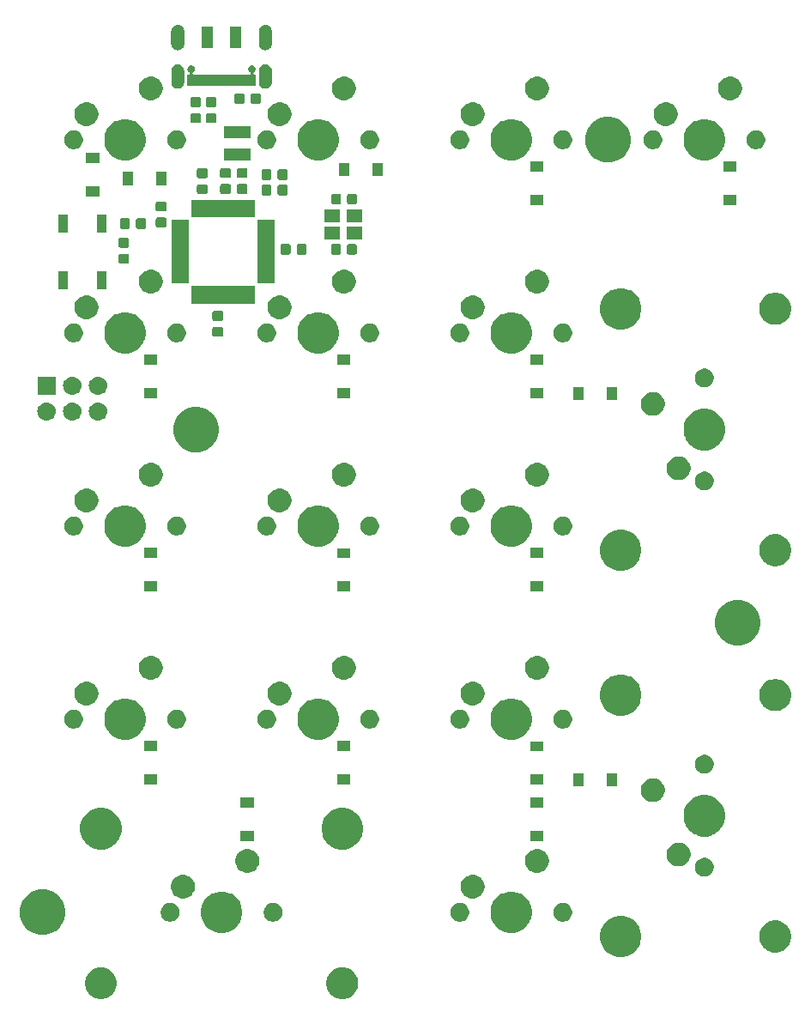
<source format=gbs>
G04 #@! TF.GenerationSoftware,KiCad,Pcbnew,(5.1.4-0-10_14)*
G04 #@! TF.CreationDate,2020-10-24T19:39:48+11:00*
G04 #@! TF.ProjectId,Numpad,4e756d70-6164-42e6-9b69-6361645f7063,rev?*
G04 #@! TF.SameCoordinates,Original*
G04 #@! TF.FileFunction,Soldermask,Bot*
G04 #@! TF.FilePolarity,Negative*
%FSLAX46Y46*%
G04 Gerber Fmt 4.6, Leading zero omitted, Abs format (unit mm)*
G04 Created by KiCad (PCBNEW (5.1.4-0-10_14)) date 2020-10-24 19:39:48*
%MOMM*%
%LPD*%
G04 APERTURE LIST*
%ADD10C,0.100000*%
G04 APERTURE END LIST*
D10*
G36*
X113813517Y-135615263D02*
G01*
X113965661Y-135645526D01*
X114084387Y-135694704D01*
X114252291Y-135764252D01*
X114252292Y-135764253D01*
X114510254Y-135936617D01*
X114729633Y-136155996D01*
X114844803Y-136328361D01*
X114901998Y-136413959D01*
X115020724Y-136700590D01*
X115081250Y-137004875D01*
X115081250Y-137315125D01*
X115020724Y-137619410D01*
X114901998Y-137906041D01*
X114901997Y-137906042D01*
X114729633Y-138164004D01*
X114510254Y-138383383D01*
X114337889Y-138498553D01*
X114252291Y-138555748D01*
X114084387Y-138625296D01*
X113965661Y-138674474D01*
X113661375Y-138735000D01*
X113351125Y-138735000D01*
X113046839Y-138674474D01*
X112928113Y-138625296D01*
X112760209Y-138555748D01*
X112674611Y-138498553D01*
X112502246Y-138383383D01*
X112282867Y-138164004D01*
X112110503Y-137906042D01*
X112110502Y-137906041D01*
X111991776Y-137619410D01*
X111931250Y-137315125D01*
X111931250Y-137004875D01*
X111991776Y-136700590D01*
X112110502Y-136413959D01*
X112167697Y-136328361D01*
X112282867Y-136155996D01*
X112502246Y-135936617D01*
X112760208Y-135764253D01*
X112760209Y-135764252D01*
X112928113Y-135694704D01*
X113046839Y-135645526D01*
X113198983Y-135615263D01*
X113351125Y-135585000D01*
X113661375Y-135585000D01*
X113813517Y-135615263D01*
X113813517Y-135615263D01*
G37*
G36*
X90001017Y-135615263D02*
G01*
X90153161Y-135645526D01*
X90271887Y-135694704D01*
X90439791Y-135764252D01*
X90439792Y-135764253D01*
X90697754Y-135936617D01*
X90917133Y-136155996D01*
X91032303Y-136328361D01*
X91089498Y-136413959D01*
X91208224Y-136700590D01*
X91268750Y-137004875D01*
X91268750Y-137315125D01*
X91208224Y-137619410D01*
X91089498Y-137906041D01*
X91089497Y-137906042D01*
X90917133Y-138164004D01*
X90697754Y-138383383D01*
X90525389Y-138498553D01*
X90439791Y-138555748D01*
X90271887Y-138625296D01*
X90153161Y-138674474D01*
X89848875Y-138735000D01*
X89538625Y-138735000D01*
X89234339Y-138674474D01*
X89115613Y-138625296D01*
X88947709Y-138555748D01*
X88862111Y-138498553D01*
X88689746Y-138383383D01*
X88470367Y-138164004D01*
X88298003Y-137906042D01*
X88298002Y-137906041D01*
X88179276Y-137619410D01*
X88118750Y-137315125D01*
X88118750Y-137004875D01*
X88179276Y-136700590D01*
X88298002Y-136413959D01*
X88355197Y-136328361D01*
X88470367Y-136155996D01*
X88689746Y-135936617D01*
X88947708Y-135764253D01*
X88947709Y-135764252D01*
X89115613Y-135694704D01*
X89234339Y-135645526D01*
X89386483Y-135615263D01*
X89538625Y-135585000D01*
X89848875Y-135585000D01*
X90001017Y-135615263D01*
X90001017Y-135615263D01*
G37*
G36*
X141566474Y-130589934D02*
G01*
X141784474Y-130680233D01*
X141938623Y-130744083D01*
X142273548Y-130967873D01*
X142558377Y-131252702D01*
X142782167Y-131587627D01*
X142846017Y-131741776D01*
X142936316Y-131959776D01*
X143014900Y-132354844D01*
X143014900Y-132757656D01*
X142936316Y-133152724D01*
X142874363Y-133302291D01*
X142782167Y-133524873D01*
X142558377Y-133859798D01*
X142273548Y-134144627D01*
X141938623Y-134368417D01*
X141784474Y-134432267D01*
X141566474Y-134522566D01*
X141171406Y-134601150D01*
X140768594Y-134601150D01*
X140373526Y-134522566D01*
X140155526Y-134432267D01*
X140001377Y-134368417D01*
X139666452Y-134144627D01*
X139381623Y-133859798D01*
X139157833Y-133524873D01*
X139065637Y-133302291D01*
X139003684Y-133152724D01*
X138925100Y-132757656D01*
X138925100Y-132354844D01*
X139003684Y-131959776D01*
X139093983Y-131741776D01*
X139157833Y-131587627D01*
X139381623Y-131252702D01*
X139666452Y-130967873D01*
X140001377Y-130744083D01*
X140155526Y-130680233D01*
X140373526Y-130589934D01*
X140768594Y-130511350D01*
X141171406Y-130511350D01*
X141566474Y-130589934D01*
X141566474Y-130589934D01*
G37*
G36*
X156669411Y-131041776D02*
G01*
X156726480Y-131065415D01*
X156956041Y-131160502D01*
X156956042Y-131160503D01*
X157214004Y-131332867D01*
X157433383Y-131552246D01*
X157471925Y-131609929D01*
X157605748Y-131810209D01*
X157724474Y-132096840D01*
X157785000Y-132401125D01*
X157785000Y-132711375D01*
X157724474Y-133015660D01*
X157605748Y-133302291D01*
X157605747Y-133302292D01*
X157433383Y-133560254D01*
X157214004Y-133779633D01*
X157094028Y-133859798D01*
X156956041Y-133951998D01*
X156788137Y-134021546D01*
X156669411Y-134070724D01*
X156365125Y-134131250D01*
X156054875Y-134131250D01*
X155750589Y-134070724D01*
X155631863Y-134021546D01*
X155463959Y-133951998D01*
X155325972Y-133859798D01*
X155205996Y-133779633D01*
X154986617Y-133560254D01*
X154814253Y-133302292D01*
X154814252Y-133302291D01*
X154695526Y-133015660D01*
X154635000Y-132711375D01*
X154635000Y-132401125D01*
X154695526Y-132096840D01*
X154814252Y-131810209D01*
X154948075Y-131609929D01*
X154986617Y-131552246D01*
X155205996Y-131332867D01*
X155463958Y-131160503D01*
X155463959Y-131160502D01*
X155693520Y-131065415D01*
X155750589Y-131041776D01*
X156054875Y-130981250D01*
X156365125Y-130981250D01*
X156669411Y-131041776D01*
X156669411Y-131041776D01*
G37*
G36*
X84222880Y-127934776D02*
G01*
X84603593Y-128010504D01*
X85013249Y-128180189D01*
X85381929Y-128426534D01*
X85695466Y-128740071D01*
X85941811Y-129108751D01*
X86111496Y-129518407D01*
X86198000Y-129953296D01*
X86198000Y-130396704D01*
X86111496Y-130831593D01*
X85941811Y-131241249D01*
X85695466Y-131609929D01*
X85381929Y-131923466D01*
X85013249Y-132169811D01*
X84603593Y-132339496D01*
X84222880Y-132415224D01*
X84168705Y-132426000D01*
X83725295Y-132426000D01*
X83671120Y-132415224D01*
X83290407Y-132339496D01*
X82880751Y-132169811D01*
X82512071Y-131923466D01*
X82198534Y-131609929D01*
X81952189Y-131241249D01*
X81782504Y-130831593D01*
X81696000Y-130396704D01*
X81696000Y-129953296D01*
X81782504Y-129518407D01*
X81952189Y-129108751D01*
X82198534Y-128740071D01*
X82512071Y-128426534D01*
X82880751Y-128180189D01*
X83290407Y-128010504D01*
X83671120Y-127934776D01*
X83725295Y-127924000D01*
X84168705Y-127924000D01*
X84222880Y-127934776D01*
X84222880Y-127934776D01*
G37*
G36*
X130771474Y-128208684D02*
G01*
X130989474Y-128298983D01*
X131143623Y-128362833D01*
X131478548Y-128586623D01*
X131763377Y-128871452D01*
X131987167Y-129206377D01*
X132019562Y-129284586D01*
X132141316Y-129578526D01*
X132219900Y-129973594D01*
X132219900Y-130376406D01*
X132141316Y-130771474D01*
X132090451Y-130894272D01*
X131987167Y-131143623D01*
X131763377Y-131478548D01*
X131478548Y-131763377D01*
X131143623Y-131987167D01*
X130989474Y-132051017D01*
X130771474Y-132141316D01*
X130376406Y-132219900D01*
X129973594Y-132219900D01*
X129578526Y-132141316D01*
X129360526Y-132051017D01*
X129206377Y-131987167D01*
X128871452Y-131763377D01*
X128586623Y-131478548D01*
X128362833Y-131143623D01*
X128259549Y-130894272D01*
X128208684Y-130771474D01*
X128130100Y-130376406D01*
X128130100Y-129973594D01*
X128208684Y-129578526D01*
X128330438Y-129284586D01*
X128362833Y-129206377D01*
X128586623Y-128871452D01*
X128871452Y-128586623D01*
X129206377Y-128362833D01*
X129360526Y-128298983D01*
X129578526Y-128208684D01*
X129973594Y-128130100D01*
X130376406Y-128130100D01*
X130771474Y-128208684D01*
X130771474Y-128208684D01*
G37*
G36*
X102196474Y-128208684D02*
G01*
X102414474Y-128298983D01*
X102568623Y-128362833D01*
X102903548Y-128586623D01*
X103188377Y-128871452D01*
X103412167Y-129206377D01*
X103444562Y-129284586D01*
X103566316Y-129578526D01*
X103644900Y-129973594D01*
X103644900Y-130376406D01*
X103566316Y-130771474D01*
X103515451Y-130894272D01*
X103412167Y-131143623D01*
X103188377Y-131478548D01*
X102903548Y-131763377D01*
X102568623Y-131987167D01*
X102414474Y-132051017D01*
X102196474Y-132141316D01*
X101801406Y-132219900D01*
X101398594Y-132219900D01*
X101003526Y-132141316D01*
X100785526Y-132051017D01*
X100631377Y-131987167D01*
X100296452Y-131763377D01*
X100011623Y-131478548D01*
X99787833Y-131143623D01*
X99684549Y-130894272D01*
X99633684Y-130771474D01*
X99555100Y-130376406D01*
X99555100Y-129973594D01*
X99633684Y-129578526D01*
X99755438Y-129284586D01*
X99787833Y-129206377D01*
X100011623Y-128871452D01*
X100296452Y-128586623D01*
X100631377Y-128362833D01*
X100785526Y-128298983D01*
X101003526Y-128208684D01*
X101398594Y-128130100D01*
X101801406Y-128130100D01*
X102196474Y-128208684D01*
X102196474Y-128208684D01*
G37*
G36*
X135525104Y-129284585D02*
G01*
X135693626Y-129354389D01*
X135845291Y-129455728D01*
X135974272Y-129584709D01*
X136075611Y-129736374D01*
X136145415Y-129904896D01*
X136181000Y-130083797D01*
X136181000Y-130266203D01*
X136145415Y-130445104D01*
X136075611Y-130613626D01*
X135974272Y-130765291D01*
X135845291Y-130894272D01*
X135693626Y-130995611D01*
X135525104Y-131065415D01*
X135346203Y-131101000D01*
X135163797Y-131101000D01*
X134984896Y-131065415D01*
X134816374Y-130995611D01*
X134664709Y-130894272D01*
X134535728Y-130765291D01*
X134434389Y-130613626D01*
X134364585Y-130445104D01*
X134329000Y-130266203D01*
X134329000Y-130083797D01*
X134364585Y-129904896D01*
X134434389Y-129736374D01*
X134535728Y-129584709D01*
X134664709Y-129455728D01*
X134816374Y-129354389D01*
X134984896Y-129284585D01*
X135163797Y-129249000D01*
X135346203Y-129249000D01*
X135525104Y-129284585D01*
X135525104Y-129284585D01*
G37*
G36*
X125365104Y-129284585D02*
G01*
X125533626Y-129354389D01*
X125685291Y-129455728D01*
X125814272Y-129584709D01*
X125915611Y-129736374D01*
X125985415Y-129904896D01*
X126021000Y-130083797D01*
X126021000Y-130266203D01*
X125985415Y-130445104D01*
X125915611Y-130613626D01*
X125814272Y-130765291D01*
X125685291Y-130894272D01*
X125533626Y-130995611D01*
X125365104Y-131065415D01*
X125186203Y-131101000D01*
X125003797Y-131101000D01*
X124824896Y-131065415D01*
X124656374Y-130995611D01*
X124504709Y-130894272D01*
X124375728Y-130765291D01*
X124274389Y-130613626D01*
X124204585Y-130445104D01*
X124169000Y-130266203D01*
X124169000Y-130083797D01*
X124204585Y-129904896D01*
X124274389Y-129736374D01*
X124375728Y-129584709D01*
X124504709Y-129455728D01*
X124656374Y-129354389D01*
X124824896Y-129284585D01*
X125003797Y-129249000D01*
X125186203Y-129249000D01*
X125365104Y-129284585D01*
X125365104Y-129284585D01*
G37*
G36*
X106950104Y-129284585D02*
G01*
X107118626Y-129354389D01*
X107270291Y-129455728D01*
X107399272Y-129584709D01*
X107500611Y-129736374D01*
X107570415Y-129904896D01*
X107606000Y-130083797D01*
X107606000Y-130266203D01*
X107570415Y-130445104D01*
X107500611Y-130613626D01*
X107399272Y-130765291D01*
X107270291Y-130894272D01*
X107118626Y-130995611D01*
X106950104Y-131065415D01*
X106771203Y-131101000D01*
X106588797Y-131101000D01*
X106409896Y-131065415D01*
X106241374Y-130995611D01*
X106089709Y-130894272D01*
X105960728Y-130765291D01*
X105859389Y-130613626D01*
X105789585Y-130445104D01*
X105754000Y-130266203D01*
X105754000Y-130083797D01*
X105789585Y-129904896D01*
X105859389Y-129736374D01*
X105960728Y-129584709D01*
X106089709Y-129455728D01*
X106241374Y-129354389D01*
X106409896Y-129284585D01*
X106588797Y-129249000D01*
X106771203Y-129249000D01*
X106950104Y-129284585D01*
X106950104Y-129284585D01*
G37*
G36*
X96790104Y-129284585D02*
G01*
X96958626Y-129354389D01*
X97110291Y-129455728D01*
X97239272Y-129584709D01*
X97340611Y-129736374D01*
X97410415Y-129904896D01*
X97446000Y-130083797D01*
X97446000Y-130266203D01*
X97410415Y-130445104D01*
X97340611Y-130613626D01*
X97239272Y-130765291D01*
X97110291Y-130894272D01*
X96958626Y-130995611D01*
X96790104Y-131065415D01*
X96611203Y-131101000D01*
X96428797Y-131101000D01*
X96249896Y-131065415D01*
X96081374Y-130995611D01*
X95929709Y-130894272D01*
X95800728Y-130765291D01*
X95699389Y-130613626D01*
X95629585Y-130445104D01*
X95594000Y-130266203D01*
X95594000Y-130083797D01*
X95629585Y-129904896D01*
X95699389Y-129736374D01*
X95800728Y-129584709D01*
X95929709Y-129455728D01*
X96081374Y-129354389D01*
X96249896Y-129284585D01*
X96428797Y-129249000D01*
X96611203Y-129249000D01*
X96790104Y-129284585D01*
X96790104Y-129284585D01*
G37*
G36*
X126556560Y-126474064D02*
G01*
X126708027Y-126504193D01*
X126922045Y-126592842D01*
X126922046Y-126592843D01*
X127114654Y-126721539D01*
X127278461Y-126885346D01*
X127364258Y-127013751D01*
X127407158Y-127077955D01*
X127495807Y-127291973D01*
X127541000Y-127519174D01*
X127541000Y-127750826D01*
X127495807Y-127978027D01*
X127407158Y-128192045D01*
X127407157Y-128192046D01*
X127278461Y-128384654D01*
X127114654Y-128548461D01*
X127057540Y-128586623D01*
X126922045Y-128677158D01*
X126708027Y-128765807D01*
X126556560Y-128795936D01*
X126480827Y-128811000D01*
X126249173Y-128811000D01*
X126173440Y-128795936D01*
X126021973Y-128765807D01*
X125807955Y-128677158D01*
X125672460Y-128586623D01*
X125615346Y-128548461D01*
X125451539Y-128384654D01*
X125322843Y-128192046D01*
X125322842Y-128192045D01*
X125234193Y-127978027D01*
X125189000Y-127750826D01*
X125189000Y-127519174D01*
X125234193Y-127291973D01*
X125322842Y-127077955D01*
X125365742Y-127013751D01*
X125451539Y-126885346D01*
X125615346Y-126721539D01*
X125807954Y-126592843D01*
X125807955Y-126592842D01*
X126021973Y-126504193D01*
X126173440Y-126474064D01*
X126249173Y-126459000D01*
X126480827Y-126459000D01*
X126556560Y-126474064D01*
X126556560Y-126474064D01*
G37*
G36*
X97981560Y-126474064D02*
G01*
X98133027Y-126504193D01*
X98347045Y-126592842D01*
X98347046Y-126592843D01*
X98539654Y-126721539D01*
X98703461Y-126885346D01*
X98789258Y-127013751D01*
X98832158Y-127077955D01*
X98920807Y-127291973D01*
X98966000Y-127519174D01*
X98966000Y-127750826D01*
X98920807Y-127978027D01*
X98832158Y-128192045D01*
X98832157Y-128192046D01*
X98703461Y-128384654D01*
X98539654Y-128548461D01*
X98482540Y-128586623D01*
X98347045Y-128677158D01*
X98133027Y-128765807D01*
X97981560Y-128795936D01*
X97905827Y-128811000D01*
X97674173Y-128811000D01*
X97598440Y-128795936D01*
X97446973Y-128765807D01*
X97232955Y-128677158D01*
X97097460Y-128586623D01*
X97040346Y-128548461D01*
X96876539Y-128384654D01*
X96747843Y-128192046D01*
X96747842Y-128192045D01*
X96659193Y-127978027D01*
X96614000Y-127750826D01*
X96614000Y-127519174D01*
X96659193Y-127291973D01*
X96747842Y-127077955D01*
X96790742Y-127013751D01*
X96876539Y-126885346D01*
X97040346Y-126721539D01*
X97232954Y-126592843D01*
X97232955Y-126592842D01*
X97446973Y-126504193D01*
X97598440Y-126474064D01*
X97674173Y-126459000D01*
X97905827Y-126459000D01*
X97981560Y-126474064D01*
X97981560Y-126474064D01*
G37*
G36*
X149495104Y-124839585D02*
G01*
X149663626Y-124909389D01*
X149815291Y-125010728D01*
X149944272Y-125139709D01*
X150045611Y-125291374D01*
X150115415Y-125459896D01*
X150151000Y-125638797D01*
X150151000Y-125821203D01*
X150115415Y-126000104D01*
X150045611Y-126168626D01*
X149944272Y-126320291D01*
X149815291Y-126449272D01*
X149663626Y-126550611D01*
X149495104Y-126620415D01*
X149316203Y-126656000D01*
X149133797Y-126656000D01*
X148954896Y-126620415D01*
X148786374Y-126550611D01*
X148634709Y-126449272D01*
X148505728Y-126320291D01*
X148404389Y-126168626D01*
X148334585Y-126000104D01*
X148299000Y-125821203D01*
X148299000Y-125638797D01*
X148334585Y-125459896D01*
X148404389Y-125291374D01*
X148505728Y-125139709D01*
X148634709Y-125010728D01*
X148786374Y-124909389D01*
X148954896Y-124839585D01*
X149133797Y-124804000D01*
X149316203Y-124804000D01*
X149495104Y-124839585D01*
X149495104Y-124839585D01*
G37*
G36*
X132906560Y-123934064D02*
G01*
X133058027Y-123964193D01*
X133272045Y-124052842D01*
X133272046Y-124052843D01*
X133464654Y-124181539D01*
X133628461Y-124345346D01*
X133714258Y-124473751D01*
X133757158Y-124537955D01*
X133845807Y-124751973D01*
X133891000Y-124979174D01*
X133891000Y-125210826D01*
X133845807Y-125438027D01*
X133757158Y-125652045D01*
X133757157Y-125652046D01*
X133628461Y-125844654D01*
X133464654Y-126008461D01*
X133336249Y-126094258D01*
X133272045Y-126137158D01*
X133058027Y-126225807D01*
X132906560Y-126255936D01*
X132830827Y-126271000D01*
X132599173Y-126271000D01*
X132523440Y-126255936D01*
X132371973Y-126225807D01*
X132157955Y-126137158D01*
X132093751Y-126094258D01*
X131965346Y-126008461D01*
X131801539Y-125844654D01*
X131672843Y-125652046D01*
X131672842Y-125652045D01*
X131584193Y-125438027D01*
X131539000Y-125210826D01*
X131539000Y-124979174D01*
X131584193Y-124751973D01*
X131672842Y-124537955D01*
X131715742Y-124473751D01*
X131801539Y-124345346D01*
X131965346Y-124181539D01*
X132157954Y-124052843D01*
X132157955Y-124052842D01*
X132371973Y-123964193D01*
X132523440Y-123934064D01*
X132599173Y-123919000D01*
X132830827Y-123919000D01*
X132906560Y-123934064D01*
X132906560Y-123934064D01*
G37*
G36*
X104331560Y-123934064D02*
G01*
X104483027Y-123964193D01*
X104697045Y-124052842D01*
X104697046Y-124052843D01*
X104889654Y-124181539D01*
X105053461Y-124345346D01*
X105139258Y-124473751D01*
X105182158Y-124537955D01*
X105270807Y-124751973D01*
X105316000Y-124979174D01*
X105316000Y-125210826D01*
X105270807Y-125438027D01*
X105182158Y-125652045D01*
X105182157Y-125652046D01*
X105053461Y-125844654D01*
X104889654Y-126008461D01*
X104761249Y-126094258D01*
X104697045Y-126137158D01*
X104483027Y-126225807D01*
X104331560Y-126255936D01*
X104255827Y-126271000D01*
X104024173Y-126271000D01*
X103948440Y-126255936D01*
X103796973Y-126225807D01*
X103582955Y-126137158D01*
X103518751Y-126094258D01*
X103390346Y-126008461D01*
X103226539Y-125844654D01*
X103097843Y-125652046D01*
X103097842Y-125652045D01*
X103009193Y-125438027D01*
X102964000Y-125210826D01*
X102964000Y-124979174D01*
X103009193Y-124751973D01*
X103097842Y-124537955D01*
X103140742Y-124473751D01*
X103226539Y-124345346D01*
X103390346Y-124181539D01*
X103582954Y-124052843D01*
X103582955Y-124052842D01*
X103796973Y-123964193D01*
X103948440Y-123934064D01*
X104024173Y-123919000D01*
X104255827Y-123919000D01*
X104331560Y-123934064D01*
X104331560Y-123934064D01*
G37*
G36*
X146876560Y-123299064D02*
G01*
X147028027Y-123329193D01*
X147242045Y-123417842D01*
X147242046Y-123417843D01*
X147434654Y-123546539D01*
X147598461Y-123710346D01*
X147613041Y-123732167D01*
X147727158Y-123902955D01*
X147815807Y-124116973D01*
X147861000Y-124344174D01*
X147861000Y-124575826D01*
X147815807Y-124803027D01*
X147727158Y-125017045D01*
X147727157Y-125017046D01*
X147598461Y-125209654D01*
X147434654Y-125373461D01*
X147306249Y-125459258D01*
X147242045Y-125502158D01*
X147028027Y-125590807D01*
X146876560Y-125620936D01*
X146800827Y-125636000D01*
X146569173Y-125636000D01*
X146493440Y-125620936D01*
X146341973Y-125590807D01*
X146127955Y-125502158D01*
X146063751Y-125459258D01*
X145935346Y-125373461D01*
X145771539Y-125209654D01*
X145642843Y-125017046D01*
X145642842Y-125017045D01*
X145554193Y-124803027D01*
X145509000Y-124575826D01*
X145509000Y-124344174D01*
X145554193Y-124116973D01*
X145642842Y-123902955D01*
X145756959Y-123732167D01*
X145771539Y-123710346D01*
X145935346Y-123546539D01*
X146127954Y-123417843D01*
X146127955Y-123417842D01*
X146341973Y-123329193D01*
X146493440Y-123299064D01*
X146569173Y-123284000D01*
X146800827Y-123284000D01*
X146876560Y-123299064D01*
X146876560Y-123299064D01*
G37*
G36*
X90290224Y-119953684D02*
G01*
X90508224Y-120043983D01*
X90662373Y-120107833D01*
X90997298Y-120331623D01*
X91282127Y-120616452D01*
X91505917Y-120951377D01*
X91505917Y-120951378D01*
X91660066Y-121323526D01*
X91738650Y-121718594D01*
X91738650Y-122121406D01*
X91660066Y-122516474D01*
X91618710Y-122616315D01*
X91505917Y-122888623D01*
X91282127Y-123223548D01*
X90997298Y-123508377D01*
X90662373Y-123732167D01*
X90508224Y-123796017D01*
X90290224Y-123886316D01*
X89895156Y-123964900D01*
X89492344Y-123964900D01*
X89097276Y-123886316D01*
X88879276Y-123796017D01*
X88725127Y-123732167D01*
X88390202Y-123508377D01*
X88105373Y-123223548D01*
X87881583Y-122888623D01*
X87768790Y-122616315D01*
X87727434Y-122516474D01*
X87648850Y-122121406D01*
X87648850Y-121718594D01*
X87727434Y-121323526D01*
X87881583Y-120951378D01*
X87881583Y-120951377D01*
X88105373Y-120616452D01*
X88390202Y-120331623D01*
X88725127Y-120107833D01*
X88879276Y-120043983D01*
X89097276Y-119953684D01*
X89492344Y-119875100D01*
X89895156Y-119875100D01*
X90290224Y-119953684D01*
X90290224Y-119953684D01*
G37*
G36*
X114102724Y-119953684D02*
G01*
X114320724Y-120043983D01*
X114474873Y-120107833D01*
X114809798Y-120331623D01*
X115094627Y-120616452D01*
X115318417Y-120951377D01*
X115318417Y-120951378D01*
X115472566Y-121323526D01*
X115551150Y-121718594D01*
X115551150Y-122121406D01*
X115472566Y-122516474D01*
X115431210Y-122616315D01*
X115318417Y-122888623D01*
X115094627Y-123223548D01*
X114809798Y-123508377D01*
X114474873Y-123732167D01*
X114320724Y-123796017D01*
X114102724Y-123886316D01*
X113707656Y-123964900D01*
X113304844Y-123964900D01*
X112909776Y-123886316D01*
X112691776Y-123796017D01*
X112537627Y-123732167D01*
X112202702Y-123508377D01*
X111917873Y-123223548D01*
X111694083Y-122888623D01*
X111581290Y-122616315D01*
X111539934Y-122516474D01*
X111461350Y-122121406D01*
X111461350Y-121718594D01*
X111539934Y-121323526D01*
X111694083Y-120951378D01*
X111694083Y-120951377D01*
X111917873Y-120616452D01*
X112202702Y-120331623D01*
X112537627Y-120107833D01*
X112691776Y-120043983D01*
X112909776Y-119953684D01*
X113304844Y-119875100D01*
X113707656Y-119875100D01*
X114102724Y-119953684D01*
X114102724Y-119953684D01*
G37*
G36*
X104791000Y-123181000D02*
G01*
X103489000Y-123181000D01*
X103489000Y-122179000D01*
X104791000Y-122179000D01*
X104791000Y-123181000D01*
X104791000Y-123181000D01*
G37*
G36*
X133366000Y-123181000D02*
G01*
X132064000Y-123181000D01*
X132064000Y-122179000D01*
X133366000Y-122179000D01*
X133366000Y-123181000D01*
X133366000Y-123181000D01*
G37*
G36*
X149821474Y-118683684D02*
G01*
X150039474Y-118773983D01*
X150193623Y-118837833D01*
X150528548Y-119061623D01*
X150813377Y-119346452D01*
X151037167Y-119681377D01*
X151037167Y-119681378D01*
X151191316Y-120053526D01*
X151269900Y-120448594D01*
X151269900Y-120851406D01*
X151191316Y-121246474D01*
X151159400Y-121323525D01*
X151037167Y-121618623D01*
X150813377Y-121953548D01*
X150528548Y-122238377D01*
X150193623Y-122462167D01*
X150062514Y-122516474D01*
X149821474Y-122616316D01*
X149426406Y-122694900D01*
X149023594Y-122694900D01*
X148628526Y-122616316D01*
X148387486Y-122516474D01*
X148256377Y-122462167D01*
X147921452Y-122238377D01*
X147636623Y-121953548D01*
X147412833Y-121618623D01*
X147290600Y-121323525D01*
X147258684Y-121246474D01*
X147180100Y-120851406D01*
X147180100Y-120448594D01*
X147258684Y-120053526D01*
X147412833Y-119681378D01*
X147412833Y-119681377D01*
X147636623Y-119346452D01*
X147921452Y-119061623D01*
X148256377Y-118837833D01*
X148410526Y-118773983D01*
X148628526Y-118683684D01*
X149023594Y-118605100D01*
X149426406Y-118605100D01*
X149821474Y-118683684D01*
X149821474Y-118683684D01*
G37*
G36*
X104791000Y-119881000D02*
G01*
X103489000Y-119881000D01*
X103489000Y-118879000D01*
X104791000Y-118879000D01*
X104791000Y-119881000D01*
X104791000Y-119881000D01*
G37*
G36*
X133366000Y-119881000D02*
G01*
X132064000Y-119881000D01*
X132064000Y-118879000D01*
X133366000Y-118879000D01*
X133366000Y-119881000D01*
X133366000Y-119881000D01*
G37*
G36*
X144336560Y-116949064D02*
G01*
X144488027Y-116979193D01*
X144702045Y-117067842D01*
X144702046Y-117067843D01*
X144894654Y-117196539D01*
X145058461Y-117360346D01*
X145144258Y-117488751D01*
X145187158Y-117552955D01*
X145275807Y-117766973D01*
X145321000Y-117994174D01*
X145321000Y-118225826D01*
X145275807Y-118453027D01*
X145187158Y-118667045D01*
X145187157Y-118667046D01*
X145058461Y-118859654D01*
X144894654Y-119023461D01*
X144837540Y-119061623D01*
X144702045Y-119152158D01*
X144488027Y-119240807D01*
X144336560Y-119270936D01*
X144260827Y-119286000D01*
X144029173Y-119286000D01*
X143953440Y-119270936D01*
X143801973Y-119240807D01*
X143587955Y-119152158D01*
X143452460Y-119061623D01*
X143395346Y-119023461D01*
X143231539Y-118859654D01*
X143102843Y-118667046D01*
X143102842Y-118667045D01*
X143014193Y-118453027D01*
X142969000Y-118225826D01*
X142969000Y-117994174D01*
X143014193Y-117766973D01*
X143102842Y-117552955D01*
X143145742Y-117488751D01*
X143231539Y-117360346D01*
X143395346Y-117196539D01*
X143587954Y-117067843D01*
X143587955Y-117067842D01*
X143801973Y-116979193D01*
X143953440Y-116949064D01*
X144029173Y-116934000D01*
X144260827Y-116934000D01*
X144336560Y-116949064D01*
X144336560Y-116949064D01*
G37*
G36*
X137280000Y-117745000D02*
G01*
X136278000Y-117745000D01*
X136278000Y-116443000D01*
X137280000Y-116443000D01*
X137280000Y-117745000D01*
X137280000Y-117745000D01*
G37*
G36*
X140580000Y-117745000D02*
G01*
X139578000Y-117745000D01*
X139578000Y-116443000D01*
X140580000Y-116443000D01*
X140580000Y-117745000D01*
X140580000Y-117745000D01*
G37*
G36*
X133366000Y-117595000D02*
G01*
X132064000Y-117595000D01*
X132064000Y-116593000D01*
X133366000Y-116593000D01*
X133366000Y-117595000D01*
X133366000Y-117595000D01*
G37*
G36*
X114316000Y-117594000D02*
G01*
X113014000Y-117594000D01*
X113014000Y-116592000D01*
X114316000Y-116592000D01*
X114316000Y-117594000D01*
X114316000Y-117594000D01*
G37*
G36*
X95266000Y-117593000D02*
G01*
X93964000Y-117593000D01*
X93964000Y-116591000D01*
X95266000Y-116591000D01*
X95266000Y-117593000D01*
X95266000Y-117593000D01*
G37*
G36*
X149495104Y-114679585D02*
G01*
X149663626Y-114749389D01*
X149815291Y-114850728D01*
X149944272Y-114979709D01*
X150045611Y-115131374D01*
X150115415Y-115299896D01*
X150151000Y-115478797D01*
X150151000Y-115661203D01*
X150115415Y-115840104D01*
X150045611Y-116008626D01*
X149944272Y-116160291D01*
X149815291Y-116289272D01*
X149663626Y-116390611D01*
X149495104Y-116460415D01*
X149316203Y-116496000D01*
X149133797Y-116496000D01*
X148954896Y-116460415D01*
X148786374Y-116390611D01*
X148634709Y-116289272D01*
X148505728Y-116160291D01*
X148404389Y-116008626D01*
X148334585Y-115840104D01*
X148299000Y-115661203D01*
X148299000Y-115478797D01*
X148334585Y-115299896D01*
X148404389Y-115131374D01*
X148505728Y-114979709D01*
X148634709Y-114850728D01*
X148786374Y-114749389D01*
X148954896Y-114679585D01*
X149133797Y-114644000D01*
X149316203Y-114644000D01*
X149495104Y-114679585D01*
X149495104Y-114679585D01*
G37*
G36*
X133366000Y-114295000D02*
G01*
X132064000Y-114295000D01*
X132064000Y-113293000D01*
X133366000Y-113293000D01*
X133366000Y-114295000D01*
X133366000Y-114295000D01*
G37*
G36*
X114316000Y-114294000D02*
G01*
X113014000Y-114294000D01*
X113014000Y-113292000D01*
X114316000Y-113292000D01*
X114316000Y-114294000D01*
X114316000Y-114294000D01*
G37*
G36*
X95266000Y-114293000D02*
G01*
X93964000Y-114293000D01*
X93964000Y-113291000D01*
X95266000Y-113291000D01*
X95266000Y-114293000D01*
X95266000Y-114293000D01*
G37*
G36*
X130771474Y-109158684D02*
G01*
X130989474Y-109248983D01*
X131143623Y-109312833D01*
X131478548Y-109536623D01*
X131763377Y-109821452D01*
X131987167Y-110156377D01*
X132019562Y-110234586D01*
X132141316Y-110528526D01*
X132219900Y-110923594D01*
X132219900Y-111326406D01*
X132141316Y-111721474D01*
X132090451Y-111844272D01*
X131987167Y-112093623D01*
X131763377Y-112428548D01*
X131478548Y-112713377D01*
X131143623Y-112937167D01*
X130989474Y-113001017D01*
X130771474Y-113091316D01*
X130376406Y-113169900D01*
X129973594Y-113169900D01*
X129578526Y-113091316D01*
X129360526Y-113001017D01*
X129206377Y-112937167D01*
X128871452Y-112713377D01*
X128586623Y-112428548D01*
X128362833Y-112093623D01*
X128259549Y-111844272D01*
X128208684Y-111721474D01*
X128130100Y-111326406D01*
X128130100Y-110923594D01*
X128208684Y-110528526D01*
X128330438Y-110234586D01*
X128362833Y-110156377D01*
X128586623Y-109821452D01*
X128871452Y-109536623D01*
X129206377Y-109312833D01*
X129360526Y-109248983D01*
X129578526Y-109158684D01*
X129973594Y-109080100D01*
X130376406Y-109080100D01*
X130771474Y-109158684D01*
X130771474Y-109158684D01*
G37*
G36*
X92671474Y-109158684D02*
G01*
X92889474Y-109248983D01*
X93043623Y-109312833D01*
X93378548Y-109536623D01*
X93663377Y-109821452D01*
X93887167Y-110156377D01*
X93919562Y-110234586D01*
X94041316Y-110528526D01*
X94119900Y-110923594D01*
X94119900Y-111326406D01*
X94041316Y-111721474D01*
X93990451Y-111844272D01*
X93887167Y-112093623D01*
X93663377Y-112428548D01*
X93378548Y-112713377D01*
X93043623Y-112937167D01*
X92889474Y-113001017D01*
X92671474Y-113091316D01*
X92276406Y-113169900D01*
X91873594Y-113169900D01*
X91478526Y-113091316D01*
X91260526Y-113001017D01*
X91106377Y-112937167D01*
X90771452Y-112713377D01*
X90486623Y-112428548D01*
X90262833Y-112093623D01*
X90159549Y-111844272D01*
X90108684Y-111721474D01*
X90030100Y-111326406D01*
X90030100Y-110923594D01*
X90108684Y-110528526D01*
X90230438Y-110234586D01*
X90262833Y-110156377D01*
X90486623Y-109821452D01*
X90771452Y-109536623D01*
X91106377Y-109312833D01*
X91260526Y-109248983D01*
X91478526Y-109158684D01*
X91873594Y-109080100D01*
X92276406Y-109080100D01*
X92671474Y-109158684D01*
X92671474Y-109158684D01*
G37*
G36*
X111721474Y-109158684D02*
G01*
X111939474Y-109248983D01*
X112093623Y-109312833D01*
X112428548Y-109536623D01*
X112713377Y-109821452D01*
X112937167Y-110156377D01*
X112969562Y-110234586D01*
X113091316Y-110528526D01*
X113169900Y-110923594D01*
X113169900Y-111326406D01*
X113091316Y-111721474D01*
X113040451Y-111844272D01*
X112937167Y-112093623D01*
X112713377Y-112428548D01*
X112428548Y-112713377D01*
X112093623Y-112937167D01*
X111939474Y-113001017D01*
X111721474Y-113091316D01*
X111326406Y-113169900D01*
X110923594Y-113169900D01*
X110528526Y-113091316D01*
X110310526Y-113001017D01*
X110156377Y-112937167D01*
X109821452Y-112713377D01*
X109536623Y-112428548D01*
X109312833Y-112093623D01*
X109209549Y-111844272D01*
X109158684Y-111721474D01*
X109080100Y-111326406D01*
X109080100Y-110923594D01*
X109158684Y-110528526D01*
X109280438Y-110234586D01*
X109312833Y-110156377D01*
X109536623Y-109821452D01*
X109821452Y-109536623D01*
X110156377Y-109312833D01*
X110310526Y-109248983D01*
X110528526Y-109158684D01*
X110923594Y-109080100D01*
X111326406Y-109080100D01*
X111721474Y-109158684D01*
X111721474Y-109158684D01*
G37*
G36*
X87265104Y-110234585D02*
G01*
X87433626Y-110304389D01*
X87585291Y-110405728D01*
X87714272Y-110534709D01*
X87815611Y-110686374D01*
X87885415Y-110854896D01*
X87921000Y-111033797D01*
X87921000Y-111216203D01*
X87885415Y-111395104D01*
X87815611Y-111563626D01*
X87714272Y-111715291D01*
X87585291Y-111844272D01*
X87433626Y-111945611D01*
X87265104Y-112015415D01*
X87086203Y-112051000D01*
X86903797Y-112051000D01*
X86724896Y-112015415D01*
X86556374Y-111945611D01*
X86404709Y-111844272D01*
X86275728Y-111715291D01*
X86174389Y-111563626D01*
X86104585Y-111395104D01*
X86069000Y-111216203D01*
X86069000Y-111033797D01*
X86104585Y-110854896D01*
X86174389Y-110686374D01*
X86275728Y-110534709D01*
X86404709Y-110405728D01*
X86556374Y-110304389D01*
X86724896Y-110234585D01*
X86903797Y-110199000D01*
X87086203Y-110199000D01*
X87265104Y-110234585D01*
X87265104Y-110234585D01*
G37*
G36*
X116475104Y-110234585D02*
G01*
X116643626Y-110304389D01*
X116795291Y-110405728D01*
X116924272Y-110534709D01*
X117025611Y-110686374D01*
X117095415Y-110854896D01*
X117131000Y-111033797D01*
X117131000Y-111216203D01*
X117095415Y-111395104D01*
X117025611Y-111563626D01*
X116924272Y-111715291D01*
X116795291Y-111844272D01*
X116643626Y-111945611D01*
X116475104Y-112015415D01*
X116296203Y-112051000D01*
X116113797Y-112051000D01*
X115934896Y-112015415D01*
X115766374Y-111945611D01*
X115614709Y-111844272D01*
X115485728Y-111715291D01*
X115384389Y-111563626D01*
X115314585Y-111395104D01*
X115279000Y-111216203D01*
X115279000Y-111033797D01*
X115314585Y-110854896D01*
X115384389Y-110686374D01*
X115485728Y-110534709D01*
X115614709Y-110405728D01*
X115766374Y-110304389D01*
X115934896Y-110234585D01*
X116113797Y-110199000D01*
X116296203Y-110199000D01*
X116475104Y-110234585D01*
X116475104Y-110234585D01*
G37*
G36*
X106315104Y-110234585D02*
G01*
X106483626Y-110304389D01*
X106635291Y-110405728D01*
X106764272Y-110534709D01*
X106865611Y-110686374D01*
X106935415Y-110854896D01*
X106971000Y-111033797D01*
X106971000Y-111216203D01*
X106935415Y-111395104D01*
X106865611Y-111563626D01*
X106764272Y-111715291D01*
X106635291Y-111844272D01*
X106483626Y-111945611D01*
X106315104Y-112015415D01*
X106136203Y-112051000D01*
X105953797Y-112051000D01*
X105774896Y-112015415D01*
X105606374Y-111945611D01*
X105454709Y-111844272D01*
X105325728Y-111715291D01*
X105224389Y-111563626D01*
X105154585Y-111395104D01*
X105119000Y-111216203D01*
X105119000Y-111033797D01*
X105154585Y-110854896D01*
X105224389Y-110686374D01*
X105325728Y-110534709D01*
X105454709Y-110405728D01*
X105606374Y-110304389D01*
X105774896Y-110234585D01*
X105953797Y-110199000D01*
X106136203Y-110199000D01*
X106315104Y-110234585D01*
X106315104Y-110234585D01*
G37*
G36*
X97425104Y-110234585D02*
G01*
X97593626Y-110304389D01*
X97745291Y-110405728D01*
X97874272Y-110534709D01*
X97975611Y-110686374D01*
X98045415Y-110854896D01*
X98081000Y-111033797D01*
X98081000Y-111216203D01*
X98045415Y-111395104D01*
X97975611Y-111563626D01*
X97874272Y-111715291D01*
X97745291Y-111844272D01*
X97593626Y-111945611D01*
X97425104Y-112015415D01*
X97246203Y-112051000D01*
X97063797Y-112051000D01*
X96884896Y-112015415D01*
X96716374Y-111945611D01*
X96564709Y-111844272D01*
X96435728Y-111715291D01*
X96334389Y-111563626D01*
X96264585Y-111395104D01*
X96229000Y-111216203D01*
X96229000Y-111033797D01*
X96264585Y-110854896D01*
X96334389Y-110686374D01*
X96435728Y-110534709D01*
X96564709Y-110405728D01*
X96716374Y-110304389D01*
X96884896Y-110234585D01*
X97063797Y-110199000D01*
X97246203Y-110199000D01*
X97425104Y-110234585D01*
X97425104Y-110234585D01*
G37*
G36*
X135525104Y-110234585D02*
G01*
X135693626Y-110304389D01*
X135845291Y-110405728D01*
X135974272Y-110534709D01*
X136075611Y-110686374D01*
X136145415Y-110854896D01*
X136181000Y-111033797D01*
X136181000Y-111216203D01*
X136145415Y-111395104D01*
X136075611Y-111563626D01*
X135974272Y-111715291D01*
X135845291Y-111844272D01*
X135693626Y-111945611D01*
X135525104Y-112015415D01*
X135346203Y-112051000D01*
X135163797Y-112051000D01*
X134984896Y-112015415D01*
X134816374Y-111945611D01*
X134664709Y-111844272D01*
X134535728Y-111715291D01*
X134434389Y-111563626D01*
X134364585Y-111395104D01*
X134329000Y-111216203D01*
X134329000Y-111033797D01*
X134364585Y-110854896D01*
X134434389Y-110686374D01*
X134535728Y-110534709D01*
X134664709Y-110405728D01*
X134816374Y-110304389D01*
X134984896Y-110234585D01*
X135163797Y-110199000D01*
X135346203Y-110199000D01*
X135525104Y-110234585D01*
X135525104Y-110234585D01*
G37*
G36*
X125365104Y-110234585D02*
G01*
X125533626Y-110304389D01*
X125685291Y-110405728D01*
X125814272Y-110534709D01*
X125915611Y-110686374D01*
X125985415Y-110854896D01*
X126021000Y-111033797D01*
X126021000Y-111216203D01*
X125985415Y-111395104D01*
X125915611Y-111563626D01*
X125814272Y-111715291D01*
X125685291Y-111844272D01*
X125533626Y-111945611D01*
X125365104Y-112015415D01*
X125186203Y-112051000D01*
X125003797Y-112051000D01*
X124824896Y-112015415D01*
X124656374Y-111945611D01*
X124504709Y-111844272D01*
X124375728Y-111715291D01*
X124274389Y-111563626D01*
X124204585Y-111395104D01*
X124169000Y-111216203D01*
X124169000Y-111033797D01*
X124204585Y-110854896D01*
X124274389Y-110686374D01*
X124375728Y-110534709D01*
X124504709Y-110405728D01*
X124656374Y-110304389D01*
X124824896Y-110234585D01*
X125003797Y-110199000D01*
X125186203Y-110199000D01*
X125365104Y-110234585D01*
X125365104Y-110234585D01*
G37*
G36*
X141566474Y-106777434D02*
G01*
X141784474Y-106867733D01*
X141938623Y-106931583D01*
X142273548Y-107155373D01*
X142558377Y-107440202D01*
X142782167Y-107775127D01*
X142807110Y-107835346D01*
X142936316Y-108147276D01*
X143014900Y-108542344D01*
X143014900Y-108945156D01*
X142936316Y-109340224D01*
X142874363Y-109489791D01*
X142782167Y-109712373D01*
X142558377Y-110047298D01*
X142273548Y-110332127D01*
X141938623Y-110555917D01*
X141784474Y-110619767D01*
X141566474Y-110710066D01*
X141171406Y-110788650D01*
X140768594Y-110788650D01*
X140373526Y-110710066D01*
X140155526Y-110619767D01*
X140001377Y-110555917D01*
X139666452Y-110332127D01*
X139381623Y-110047298D01*
X139157833Y-109712373D01*
X139065637Y-109489791D01*
X139003684Y-109340224D01*
X138925100Y-108945156D01*
X138925100Y-108542344D01*
X139003684Y-108147276D01*
X139132890Y-107835346D01*
X139157833Y-107775127D01*
X139381623Y-107440202D01*
X139666452Y-107155373D01*
X140001377Y-106931583D01*
X140155526Y-106867733D01*
X140373526Y-106777434D01*
X140768594Y-106698850D01*
X141171406Y-106698850D01*
X141566474Y-106777434D01*
X141566474Y-106777434D01*
G37*
G36*
X156517267Y-107199013D02*
G01*
X156669411Y-107229276D01*
X156788137Y-107278454D01*
X156956041Y-107348002D01*
X156956042Y-107348003D01*
X157214004Y-107520367D01*
X157433383Y-107739746D01*
X157548553Y-107912111D01*
X157605748Y-107997709D01*
X157724474Y-108284340D01*
X157785000Y-108588625D01*
X157785000Y-108898875D01*
X157724474Y-109203160D01*
X157605748Y-109489791D01*
X157605747Y-109489792D01*
X157433383Y-109747754D01*
X157214004Y-109967133D01*
X157094028Y-110047298D01*
X156956041Y-110139498D01*
X156812390Y-110199000D01*
X156669411Y-110258224D01*
X156517267Y-110288487D01*
X156365125Y-110318750D01*
X156054875Y-110318750D01*
X155902733Y-110288487D01*
X155750589Y-110258224D01*
X155607610Y-110199000D01*
X155463959Y-110139498D01*
X155325972Y-110047298D01*
X155205996Y-109967133D01*
X154986617Y-109747754D01*
X154814253Y-109489792D01*
X154814252Y-109489791D01*
X154695526Y-109203160D01*
X154635000Y-108898875D01*
X154635000Y-108588625D01*
X154695526Y-108284340D01*
X154814252Y-107997709D01*
X154871447Y-107912111D01*
X154986617Y-107739746D01*
X155205996Y-107520367D01*
X155463958Y-107348003D01*
X155463959Y-107348002D01*
X155631863Y-107278454D01*
X155750589Y-107229276D01*
X155902733Y-107199013D01*
X156054875Y-107168750D01*
X156365125Y-107168750D01*
X156517267Y-107199013D01*
X156517267Y-107199013D01*
G37*
G36*
X126556560Y-107424064D02*
G01*
X126708027Y-107454193D01*
X126922045Y-107542842D01*
X126922046Y-107542843D01*
X127114654Y-107671539D01*
X127278461Y-107835346D01*
X127364258Y-107963751D01*
X127407158Y-108027955D01*
X127495807Y-108241973D01*
X127541000Y-108469174D01*
X127541000Y-108700826D01*
X127495807Y-108928027D01*
X127407158Y-109142045D01*
X127407157Y-109142046D01*
X127278461Y-109334654D01*
X127114654Y-109498461D01*
X127057540Y-109536623D01*
X126922045Y-109627158D01*
X126708027Y-109715807D01*
X126556560Y-109745936D01*
X126480827Y-109761000D01*
X126249173Y-109761000D01*
X126173440Y-109745936D01*
X126021973Y-109715807D01*
X125807955Y-109627158D01*
X125672460Y-109536623D01*
X125615346Y-109498461D01*
X125451539Y-109334654D01*
X125322843Y-109142046D01*
X125322842Y-109142045D01*
X125234193Y-108928027D01*
X125189000Y-108700826D01*
X125189000Y-108469174D01*
X125234193Y-108241973D01*
X125322842Y-108027955D01*
X125365742Y-107963751D01*
X125451539Y-107835346D01*
X125615346Y-107671539D01*
X125807954Y-107542843D01*
X125807955Y-107542842D01*
X126021973Y-107454193D01*
X126173440Y-107424064D01*
X126249173Y-107409000D01*
X126480827Y-107409000D01*
X126556560Y-107424064D01*
X126556560Y-107424064D01*
G37*
G36*
X107506560Y-107424064D02*
G01*
X107658027Y-107454193D01*
X107872045Y-107542842D01*
X107872046Y-107542843D01*
X108064654Y-107671539D01*
X108228461Y-107835346D01*
X108314258Y-107963751D01*
X108357158Y-108027955D01*
X108445807Y-108241973D01*
X108491000Y-108469174D01*
X108491000Y-108700826D01*
X108445807Y-108928027D01*
X108357158Y-109142045D01*
X108357157Y-109142046D01*
X108228461Y-109334654D01*
X108064654Y-109498461D01*
X108007540Y-109536623D01*
X107872045Y-109627158D01*
X107658027Y-109715807D01*
X107506560Y-109745936D01*
X107430827Y-109761000D01*
X107199173Y-109761000D01*
X107123440Y-109745936D01*
X106971973Y-109715807D01*
X106757955Y-109627158D01*
X106622460Y-109536623D01*
X106565346Y-109498461D01*
X106401539Y-109334654D01*
X106272843Y-109142046D01*
X106272842Y-109142045D01*
X106184193Y-108928027D01*
X106139000Y-108700826D01*
X106139000Y-108469174D01*
X106184193Y-108241973D01*
X106272842Y-108027955D01*
X106315742Y-107963751D01*
X106401539Y-107835346D01*
X106565346Y-107671539D01*
X106757954Y-107542843D01*
X106757955Y-107542842D01*
X106971973Y-107454193D01*
X107123440Y-107424064D01*
X107199173Y-107409000D01*
X107430827Y-107409000D01*
X107506560Y-107424064D01*
X107506560Y-107424064D01*
G37*
G36*
X88456560Y-107424064D02*
G01*
X88608027Y-107454193D01*
X88822045Y-107542842D01*
X88822046Y-107542843D01*
X89014654Y-107671539D01*
X89178461Y-107835346D01*
X89264258Y-107963751D01*
X89307158Y-108027955D01*
X89395807Y-108241973D01*
X89441000Y-108469174D01*
X89441000Y-108700826D01*
X89395807Y-108928027D01*
X89307158Y-109142045D01*
X89307157Y-109142046D01*
X89178461Y-109334654D01*
X89014654Y-109498461D01*
X88957540Y-109536623D01*
X88822045Y-109627158D01*
X88608027Y-109715807D01*
X88456560Y-109745936D01*
X88380827Y-109761000D01*
X88149173Y-109761000D01*
X88073440Y-109745936D01*
X87921973Y-109715807D01*
X87707955Y-109627158D01*
X87572460Y-109536623D01*
X87515346Y-109498461D01*
X87351539Y-109334654D01*
X87222843Y-109142046D01*
X87222842Y-109142045D01*
X87134193Y-108928027D01*
X87089000Y-108700826D01*
X87089000Y-108469174D01*
X87134193Y-108241973D01*
X87222842Y-108027955D01*
X87265742Y-107963751D01*
X87351539Y-107835346D01*
X87515346Y-107671539D01*
X87707954Y-107542843D01*
X87707955Y-107542842D01*
X87921973Y-107454193D01*
X88073440Y-107424064D01*
X88149173Y-107409000D01*
X88380827Y-107409000D01*
X88456560Y-107424064D01*
X88456560Y-107424064D01*
G37*
G36*
X94806560Y-104884064D02*
G01*
X94958027Y-104914193D01*
X95172045Y-105002842D01*
X95172046Y-105002843D01*
X95364654Y-105131539D01*
X95528461Y-105295346D01*
X95614258Y-105423751D01*
X95657158Y-105487955D01*
X95745807Y-105701973D01*
X95791000Y-105929174D01*
X95791000Y-106160826D01*
X95745807Y-106388027D01*
X95657158Y-106602045D01*
X95657157Y-106602046D01*
X95528461Y-106794654D01*
X95364654Y-106958461D01*
X95236249Y-107044258D01*
X95172045Y-107087158D01*
X94958027Y-107175807D01*
X94806560Y-107205936D01*
X94730827Y-107221000D01*
X94499173Y-107221000D01*
X94423440Y-107205936D01*
X94271973Y-107175807D01*
X94057955Y-107087158D01*
X93993751Y-107044258D01*
X93865346Y-106958461D01*
X93701539Y-106794654D01*
X93572843Y-106602046D01*
X93572842Y-106602045D01*
X93484193Y-106388027D01*
X93439000Y-106160826D01*
X93439000Y-105929174D01*
X93484193Y-105701973D01*
X93572842Y-105487955D01*
X93615742Y-105423751D01*
X93701539Y-105295346D01*
X93865346Y-105131539D01*
X94057954Y-105002843D01*
X94057955Y-105002842D01*
X94271973Y-104914193D01*
X94423440Y-104884064D01*
X94499173Y-104869000D01*
X94730827Y-104869000D01*
X94806560Y-104884064D01*
X94806560Y-104884064D01*
G37*
G36*
X113856560Y-104884064D02*
G01*
X114008027Y-104914193D01*
X114222045Y-105002842D01*
X114222046Y-105002843D01*
X114414654Y-105131539D01*
X114578461Y-105295346D01*
X114664258Y-105423751D01*
X114707158Y-105487955D01*
X114795807Y-105701973D01*
X114841000Y-105929174D01*
X114841000Y-106160826D01*
X114795807Y-106388027D01*
X114707158Y-106602045D01*
X114707157Y-106602046D01*
X114578461Y-106794654D01*
X114414654Y-106958461D01*
X114286249Y-107044258D01*
X114222045Y-107087158D01*
X114008027Y-107175807D01*
X113856560Y-107205936D01*
X113780827Y-107221000D01*
X113549173Y-107221000D01*
X113473440Y-107205936D01*
X113321973Y-107175807D01*
X113107955Y-107087158D01*
X113043751Y-107044258D01*
X112915346Y-106958461D01*
X112751539Y-106794654D01*
X112622843Y-106602046D01*
X112622842Y-106602045D01*
X112534193Y-106388027D01*
X112489000Y-106160826D01*
X112489000Y-105929174D01*
X112534193Y-105701973D01*
X112622842Y-105487955D01*
X112665742Y-105423751D01*
X112751539Y-105295346D01*
X112915346Y-105131539D01*
X113107954Y-105002843D01*
X113107955Y-105002842D01*
X113321973Y-104914193D01*
X113473440Y-104884064D01*
X113549173Y-104869000D01*
X113780827Y-104869000D01*
X113856560Y-104884064D01*
X113856560Y-104884064D01*
G37*
G36*
X132906560Y-104884064D02*
G01*
X133058027Y-104914193D01*
X133272045Y-105002842D01*
X133272046Y-105002843D01*
X133464654Y-105131539D01*
X133628461Y-105295346D01*
X133714258Y-105423751D01*
X133757158Y-105487955D01*
X133845807Y-105701973D01*
X133891000Y-105929174D01*
X133891000Y-106160826D01*
X133845807Y-106388027D01*
X133757158Y-106602045D01*
X133757157Y-106602046D01*
X133628461Y-106794654D01*
X133464654Y-106958461D01*
X133336249Y-107044258D01*
X133272045Y-107087158D01*
X133058027Y-107175807D01*
X132906560Y-107205936D01*
X132830827Y-107221000D01*
X132599173Y-107221000D01*
X132523440Y-107205936D01*
X132371973Y-107175807D01*
X132157955Y-107087158D01*
X132093751Y-107044258D01*
X131965346Y-106958461D01*
X131801539Y-106794654D01*
X131672843Y-106602046D01*
X131672842Y-106602045D01*
X131584193Y-106388027D01*
X131539000Y-106160826D01*
X131539000Y-105929174D01*
X131584193Y-105701973D01*
X131672842Y-105487955D01*
X131715742Y-105423751D01*
X131801539Y-105295346D01*
X131965346Y-105131539D01*
X132157954Y-105002843D01*
X132157955Y-105002842D01*
X132371973Y-104914193D01*
X132523440Y-104884064D01*
X132599173Y-104869000D01*
X132830827Y-104869000D01*
X132906560Y-104884064D01*
X132906560Y-104884064D01*
G37*
G36*
X152802880Y-99359776D02*
G01*
X153183593Y-99435504D01*
X153593249Y-99605189D01*
X153961929Y-99851534D01*
X154275466Y-100165071D01*
X154521811Y-100533751D01*
X154691496Y-100943407D01*
X154778000Y-101378296D01*
X154778000Y-101821704D01*
X154691496Y-102256593D01*
X154521811Y-102666249D01*
X154275466Y-103034929D01*
X153961929Y-103348466D01*
X153593249Y-103594811D01*
X153183593Y-103764496D01*
X152802880Y-103840224D01*
X152748705Y-103851000D01*
X152305295Y-103851000D01*
X152251120Y-103840224D01*
X151870407Y-103764496D01*
X151460751Y-103594811D01*
X151092071Y-103348466D01*
X150778534Y-103034929D01*
X150532189Y-102666249D01*
X150362504Y-102256593D01*
X150276000Y-101821704D01*
X150276000Y-101378296D01*
X150362504Y-100943407D01*
X150532189Y-100533751D01*
X150778534Y-100165071D01*
X151092071Y-99851534D01*
X151460751Y-99605189D01*
X151870407Y-99435504D01*
X152251120Y-99359776D01*
X152305295Y-99349000D01*
X152748705Y-99349000D01*
X152802880Y-99359776D01*
X152802880Y-99359776D01*
G37*
G36*
X114316000Y-98545000D02*
G01*
X113014000Y-98545000D01*
X113014000Y-97543000D01*
X114316000Y-97543000D01*
X114316000Y-98545000D01*
X114316000Y-98545000D01*
G37*
G36*
X133366000Y-98544000D02*
G01*
X132064000Y-98544000D01*
X132064000Y-97542000D01*
X133366000Y-97542000D01*
X133366000Y-98544000D01*
X133366000Y-98544000D01*
G37*
G36*
X95267000Y-98544000D02*
G01*
X93965000Y-98544000D01*
X93965000Y-97542000D01*
X95267000Y-97542000D01*
X95267000Y-98544000D01*
X95267000Y-98544000D01*
G37*
G36*
X141566474Y-92489934D02*
G01*
X141784474Y-92580233D01*
X141938623Y-92644083D01*
X142273548Y-92867873D01*
X142558377Y-93152702D01*
X142782167Y-93487627D01*
X142782167Y-93487628D01*
X142936316Y-93859776D01*
X143014900Y-94254844D01*
X143014900Y-94657656D01*
X142936316Y-95052724D01*
X142846017Y-95270724D01*
X142782167Y-95424873D01*
X142558377Y-95759798D01*
X142273548Y-96044627D01*
X141938623Y-96268417D01*
X141784474Y-96332267D01*
X141566474Y-96422566D01*
X141171406Y-96501150D01*
X140768594Y-96501150D01*
X140373526Y-96422566D01*
X140155526Y-96332267D01*
X140001377Y-96268417D01*
X139666452Y-96044627D01*
X139381623Y-95759798D01*
X139157833Y-95424873D01*
X139093983Y-95270724D01*
X139003684Y-95052724D01*
X138925100Y-94657656D01*
X138925100Y-94254844D01*
X139003684Y-93859776D01*
X139157833Y-93487628D01*
X139157833Y-93487627D01*
X139381623Y-93152702D01*
X139666452Y-92867873D01*
X140001377Y-92644083D01*
X140155526Y-92580233D01*
X140373526Y-92489934D01*
X140768594Y-92411350D01*
X141171406Y-92411350D01*
X141566474Y-92489934D01*
X141566474Y-92489934D01*
G37*
G36*
X156669411Y-92941776D02*
G01*
X156726480Y-92965415D01*
X156956041Y-93060502D01*
X156956042Y-93060503D01*
X157214004Y-93232867D01*
X157433383Y-93452246D01*
X157457024Y-93487628D01*
X157605748Y-93710209D01*
X157724474Y-93996840D01*
X157785000Y-94301125D01*
X157785000Y-94611375D01*
X157724474Y-94915660D01*
X157605748Y-95202291D01*
X157605747Y-95202292D01*
X157433383Y-95460254D01*
X157214004Y-95679633D01*
X157094028Y-95759798D01*
X156956041Y-95851998D01*
X156788137Y-95921546D01*
X156669411Y-95970724D01*
X156517267Y-96000987D01*
X156365125Y-96031250D01*
X156054875Y-96031250D01*
X155902733Y-96000987D01*
X155750589Y-95970724D01*
X155631863Y-95921546D01*
X155463959Y-95851998D01*
X155325972Y-95759798D01*
X155205996Y-95679633D01*
X154986617Y-95460254D01*
X154814253Y-95202292D01*
X154814252Y-95202291D01*
X154695526Y-94915660D01*
X154635000Y-94611375D01*
X154635000Y-94301125D01*
X154695526Y-93996840D01*
X154814252Y-93710209D01*
X154962976Y-93487628D01*
X154986617Y-93452246D01*
X155205996Y-93232867D01*
X155463958Y-93060503D01*
X155463959Y-93060502D01*
X155693520Y-92965415D01*
X155750589Y-92941776D01*
X156054875Y-92881250D01*
X156365125Y-92881250D01*
X156669411Y-92941776D01*
X156669411Y-92941776D01*
G37*
G36*
X114316000Y-95245000D02*
G01*
X113014000Y-95245000D01*
X113014000Y-94243000D01*
X114316000Y-94243000D01*
X114316000Y-95245000D01*
X114316000Y-95245000D01*
G37*
G36*
X133366000Y-95244000D02*
G01*
X132064000Y-95244000D01*
X132064000Y-94242000D01*
X133366000Y-94242000D01*
X133366000Y-95244000D01*
X133366000Y-95244000D01*
G37*
G36*
X95267000Y-95244000D02*
G01*
X93965000Y-95244000D01*
X93965000Y-94242000D01*
X95267000Y-94242000D01*
X95267000Y-95244000D01*
X95267000Y-95244000D01*
G37*
G36*
X92671474Y-90108684D02*
G01*
X92889474Y-90198983D01*
X93043623Y-90262833D01*
X93378548Y-90486623D01*
X93663377Y-90771452D01*
X93887167Y-91106377D01*
X93919562Y-91184586D01*
X94041316Y-91478526D01*
X94119900Y-91873594D01*
X94119900Y-92276406D01*
X94041316Y-92671474D01*
X93990451Y-92794272D01*
X93887167Y-93043623D01*
X93663377Y-93378548D01*
X93378548Y-93663377D01*
X93043623Y-93887167D01*
X92889474Y-93951017D01*
X92671474Y-94041316D01*
X92276406Y-94119900D01*
X91873594Y-94119900D01*
X91478526Y-94041316D01*
X91260526Y-93951017D01*
X91106377Y-93887167D01*
X90771452Y-93663377D01*
X90486623Y-93378548D01*
X90262833Y-93043623D01*
X90159549Y-92794272D01*
X90108684Y-92671474D01*
X90030100Y-92276406D01*
X90030100Y-91873594D01*
X90108684Y-91478526D01*
X90230438Y-91184586D01*
X90262833Y-91106377D01*
X90486623Y-90771452D01*
X90771452Y-90486623D01*
X91106377Y-90262833D01*
X91260526Y-90198983D01*
X91478526Y-90108684D01*
X91873594Y-90030100D01*
X92276406Y-90030100D01*
X92671474Y-90108684D01*
X92671474Y-90108684D01*
G37*
G36*
X130771474Y-90108684D02*
G01*
X130989474Y-90198983D01*
X131143623Y-90262833D01*
X131478548Y-90486623D01*
X131763377Y-90771452D01*
X131987167Y-91106377D01*
X132019562Y-91184586D01*
X132141316Y-91478526D01*
X132219900Y-91873594D01*
X132219900Y-92276406D01*
X132141316Y-92671474D01*
X132090451Y-92794272D01*
X131987167Y-93043623D01*
X131763377Y-93378548D01*
X131478548Y-93663377D01*
X131143623Y-93887167D01*
X130989474Y-93951017D01*
X130771474Y-94041316D01*
X130376406Y-94119900D01*
X129973594Y-94119900D01*
X129578526Y-94041316D01*
X129360526Y-93951017D01*
X129206377Y-93887167D01*
X128871452Y-93663377D01*
X128586623Y-93378548D01*
X128362833Y-93043623D01*
X128259549Y-92794272D01*
X128208684Y-92671474D01*
X128130100Y-92276406D01*
X128130100Y-91873594D01*
X128208684Y-91478526D01*
X128330438Y-91184586D01*
X128362833Y-91106377D01*
X128586623Y-90771452D01*
X128871452Y-90486623D01*
X129206377Y-90262833D01*
X129360526Y-90198983D01*
X129578526Y-90108684D01*
X129973594Y-90030100D01*
X130376406Y-90030100D01*
X130771474Y-90108684D01*
X130771474Y-90108684D01*
G37*
G36*
X111721474Y-90108684D02*
G01*
X111939474Y-90198983D01*
X112093623Y-90262833D01*
X112428548Y-90486623D01*
X112713377Y-90771452D01*
X112937167Y-91106377D01*
X112969562Y-91184586D01*
X113091316Y-91478526D01*
X113169900Y-91873594D01*
X113169900Y-92276406D01*
X113091316Y-92671474D01*
X113040451Y-92794272D01*
X112937167Y-93043623D01*
X112713377Y-93378548D01*
X112428548Y-93663377D01*
X112093623Y-93887167D01*
X111939474Y-93951017D01*
X111721474Y-94041316D01*
X111326406Y-94119900D01*
X110923594Y-94119900D01*
X110528526Y-94041316D01*
X110310526Y-93951017D01*
X110156377Y-93887167D01*
X109821452Y-93663377D01*
X109536623Y-93378548D01*
X109312833Y-93043623D01*
X109209549Y-92794272D01*
X109158684Y-92671474D01*
X109080100Y-92276406D01*
X109080100Y-91873594D01*
X109158684Y-91478526D01*
X109280438Y-91184586D01*
X109312833Y-91106377D01*
X109536623Y-90771452D01*
X109821452Y-90486623D01*
X110156377Y-90262833D01*
X110310526Y-90198983D01*
X110528526Y-90108684D01*
X110923594Y-90030100D01*
X111326406Y-90030100D01*
X111721474Y-90108684D01*
X111721474Y-90108684D01*
G37*
G36*
X125365104Y-91184585D02*
G01*
X125533626Y-91254389D01*
X125685291Y-91355728D01*
X125814272Y-91484709D01*
X125915611Y-91636374D01*
X125985415Y-91804896D01*
X126021000Y-91983797D01*
X126021000Y-92166203D01*
X125985415Y-92345104D01*
X125915611Y-92513626D01*
X125814272Y-92665291D01*
X125685291Y-92794272D01*
X125533626Y-92895611D01*
X125365104Y-92965415D01*
X125186203Y-93001000D01*
X125003797Y-93001000D01*
X124824896Y-92965415D01*
X124656374Y-92895611D01*
X124504709Y-92794272D01*
X124375728Y-92665291D01*
X124274389Y-92513626D01*
X124204585Y-92345104D01*
X124169000Y-92166203D01*
X124169000Y-91983797D01*
X124204585Y-91804896D01*
X124274389Y-91636374D01*
X124375728Y-91484709D01*
X124504709Y-91355728D01*
X124656374Y-91254389D01*
X124824896Y-91184585D01*
X125003797Y-91149000D01*
X125186203Y-91149000D01*
X125365104Y-91184585D01*
X125365104Y-91184585D01*
G37*
G36*
X135525104Y-91184585D02*
G01*
X135693626Y-91254389D01*
X135845291Y-91355728D01*
X135974272Y-91484709D01*
X136075611Y-91636374D01*
X136145415Y-91804896D01*
X136181000Y-91983797D01*
X136181000Y-92166203D01*
X136145415Y-92345104D01*
X136075611Y-92513626D01*
X135974272Y-92665291D01*
X135845291Y-92794272D01*
X135693626Y-92895611D01*
X135525104Y-92965415D01*
X135346203Y-93001000D01*
X135163797Y-93001000D01*
X134984896Y-92965415D01*
X134816374Y-92895611D01*
X134664709Y-92794272D01*
X134535728Y-92665291D01*
X134434389Y-92513626D01*
X134364585Y-92345104D01*
X134329000Y-92166203D01*
X134329000Y-91983797D01*
X134364585Y-91804896D01*
X134434389Y-91636374D01*
X134535728Y-91484709D01*
X134664709Y-91355728D01*
X134816374Y-91254389D01*
X134984896Y-91184585D01*
X135163797Y-91149000D01*
X135346203Y-91149000D01*
X135525104Y-91184585D01*
X135525104Y-91184585D01*
G37*
G36*
X116475104Y-91184585D02*
G01*
X116643626Y-91254389D01*
X116795291Y-91355728D01*
X116924272Y-91484709D01*
X117025611Y-91636374D01*
X117095415Y-91804896D01*
X117131000Y-91983797D01*
X117131000Y-92166203D01*
X117095415Y-92345104D01*
X117025611Y-92513626D01*
X116924272Y-92665291D01*
X116795291Y-92794272D01*
X116643626Y-92895611D01*
X116475104Y-92965415D01*
X116296203Y-93001000D01*
X116113797Y-93001000D01*
X115934896Y-92965415D01*
X115766374Y-92895611D01*
X115614709Y-92794272D01*
X115485728Y-92665291D01*
X115384389Y-92513626D01*
X115314585Y-92345104D01*
X115279000Y-92166203D01*
X115279000Y-91983797D01*
X115314585Y-91804896D01*
X115384389Y-91636374D01*
X115485728Y-91484709D01*
X115614709Y-91355728D01*
X115766374Y-91254389D01*
X115934896Y-91184585D01*
X116113797Y-91149000D01*
X116296203Y-91149000D01*
X116475104Y-91184585D01*
X116475104Y-91184585D01*
G37*
G36*
X106315104Y-91184585D02*
G01*
X106483626Y-91254389D01*
X106635291Y-91355728D01*
X106764272Y-91484709D01*
X106865611Y-91636374D01*
X106935415Y-91804896D01*
X106971000Y-91983797D01*
X106971000Y-92166203D01*
X106935415Y-92345104D01*
X106865611Y-92513626D01*
X106764272Y-92665291D01*
X106635291Y-92794272D01*
X106483626Y-92895611D01*
X106315104Y-92965415D01*
X106136203Y-93001000D01*
X105953797Y-93001000D01*
X105774896Y-92965415D01*
X105606374Y-92895611D01*
X105454709Y-92794272D01*
X105325728Y-92665291D01*
X105224389Y-92513626D01*
X105154585Y-92345104D01*
X105119000Y-92166203D01*
X105119000Y-91983797D01*
X105154585Y-91804896D01*
X105224389Y-91636374D01*
X105325728Y-91484709D01*
X105454709Y-91355728D01*
X105606374Y-91254389D01*
X105774896Y-91184585D01*
X105953797Y-91149000D01*
X106136203Y-91149000D01*
X106315104Y-91184585D01*
X106315104Y-91184585D01*
G37*
G36*
X97425104Y-91184585D02*
G01*
X97593626Y-91254389D01*
X97745291Y-91355728D01*
X97874272Y-91484709D01*
X97975611Y-91636374D01*
X98045415Y-91804896D01*
X98081000Y-91983797D01*
X98081000Y-92166203D01*
X98045415Y-92345104D01*
X97975611Y-92513626D01*
X97874272Y-92665291D01*
X97745291Y-92794272D01*
X97593626Y-92895611D01*
X97425104Y-92965415D01*
X97246203Y-93001000D01*
X97063797Y-93001000D01*
X96884896Y-92965415D01*
X96716374Y-92895611D01*
X96564709Y-92794272D01*
X96435728Y-92665291D01*
X96334389Y-92513626D01*
X96264585Y-92345104D01*
X96229000Y-92166203D01*
X96229000Y-91983797D01*
X96264585Y-91804896D01*
X96334389Y-91636374D01*
X96435728Y-91484709D01*
X96564709Y-91355728D01*
X96716374Y-91254389D01*
X96884896Y-91184585D01*
X97063797Y-91149000D01*
X97246203Y-91149000D01*
X97425104Y-91184585D01*
X97425104Y-91184585D01*
G37*
G36*
X87265104Y-91184585D02*
G01*
X87433626Y-91254389D01*
X87585291Y-91355728D01*
X87714272Y-91484709D01*
X87815611Y-91636374D01*
X87885415Y-91804896D01*
X87921000Y-91983797D01*
X87921000Y-92166203D01*
X87885415Y-92345104D01*
X87815611Y-92513626D01*
X87714272Y-92665291D01*
X87585291Y-92794272D01*
X87433626Y-92895611D01*
X87265104Y-92965415D01*
X87086203Y-93001000D01*
X86903797Y-93001000D01*
X86724896Y-92965415D01*
X86556374Y-92895611D01*
X86404709Y-92794272D01*
X86275728Y-92665291D01*
X86174389Y-92513626D01*
X86104585Y-92345104D01*
X86069000Y-92166203D01*
X86069000Y-91983797D01*
X86104585Y-91804896D01*
X86174389Y-91636374D01*
X86275728Y-91484709D01*
X86404709Y-91355728D01*
X86556374Y-91254389D01*
X86724896Y-91184585D01*
X86903797Y-91149000D01*
X87086203Y-91149000D01*
X87265104Y-91184585D01*
X87265104Y-91184585D01*
G37*
G36*
X88456560Y-88374064D02*
G01*
X88608027Y-88404193D01*
X88822045Y-88492842D01*
X88822046Y-88492843D01*
X89014654Y-88621539D01*
X89178461Y-88785346D01*
X89264258Y-88913751D01*
X89307158Y-88977955D01*
X89395807Y-89191973D01*
X89441000Y-89419174D01*
X89441000Y-89650826D01*
X89395807Y-89878027D01*
X89307158Y-90092045D01*
X89307157Y-90092046D01*
X89178461Y-90284654D01*
X89014654Y-90448461D01*
X88957540Y-90486623D01*
X88822045Y-90577158D01*
X88608027Y-90665807D01*
X88456560Y-90695936D01*
X88380827Y-90711000D01*
X88149173Y-90711000D01*
X88073440Y-90695936D01*
X87921973Y-90665807D01*
X87707955Y-90577158D01*
X87572460Y-90486623D01*
X87515346Y-90448461D01*
X87351539Y-90284654D01*
X87222843Y-90092046D01*
X87222842Y-90092045D01*
X87134193Y-89878027D01*
X87089000Y-89650826D01*
X87089000Y-89419174D01*
X87134193Y-89191973D01*
X87222842Y-88977955D01*
X87265742Y-88913751D01*
X87351539Y-88785346D01*
X87515346Y-88621539D01*
X87707954Y-88492843D01*
X87707955Y-88492842D01*
X87921973Y-88404193D01*
X88073440Y-88374064D01*
X88149173Y-88359000D01*
X88380827Y-88359000D01*
X88456560Y-88374064D01*
X88456560Y-88374064D01*
G37*
G36*
X107506560Y-88374064D02*
G01*
X107658027Y-88404193D01*
X107872045Y-88492842D01*
X107872046Y-88492843D01*
X108064654Y-88621539D01*
X108228461Y-88785346D01*
X108314258Y-88913751D01*
X108357158Y-88977955D01*
X108445807Y-89191973D01*
X108491000Y-89419174D01*
X108491000Y-89650826D01*
X108445807Y-89878027D01*
X108357158Y-90092045D01*
X108357157Y-90092046D01*
X108228461Y-90284654D01*
X108064654Y-90448461D01*
X108007540Y-90486623D01*
X107872045Y-90577158D01*
X107658027Y-90665807D01*
X107506560Y-90695936D01*
X107430827Y-90711000D01*
X107199173Y-90711000D01*
X107123440Y-90695936D01*
X106971973Y-90665807D01*
X106757955Y-90577158D01*
X106622460Y-90486623D01*
X106565346Y-90448461D01*
X106401539Y-90284654D01*
X106272843Y-90092046D01*
X106272842Y-90092045D01*
X106184193Y-89878027D01*
X106139000Y-89650826D01*
X106139000Y-89419174D01*
X106184193Y-89191973D01*
X106272842Y-88977955D01*
X106315742Y-88913751D01*
X106401539Y-88785346D01*
X106565346Y-88621539D01*
X106757954Y-88492843D01*
X106757955Y-88492842D01*
X106971973Y-88404193D01*
X107123440Y-88374064D01*
X107199173Y-88359000D01*
X107430827Y-88359000D01*
X107506560Y-88374064D01*
X107506560Y-88374064D01*
G37*
G36*
X126556560Y-88374064D02*
G01*
X126708027Y-88404193D01*
X126922045Y-88492842D01*
X126922046Y-88492843D01*
X127114654Y-88621539D01*
X127278461Y-88785346D01*
X127364258Y-88913751D01*
X127407158Y-88977955D01*
X127495807Y-89191973D01*
X127541000Y-89419174D01*
X127541000Y-89650826D01*
X127495807Y-89878027D01*
X127407158Y-90092045D01*
X127407157Y-90092046D01*
X127278461Y-90284654D01*
X127114654Y-90448461D01*
X127057540Y-90486623D01*
X126922045Y-90577158D01*
X126708027Y-90665807D01*
X126556560Y-90695936D01*
X126480827Y-90711000D01*
X126249173Y-90711000D01*
X126173440Y-90695936D01*
X126021973Y-90665807D01*
X125807955Y-90577158D01*
X125672460Y-90486623D01*
X125615346Y-90448461D01*
X125451539Y-90284654D01*
X125322843Y-90092046D01*
X125322842Y-90092045D01*
X125234193Y-89878027D01*
X125189000Y-89650826D01*
X125189000Y-89419174D01*
X125234193Y-89191973D01*
X125322842Y-88977955D01*
X125365742Y-88913751D01*
X125451539Y-88785346D01*
X125615346Y-88621539D01*
X125807954Y-88492843D01*
X125807955Y-88492842D01*
X126021973Y-88404193D01*
X126173440Y-88374064D01*
X126249173Y-88359000D01*
X126480827Y-88359000D01*
X126556560Y-88374064D01*
X126556560Y-88374064D01*
G37*
G36*
X149495104Y-86739585D02*
G01*
X149663626Y-86809389D01*
X149815291Y-86910728D01*
X149944272Y-87039709D01*
X150045611Y-87191374D01*
X150115415Y-87359896D01*
X150151000Y-87538797D01*
X150151000Y-87721203D01*
X150115415Y-87900104D01*
X150045611Y-88068626D01*
X149944272Y-88220291D01*
X149815291Y-88349272D01*
X149663626Y-88450611D01*
X149495104Y-88520415D01*
X149316203Y-88556000D01*
X149133797Y-88556000D01*
X148954896Y-88520415D01*
X148786374Y-88450611D01*
X148634709Y-88349272D01*
X148505728Y-88220291D01*
X148404389Y-88068626D01*
X148334585Y-87900104D01*
X148299000Y-87721203D01*
X148299000Y-87538797D01*
X148334585Y-87359896D01*
X148404389Y-87191374D01*
X148505728Y-87039709D01*
X148634709Y-86910728D01*
X148786374Y-86809389D01*
X148954896Y-86739585D01*
X149133797Y-86704000D01*
X149316203Y-86704000D01*
X149495104Y-86739585D01*
X149495104Y-86739585D01*
G37*
G36*
X94806560Y-85834064D02*
G01*
X94958027Y-85864193D01*
X95172045Y-85952842D01*
X95172046Y-85952843D01*
X95364654Y-86081539D01*
X95528461Y-86245346D01*
X95614258Y-86373751D01*
X95657158Y-86437955D01*
X95745807Y-86651973D01*
X95791000Y-86879174D01*
X95791000Y-87110826D01*
X95745807Y-87338027D01*
X95657158Y-87552045D01*
X95657157Y-87552046D01*
X95528461Y-87744654D01*
X95364654Y-87908461D01*
X95236249Y-87994258D01*
X95172045Y-88037158D01*
X94958027Y-88125807D01*
X94806560Y-88155936D01*
X94730827Y-88171000D01*
X94499173Y-88171000D01*
X94423440Y-88155936D01*
X94271973Y-88125807D01*
X94057955Y-88037158D01*
X93993751Y-87994258D01*
X93865346Y-87908461D01*
X93701539Y-87744654D01*
X93572843Y-87552046D01*
X93572842Y-87552045D01*
X93484193Y-87338027D01*
X93439000Y-87110826D01*
X93439000Y-86879174D01*
X93484193Y-86651973D01*
X93572842Y-86437955D01*
X93615742Y-86373751D01*
X93701539Y-86245346D01*
X93865346Y-86081539D01*
X94057954Y-85952843D01*
X94057955Y-85952842D01*
X94271973Y-85864193D01*
X94423440Y-85834064D01*
X94499173Y-85819000D01*
X94730827Y-85819000D01*
X94806560Y-85834064D01*
X94806560Y-85834064D01*
G37*
G36*
X113856560Y-85834064D02*
G01*
X114008027Y-85864193D01*
X114222045Y-85952842D01*
X114222046Y-85952843D01*
X114414654Y-86081539D01*
X114578461Y-86245346D01*
X114664258Y-86373751D01*
X114707158Y-86437955D01*
X114795807Y-86651973D01*
X114841000Y-86879174D01*
X114841000Y-87110826D01*
X114795807Y-87338027D01*
X114707158Y-87552045D01*
X114707157Y-87552046D01*
X114578461Y-87744654D01*
X114414654Y-87908461D01*
X114286249Y-87994258D01*
X114222045Y-88037158D01*
X114008027Y-88125807D01*
X113856560Y-88155936D01*
X113780827Y-88171000D01*
X113549173Y-88171000D01*
X113473440Y-88155936D01*
X113321973Y-88125807D01*
X113107955Y-88037158D01*
X113043751Y-87994258D01*
X112915346Y-87908461D01*
X112751539Y-87744654D01*
X112622843Y-87552046D01*
X112622842Y-87552045D01*
X112534193Y-87338027D01*
X112489000Y-87110826D01*
X112489000Y-86879174D01*
X112534193Y-86651973D01*
X112622842Y-86437955D01*
X112665742Y-86373751D01*
X112751539Y-86245346D01*
X112915346Y-86081539D01*
X113107954Y-85952843D01*
X113107955Y-85952842D01*
X113321973Y-85864193D01*
X113473440Y-85834064D01*
X113549173Y-85819000D01*
X113780827Y-85819000D01*
X113856560Y-85834064D01*
X113856560Y-85834064D01*
G37*
G36*
X132906560Y-85834064D02*
G01*
X133058027Y-85864193D01*
X133272045Y-85952842D01*
X133272046Y-85952843D01*
X133464654Y-86081539D01*
X133628461Y-86245346D01*
X133714258Y-86373751D01*
X133757158Y-86437955D01*
X133845807Y-86651973D01*
X133891000Y-86879174D01*
X133891000Y-87110826D01*
X133845807Y-87338027D01*
X133757158Y-87552045D01*
X133757157Y-87552046D01*
X133628461Y-87744654D01*
X133464654Y-87908461D01*
X133336249Y-87994258D01*
X133272045Y-88037158D01*
X133058027Y-88125807D01*
X132906560Y-88155936D01*
X132830827Y-88171000D01*
X132599173Y-88171000D01*
X132523440Y-88155936D01*
X132371973Y-88125807D01*
X132157955Y-88037158D01*
X132093751Y-87994258D01*
X131965346Y-87908461D01*
X131801539Y-87744654D01*
X131672843Y-87552046D01*
X131672842Y-87552045D01*
X131584193Y-87338027D01*
X131539000Y-87110826D01*
X131539000Y-86879174D01*
X131584193Y-86651973D01*
X131672842Y-86437955D01*
X131715742Y-86373751D01*
X131801539Y-86245346D01*
X131965346Y-86081539D01*
X132157954Y-85952843D01*
X132157955Y-85952842D01*
X132371973Y-85864193D01*
X132523440Y-85834064D01*
X132599173Y-85819000D01*
X132830827Y-85819000D01*
X132906560Y-85834064D01*
X132906560Y-85834064D01*
G37*
G36*
X146876560Y-85199064D02*
G01*
X147028027Y-85229193D01*
X147242045Y-85317842D01*
X147242046Y-85317843D01*
X147434654Y-85446539D01*
X147598461Y-85610346D01*
X147684258Y-85738751D01*
X147727158Y-85802955D01*
X147815807Y-86016973D01*
X147861000Y-86244174D01*
X147861000Y-86475826D01*
X147815807Y-86703027D01*
X147727158Y-86917045D01*
X147727157Y-86917046D01*
X147598461Y-87109654D01*
X147434654Y-87273461D01*
X147306249Y-87359258D01*
X147242045Y-87402158D01*
X147028027Y-87490807D01*
X146876560Y-87520936D01*
X146800827Y-87536000D01*
X146569173Y-87536000D01*
X146493440Y-87520936D01*
X146341973Y-87490807D01*
X146127955Y-87402158D01*
X146063751Y-87359258D01*
X145935346Y-87273461D01*
X145771539Y-87109654D01*
X145642843Y-86917046D01*
X145642842Y-86917045D01*
X145554193Y-86703027D01*
X145509000Y-86475826D01*
X145509000Y-86244174D01*
X145554193Y-86016973D01*
X145642842Y-85802955D01*
X145685742Y-85738751D01*
X145771539Y-85610346D01*
X145935346Y-85446539D01*
X146127954Y-85317843D01*
X146127955Y-85317842D01*
X146341973Y-85229193D01*
X146493440Y-85199064D01*
X146569173Y-85184000D01*
X146800827Y-85184000D01*
X146876560Y-85199064D01*
X146876560Y-85199064D01*
G37*
G36*
X99335880Y-80309776D02*
G01*
X99716593Y-80385504D01*
X100126249Y-80555189D01*
X100494929Y-80801534D01*
X100808466Y-81115071D01*
X101054811Y-81483751D01*
X101224496Y-81893407D01*
X101311000Y-82328296D01*
X101311000Y-82771704D01*
X101224496Y-83206593D01*
X101054811Y-83616249D01*
X100808466Y-83984929D01*
X100494929Y-84298466D01*
X100126249Y-84544811D01*
X99716593Y-84714496D01*
X99335880Y-84790224D01*
X99281705Y-84801000D01*
X98838295Y-84801000D01*
X98784120Y-84790224D01*
X98403407Y-84714496D01*
X97993751Y-84544811D01*
X97625071Y-84298466D01*
X97311534Y-83984929D01*
X97065189Y-83616249D01*
X96895504Y-83206593D01*
X96809000Y-82771704D01*
X96809000Y-82328296D01*
X96895504Y-81893407D01*
X97065189Y-81483751D01*
X97311534Y-81115071D01*
X97625071Y-80801534D01*
X97993751Y-80555189D01*
X98403407Y-80385504D01*
X98784120Y-80309776D01*
X98838295Y-80299000D01*
X99281705Y-80299000D01*
X99335880Y-80309776D01*
X99335880Y-80309776D01*
G37*
G36*
X149821474Y-80583684D02*
G01*
X150039474Y-80673983D01*
X150193623Y-80737833D01*
X150528548Y-80961623D01*
X150813377Y-81246452D01*
X151037167Y-81581377D01*
X151048378Y-81608443D01*
X151191316Y-81953526D01*
X151269900Y-82348594D01*
X151269900Y-82751406D01*
X151191316Y-83146474D01*
X151101017Y-83364474D01*
X151037167Y-83518623D01*
X150813377Y-83853548D01*
X150528548Y-84138377D01*
X150193623Y-84362167D01*
X150039474Y-84426017D01*
X149821474Y-84516316D01*
X149426406Y-84594900D01*
X149023594Y-84594900D01*
X148628526Y-84516316D01*
X148410526Y-84426017D01*
X148256377Y-84362167D01*
X147921452Y-84138377D01*
X147636623Y-83853548D01*
X147412833Y-83518623D01*
X147348983Y-83364474D01*
X147258684Y-83146474D01*
X147180100Y-82751406D01*
X147180100Y-82348594D01*
X147258684Y-81953526D01*
X147401622Y-81608443D01*
X147412833Y-81581377D01*
X147636623Y-81246452D01*
X147921452Y-80961623D01*
X148256377Y-80737833D01*
X148410526Y-80673983D01*
X148628526Y-80583684D01*
X149023594Y-80505100D01*
X149426406Y-80505100D01*
X149821474Y-80583684D01*
X149821474Y-80583684D01*
G37*
G36*
X89518442Y-79877518D02*
G01*
X89584627Y-79884037D01*
X89754466Y-79935557D01*
X89910991Y-80019222D01*
X89946729Y-80048552D01*
X90048186Y-80131814D01*
X90131448Y-80233271D01*
X90160778Y-80269009D01*
X90244443Y-80425534D01*
X90295963Y-80595373D01*
X90313359Y-80772000D01*
X90295963Y-80948627D01*
X90244443Y-81118466D01*
X90160778Y-81274991D01*
X90131448Y-81310729D01*
X90048186Y-81412186D01*
X89960979Y-81483754D01*
X89910991Y-81524778D01*
X89754466Y-81608443D01*
X89584627Y-81659963D01*
X89518442Y-81666482D01*
X89452260Y-81673000D01*
X89363740Y-81673000D01*
X89297558Y-81666482D01*
X89231373Y-81659963D01*
X89061534Y-81608443D01*
X88905009Y-81524778D01*
X88855021Y-81483754D01*
X88767814Y-81412186D01*
X88684552Y-81310729D01*
X88655222Y-81274991D01*
X88571557Y-81118466D01*
X88520037Y-80948627D01*
X88502641Y-80772000D01*
X88520037Y-80595373D01*
X88571557Y-80425534D01*
X88655222Y-80269009D01*
X88684552Y-80233271D01*
X88767814Y-80131814D01*
X88869271Y-80048552D01*
X88905009Y-80019222D01*
X89061534Y-79935557D01*
X89231373Y-79884037D01*
X89297558Y-79877518D01*
X89363740Y-79871000D01*
X89452260Y-79871000D01*
X89518442Y-79877518D01*
X89518442Y-79877518D01*
G37*
G36*
X84438442Y-79877518D02*
G01*
X84504627Y-79884037D01*
X84674466Y-79935557D01*
X84830991Y-80019222D01*
X84866729Y-80048552D01*
X84968186Y-80131814D01*
X85051448Y-80233271D01*
X85080778Y-80269009D01*
X85164443Y-80425534D01*
X85215963Y-80595373D01*
X85233359Y-80772000D01*
X85215963Y-80948627D01*
X85164443Y-81118466D01*
X85080778Y-81274991D01*
X85051448Y-81310729D01*
X84968186Y-81412186D01*
X84880979Y-81483754D01*
X84830991Y-81524778D01*
X84674466Y-81608443D01*
X84504627Y-81659963D01*
X84438442Y-81666482D01*
X84372260Y-81673000D01*
X84283740Y-81673000D01*
X84217558Y-81666482D01*
X84151373Y-81659963D01*
X83981534Y-81608443D01*
X83825009Y-81524778D01*
X83775021Y-81483754D01*
X83687814Y-81412186D01*
X83604552Y-81310729D01*
X83575222Y-81274991D01*
X83491557Y-81118466D01*
X83440037Y-80948627D01*
X83422641Y-80772000D01*
X83440037Y-80595373D01*
X83491557Y-80425534D01*
X83575222Y-80269009D01*
X83604552Y-80233271D01*
X83687814Y-80131814D01*
X83789271Y-80048552D01*
X83825009Y-80019222D01*
X83981534Y-79935557D01*
X84151373Y-79884037D01*
X84217558Y-79877518D01*
X84283740Y-79871000D01*
X84372260Y-79871000D01*
X84438442Y-79877518D01*
X84438442Y-79877518D01*
G37*
G36*
X86978442Y-79877518D02*
G01*
X87044627Y-79884037D01*
X87214466Y-79935557D01*
X87370991Y-80019222D01*
X87406729Y-80048552D01*
X87508186Y-80131814D01*
X87591448Y-80233271D01*
X87620778Y-80269009D01*
X87704443Y-80425534D01*
X87755963Y-80595373D01*
X87773359Y-80772000D01*
X87755963Y-80948627D01*
X87704443Y-81118466D01*
X87620778Y-81274991D01*
X87591448Y-81310729D01*
X87508186Y-81412186D01*
X87420979Y-81483754D01*
X87370991Y-81524778D01*
X87214466Y-81608443D01*
X87044627Y-81659963D01*
X86978442Y-81666482D01*
X86912260Y-81673000D01*
X86823740Y-81673000D01*
X86757558Y-81666482D01*
X86691373Y-81659963D01*
X86521534Y-81608443D01*
X86365009Y-81524778D01*
X86315021Y-81483754D01*
X86227814Y-81412186D01*
X86144552Y-81310729D01*
X86115222Y-81274991D01*
X86031557Y-81118466D01*
X85980037Y-80948627D01*
X85962641Y-80772000D01*
X85980037Y-80595373D01*
X86031557Y-80425534D01*
X86115222Y-80269009D01*
X86144552Y-80233271D01*
X86227814Y-80131814D01*
X86329271Y-80048552D01*
X86365009Y-80019222D01*
X86521534Y-79935557D01*
X86691373Y-79884037D01*
X86757558Y-79877518D01*
X86823740Y-79871000D01*
X86912260Y-79871000D01*
X86978442Y-79877518D01*
X86978442Y-79877518D01*
G37*
G36*
X144336560Y-78849064D02*
G01*
X144488027Y-78879193D01*
X144702045Y-78967842D01*
X144702046Y-78967843D01*
X144894654Y-79096539D01*
X145058461Y-79260346D01*
X145144258Y-79388751D01*
X145187158Y-79452955D01*
X145275807Y-79666973D01*
X145275807Y-79666975D01*
X145316391Y-79871000D01*
X145321000Y-79894174D01*
X145321000Y-80125826D01*
X145275807Y-80353027D01*
X145187158Y-80567045D01*
X145187157Y-80567046D01*
X145058461Y-80759654D01*
X144894654Y-80923461D01*
X144856993Y-80948625D01*
X144702045Y-81052158D01*
X144488027Y-81140807D01*
X144336560Y-81170936D01*
X144260827Y-81186000D01*
X144029173Y-81186000D01*
X143953440Y-81170936D01*
X143801973Y-81140807D01*
X143587955Y-81052158D01*
X143433007Y-80948625D01*
X143395346Y-80923461D01*
X143231539Y-80759654D01*
X143102843Y-80567046D01*
X143102842Y-80567045D01*
X143014193Y-80353027D01*
X142969000Y-80125826D01*
X142969000Y-79894174D01*
X142973610Y-79871000D01*
X143014193Y-79666975D01*
X143014193Y-79666973D01*
X143102842Y-79452955D01*
X143145742Y-79388751D01*
X143231539Y-79260346D01*
X143395346Y-79096539D01*
X143587954Y-78967843D01*
X143587955Y-78967842D01*
X143801973Y-78879193D01*
X143953440Y-78849064D01*
X144029173Y-78834000D01*
X144260827Y-78834000D01*
X144336560Y-78849064D01*
X144336560Y-78849064D01*
G37*
G36*
X140581000Y-79645000D02*
G01*
X139579000Y-79645000D01*
X139579000Y-78343000D01*
X140581000Y-78343000D01*
X140581000Y-79645000D01*
X140581000Y-79645000D01*
G37*
G36*
X137281000Y-79645000D02*
G01*
X136279000Y-79645000D01*
X136279000Y-78343000D01*
X137281000Y-78343000D01*
X137281000Y-79645000D01*
X137281000Y-79645000D01*
G37*
G36*
X95266000Y-79493000D02*
G01*
X93964000Y-79493000D01*
X93964000Y-78491000D01*
X95266000Y-78491000D01*
X95266000Y-79493000D01*
X95266000Y-79493000D01*
G37*
G36*
X114316000Y-79493000D02*
G01*
X113014000Y-79493000D01*
X113014000Y-78491000D01*
X114316000Y-78491000D01*
X114316000Y-79493000D01*
X114316000Y-79493000D01*
G37*
G36*
X133366000Y-79493000D02*
G01*
X132064000Y-79493000D01*
X132064000Y-78491000D01*
X133366000Y-78491000D01*
X133366000Y-79493000D01*
X133366000Y-79493000D01*
G37*
G36*
X85229000Y-79133000D02*
G01*
X83427000Y-79133000D01*
X83427000Y-77331000D01*
X85229000Y-77331000D01*
X85229000Y-79133000D01*
X85229000Y-79133000D01*
G37*
G36*
X86978442Y-77337518D02*
G01*
X87044627Y-77344037D01*
X87214466Y-77395557D01*
X87370991Y-77479222D01*
X87406729Y-77508552D01*
X87508186Y-77591814D01*
X87591448Y-77693271D01*
X87620778Y-77729009D01*
X87704443Y-77885534D01*
X87755963Y-78055373D01*
X87773359Y-78232000D01*
X87755963Y-78408627D01*
X87704443Y-78578466D01*
X87620778Y-78734991D01*
X87591448Y-78770729D01*
X87508186Y-78872186D01*
X87406729Y-78955448D01*
X87370991Y-78984778D01*
X87214466Y-79068443D01*
X87044627Y-79119963D01*
X86978442Y-79126482D01*
X86912260Y-79133000D01*
X86823740Y-79133000D01*
X86757558Y-79126482D01*
X86691373Y-79119963D01*
X86521534Y-79068443D01*
X86365009Y-78984778D01*
X86329271Y-78955448D01*
X86227814Y-78872186D01*
X86144552Y-78770729D01*
X86115222Y-78734991D01*
X86031557Y-78578466D01*
X85980037Y-78408627D01*
X85962641Y-78232000D01*
X85980037Y-78055373D01*
X86031557Y-77885534D01*
X86115222Y-77729009D01*
X86144552Y-77693271D01*
X86227814Y-77591814D01*
X86329271Y-77508552D01*
X86365009Y-77479222D01*
X86521534Y-77395557D01*
X86691373Y-77344037D01*
X86757558Y-77337518D01*
X86823740Y-77331000D01*
X86912260Y-77331000D01*
X86978442Y-77337518D01*
X86978442Y-77337518D01*
G37*
G36*
X89518442Y-77337518D02*
G01*
X89584627Y-77344037D01*
X89754466Y-77395557D01*
X89910991Y-77479222D01*
X89946729Y-77508552D01*
X90048186Y-77591814D01*
X90131448Y-77693271D01*
X90160778Y-77729009D01*
X90244443Y-77885534D01*
X90295963Y-78055373D01*
X90313359Y-78232000D01*
X90295963Y-78408627D01*
X90244443Y-78578466D01*
X90160778Y-78734991D01*
X90131448Y-78770729D01*
X90048186Y-78872186D01*
X89946729Y-78955448D01*
X89910991Y-78984778D01*
X89754466Y-79068443D01*
X89584627Y-79119963D01*
X89518442Y-79126482D01*
X89452260Y-79133000D01*
X89363740Y-79133000D01*
X89297558Y-79126482D01*
X89231373Y-79119963D01*
X89061534Y-79068443D01*
X88905009Y-78984778D01*
X88869271Y-78955448D01*
X88767814Y-78872186D01*
X88684552Y-78770729D01*
X88655222Y-78734991D01*
X88571557Y-78578466D01*
X88520037Y-78408627D01*
X88502641Y-78232000D01*
X88520037Y-78055373D01*
X88571557Y-77885534D01*
X88655222Y-77729009D01*
X88684552Y-77693271D01*
X88767814Y-77591814D01*
X88869271Y-77508552D01*
X88905009Y-77479222D01*
X89061534Y-77395557D01*
X89231373Y-77344037D01*
X89297558Y-77337518D01*
X89363740Y-77331000D01*
X89452260Y-77331000D01*
X89518442Y-77337518D01*
X89518442Y-77337518D01*
G37*
G36*
X149495104Y-76579585D02*
G01*
X149663626Y-76649389D01*
X149815291Y-76750728D01*
X149944272Y-76879709D01*
X150045611Y-77031374D01*
X150115415Y-77199896D01*
X150151000Y-77378797D01*
X150151000Y-77561203D01*
X150115415Y-77740104D01*
X150045611Y-77908626D01*
X149944272Y-78060291D01*
X149815291Y-78189272D01*
X149663626Y-78290611D01*
X149495104Y-78360415D01*
X149316203Y-78396000D01*
X149133797Y-78396000D01*
X148954896Y-78360415D01*
X148786374Y-78290611D01*
X148634709Y-78189272D01*
X148505728Y-78060291D01*
X148404389Y-77908626D01*
X148334585Y-77740104D01*
X148299000Y-77561203D01*
X148299000Y-77378797D01*
X148334585Y-77199896D01*
X148404389Y-77031374D01*
X148505728Y-76879709D01*
X148634709Y-76750728D01*
X148786374Y-76649389D01*
X148954896Y-76579585D01*
X149133797Y-76544000D01*
X149316203Y-76544000D01*
X149495104Y-76579585D01*
X149495104Y-76579585D01*
G37*
G36*
X114316000Y-76193000D02*
G01*
X113014000Y-76193000D01*
X113014000Y-75191000D01*
X114316000Y-75191000D01*
X114316000Y-76193000D01*
X114316000Y-76193000D01*
G37*
G36*
X133366000Y-76193000D02*
G01*
X132064000Y-76193000D01*
X132064000Y-75191000D01*
X133366000Y-75191000D01*
X133366000Y-76193000D01*
X133366000Y-76193000D01*
G37*
G36*
X95266000Y-76193000D02*
G01*
X93964000Y-76193000D01*
X93964000Y-75191000D01*
X95266000Y-75191000D01*
X95266000Y-76193000D01*
X95266000Y-76193000D01*
G37*
G36*
X92671474Y-71058684D02*
G01*
X92889474Y-71148983D01*
X93043623Y-71212833D01*
X93378548Y-71436623D01*
X93663377Y-71721452D01*
X93887167Y-72056377D01*
X93919562Y-72134586D01*
X94041316Y-72428526D01*
X94119900Y-72823594D01*
X94119900Y-73226406D01*
X94041316Y-73621474D01*
X93990451Y-73744272D01*
X93887167Y-73993623D01*
X93663377Y-74328548D01*
X93378548Y-74613377D01*
X93043623Y-74837167D01*
X92889474Y-74901017D01*
X92671474Y-74991316D01*
X92276406Y-75069900D01*
X91873594Y-75069900D01*
X91478526Y-74991316D01*
X91260526Y-74901017D01*
X91106377Y-74837167D01*
X90771452Y-74613377D01*
X90486623Y-74328548D01*
X90262833Y-73993623D01*
X90159549Y-73744272D01*
X90108684Y-73621474D01*
X90030100Y-73226406D01*
X90030100Y-72823594D01*
X90108684Y-72428526D01*
X90230438Y-72134586D01*
X90262833Y-72056377D01*
X90486623Y-71721452D01*
X90771452Y-71436623D01*
X91106377Y-71212833D01*
X91260526Y-71148983D01*
X91478526Y-71058684D01*
X91873594Y-70980100D01*
X92276406Y-70980100D01*
X92671474Y-71058684D01*
X92671474Y-71058684D01*
G37*
G36*
X130771474Y-71058684D02*
G01*
X130989474Y-71148983D01*
X131143623Y-71212833D01*
X131478548Y-71436623D01*
X131763377Y-71721452D01*
X131987167Y-72056377D01*
X132019562Y-72134586D01*
X132141316Y-72428526D01*
X132219900Y-72823594D01*
X132219900Y-73226406D01*
X132141316Y-73621474D01*
X132090451Y-73744272D01*
X131987167Y-73993623D01*
X131763377Y-74328548D01*
X131478548Y-74613377D01*
X131143623Y-74837167D01*
X130989474Y-74901017D01*
X130771474Y-74991316D01*
X130376406Y-75069900D01*
X129973594Y-75069900D01*
X129578526Y-74991316D01*
X129360526Y-74901017D01*
X129206377Y-74837167D01*
X128871452Y-74613377D01*
X128586623Y-74328548D01*
X128362833Y-73993623D01*
X128259549Y-73744272D01*
X128208684Y-73621474D01*
X128130100Y-73226406D01*
X128130100Y-72823594D01*
X128208684Y-72428526D01*
X128330438Y-72134586D01*
X128362833Y-72056377D01*
X128586623Y-71721452D01*
X128871452Y-71436623D01*
X129206377Y-71212833D01*
X129360526Y-71148983D01*
X129578526Y-71058684D01*
X129973594Y-70980100D01*
X130376406Y-70980100D01*
X130771474Y-71058684D01*
X130771474Y-71058684D01*
G37*
G36*
X111721474Y-71058684D02*
G01*
X111939474Y-71148983D01*
X112093623Y-71212833D01*
X112428548Y-71436623D01*
X112713377Y-71721452D01*
X112937167Y-72056377D01*
X112969562Y-72134586D01*
X113091316Y-72428526D01*
X113169900Y-72823594D01*
X113169900Y-73226406D01*
X113091316Y-73621474D01*
X113040451Y-73744272D01*
X112937167Y-73993623D01*
X112713377Y-74328548D01*
X112428548Y-74613377D01*
X112093623Y-74837167D01*
X111939474Y-74901017D01*
X111721474Y-74991316D01*
X111326406Y-75069900D01*
X110923594Y-75069900D01*
X110528526Y-74991316D01*
X110310526Y-74901017D01*
X110156377Y-74837167D01*
X109821452Y-74613377D01*
X109536623Y-74328548D01*
X109312833Y-73993623D01*
X109209549Y-73744272D01*
X109158684Y-73621474D01*
X109080100Y-73226406D01*
X109080100Y-72823594D01*
X109158684Y-72428526D01*
X109280438Y-72134586D01*
X109312833Y-72056377D01*
X109536623Y-71721452D01*
X109821452Y-71436623D01*
X110156377Y-71212833D01*
X110310526Y-71148983D01*
X110528526Y-71058684D01*
X110923594Y-70980100D01*
X111326406Y-70980100D01*
X111721474Y-71058684D01*
X111721474Y-71058684D01*
G37*
G36*
X135525104Y-72134585D02*
G01*
X135693626Y-72204389D01*
X135845291Y-72305728D01*
X135974272Y-72434709D01*
X136075611Y-72586374D01*
X136145415Y-72754896D01*
X136181000Y-72933797D01*
X136181000Y-73116203D01*
X136145415Y-73295104D01*
X136075611Y-73463626D01*
X135974272Y-73615291D01*
X135845291Y-73744272D01*
X135693626Y-73845611D01*
X135525104Y-73915415D01*
X135346203Y-73951000D01*
X135163797Y-73951000D01*
X134984896Y-73915415D01*
X134816374Y-73845611D01*
X134664709Y-73744272D01*
X134535728Y-73615291D01*
X134434389Y-73463626D01*
X134364585Y-73295104D01*
X134329000Y-73116203D01*
X134329000Y-72933797D01*
X134364585Y-72754896D01*
X134434389Y-72586374D01*
X134535728Y-72434709D01*
X134664709Y-72305728D01*
X134816374Y-72204389D01*
X134984896Y-72134585D01*
X135163797Y-72099000D01*
X135346203Y-72099000D01*
X135525104Y-72134585D01*
X135525104Y-72134585D01*
G37*
G36*
X97425104Y-72134585D02*
G01*
X97593626Y-72204389D01*
X97745291Y-72305728D01*
X97874272Y-72434709D01*
X97975611Y-72586374D01*
X98045415Y-72754896D01*
X98081000Y-72933797D01*
X98081000Y-73116203D01*
X98045415Y-73295104D01*
X97975611Y-73463626D01*
X97874272Y-73615291D01*
X97745291Y-73744272D01*
X97593626Y-73845611D01*
X97425104Y-73915415D01*
X97246203Y-73951000D01*
X97063797Y-73951000D01*
X96884896Y-73915415D01*
X96716374Y-73845611D01*
X96564709Y-73744272D01*
X96435728Y-73615291D01*
X96334389Y-73463626D01*
X96264585Y-73295104D01*
X96229000Y-73116203D01*
X96229000Y-72933797D01*
X96264585Y-72754896D01*
X96334389Y-72586374D01*
X96435728Y-72434709D01*
X96564709Y-72305728D01*
X96716374Y-72204389D01*
X96884896Y-72134585D01*
X97063797Y-72099000D01*
X97246203Y-72099000D01*
X97425104Y-72134585D01*
X97425104Y-72134585D01*
G37*
G36*
X116475104Y-72134585D02*
G01*
X116643626Y-72204389D01*
X116795291Y-72305728D01*
X116924272Y-72434709D01*
X117025611Y-72586374D01*
X117095415Y-72754896D01*
X117131000Y-72933797D01*
X117131000Y-73116203D01*
X117095415Y-73295104D01*
X117025611Y-73463626D01*
X116924272Y-73615291D01*
X116795291Y-73744272D01*
X116643626Y-73845611D01*
X116475104Y-73915415D01*
X116296203Y-73951000D01*
X116113797Y-73951000D01*
X115934896Y-73915415D01*
X115766374Y-73845611D01*
X115614709Y-73744272D01*
X115485728Y-73615291D01*
X115384389Y-73463626D01*
X115314585Y-73295104D01*
X115279000Y-73116203D01*
X115279000Y-72933797D01*
X115314585Y-72754896D01*
X115384389Y-72586374D01*
X115485728Y-72434709D01*
X115614709Y-72305728D01*
X115766374Y-72204389D01*
X115934896Y-72134585D01*
X116113797Y-72099000D01*
X116296203Y-72099000D01*
X116475104Y-72134585D01*
X116475104Y-72134585D01*
G37*
G36*
X106315104Y-72134585D02*
G01*
X106483626Y-72204389D01*
X106635291Y-72305728D01*
X106764272Y-72434709D01*
X106865611Y-72586374D01*
X106935415Y-72754896D01*
X106971000Y-72933797D01*
X106971000Y-73116203D01*
X106935415Y-73295104D01*
X106865611Y-73463626D01*
X106764272Y-73615291D01*
X106635291Y-73744272D01*
X106483626Y-73845611D01*
X106315104Y-73915415D01*
X106136203Y-73951000D01*
X105953797Y-73951000D01*
X105774896Y-73915415D01*
X105606374Y-73845611D01*
X105454709Y-73744272D01*
X105325728Y-73615291D01*
X105224389Y-73463626D01*
X105154585Y-73295104D01*
X105119000Y-73116203D01*
X105119000Y-72933797D01*
X105154585Y-72754896D01*
X105224389Y-72586374D01*
X105325728Y-72434709D01*
X105454709Y-72305728D01*
X105606374Y-72204389D01*
X105774896Y-72134585D01*
X105953797Y-72099000D01*
X106136203Y-72099000D01*
X106315104Y-72134585D01*
X106315104Y-72134585D01*
G37*
G36*
X125365104Y-72134585D02*
G01*
X125533626Y-72204389D01*
X125685291Y-72305728D01*
X125814272Y-72434709D01*
X125915611Y-72586374D01*
X125985415Y-72754896D01*
X126021000Y-72933797D01*
X126021000Y-73116203D01*
X125985415Y-73295104D01*
X125915611Y-73463626D01*
X125814272Y-73615291D01*
X125685291Y-73744272D01*
X125533626Y-73845611D01*
X125365104Y-73915415D01*
X125186203Y-73951000D01*
X125003797Y-73951000D01*
X124824896Y-73915415D01*
X124656374Y-73845611D01*
X124504709Y-73744272D01*
X124375728Y-73615291D01*
X124274389Y-73463626D01*
X124204585Y-73295104D01*
X124169000Y-73116203D01*
X124169000Y-72933797D01*
X124204585Y-72754896D01*
X124274389Y-72586374D01*
X124375728Y-72434709D01*
X124504709Y-72305728D01*
X124656374Y-72204389D01*
X124824896Y-72134585D01*
X125003797Y-72099000D01*
X125186203Y-72099000D01*
X125365104Y-72134585D01*
X125365104Y-72134585D01*
G37*
G36*
X87265104Y-72134585D02*
G01*
X87433626Y-72204389D01*
X87585291Y-72305728D01*
X87714272Y-72434709D01*
X87815611Y-72586374D01*
X87885415Y-72754896D01*
X87921000Y-72933797D01*
X87921000Y-73116203D01*
X87885415Y-73295104D01*
X87815611Y-73463626D01*
X87714272Y-73615291D01*
X87585291Y-73744272D01*
X87433626Y-73845611D01*
X87265104Y-73915415D01*
X87086203Y-73951000D01*
X86903797Y-73951000D01*
X86724896Y-73915415D01*
X86556374Y-73845611D01*
X86404709Y-73744272D01*
X86275728Y-73615291D01*
X86174389Y-73463626D01*
X86104585Y-73295104D01*
X86069000Y-73116203D01*
X86069000Y-72933797D01*
X86104585Y-72754896D01*
X86174389Y-72586374D01*
X86275728Y-72434709D01*
X86404709Y-72305728D01*
X86556374Y-72204389D01*
X86724896Y-72134585D01*
X86903797Y-72099000D01*
X87086203Y-72099000D01*
X87265104Y-72134585D01*
X87265104Y-72134585D01*
G37*
G36*
X101598591Y-72425085D02*
G01*
X101632569Y-72435393D01*
X101663890Y-72452134D01*
X101691339Y-72474661D01*
X101713866Y-72502110D01*
X101730607Y-72533431D01*
X101740915Y-72567409D01*
X101745000Y-72608890D01*
X101745000Y-73210110D01*
X101740915Y-73251591D01*
X101730607Y-73285569D01*
X101713866Y-73316890D01*
X101691339Y-73344339D01*
X101663890Y-73366866D01*
X101632569Y-73383607D01*
X101598591Y-73393915D01*
X101557110Y-73398000D01*
X100880890Y-73398000D01*
X100839409Y-73393915D01*
X100805431Y-73383607D01*
X100774110Y-73366866D01*
X100746661Y-73344339D01*
X100724134Y-73316890D01*
X100707393Y-73285569D01*
X100697085Y-73251591D01*
X100693000Y-73210110D01*
X100693000Y-72608890D01*
X100697085Y-72567409D01*
X100707393Y-72533431D01*
X100724134Y-72502110D01*
X100746661Y-72474661D01*
X100774110Y-72452134D01*
X100805431Y-72435393D01*
X100839409Y-72425085D01*
X100880890Y-72421000D01*
X101557110Y-72421000D01*
X101598591Y-72425085D01*
X101598591Y-72425085D01*
G37*
G36*
X141566474Y-68677434D02*
G01*
X141784474Y-68767733D01*
X141938623Y-68831583D01*
X142273548Y-69055373D01*
X142558377Y-69340202D01*
X142782167Y-69675127D01*
X142807110Y-69735346D01*
X142936316Y-70047276D01*
X143014900Y-70442344D01*
X143014900Y-70845156D01*
X142936316Y-71240224D01*
X142874363Y-71389791D01*
X142782167Y-71612373D01*
X142558377Y-71947298D01*
X142273548Y-72232127D01*
X141938623Y-72455917D01*
X141784474Y-72519767D01*
X141566474Y-72610066D01*
X141171406Y-72688650D01*
X140768594Y-72688650D01*
X140373526Y-72610066D01*
X140155526Y-72519767D01*
X140001377Y-72455917D01*
X139666452Y-72232127D01*
X139381623Y-71947298D01*
X139157833Y-71612373D01*
X139065637Y-71389791D01*
X139003684Y-71240224D01*
X138925100Y-70845156D01*
X138925100Y-70442344D01*
X139003684Y-70047276D01*
X139132890Y-69735346D01*
X139157833Y-69675127D01*
X139381623Y-69340202D01*
X139666452Y-69055373D01*
X140001377Y-68831583D01*
X140155526Y-68767733D01*
X140373526Y-68677434D01*
X140768594Y-68598850D01*
X141171406Y-68598850D01*
X141566474Y-68677434D01*
X141566474Y-68677434D01*
G37*
G36*
X156669411Y-69129276D02*
G01*
X156788137Y-69178454D01*
X156956041Y-69248002D01*
X156956042Y-69248003D01*
X157214004Y-69420367D01*
X157433383Y-69639746D01*
X157548553Y-69812111D01*
X157605748Y-69897709D01*
X157724474Y-70184340D01*
X157785000Y-70488625D01*
X157785000Y-70798875D01*
X157724474Y-71103160D01*
X157605748Y-71389791D01*
X157605747Y-71389792D01*
X157433383Y-71647754D01*
X157214004Y-71867133D01*
X157094028Y-71947298D01*
X156956041Y-72039498D01*
X156812390Y-72099000D01*
X156669411Y-72158224D01*
X156517267Y-72188487D01*
X156365125Y-72218750D01*
X156054875Y-72218750D01*
X155902733Y-72188487D01*
X155750589Y-72158224D01*
X155607610Y-72099000D01*
X155463959Y-72039498D01*
X155325972Y-71947298D01*
X155205996Y-71867133D01*
X154986617Y-71647754D01*
X154814253Y-71389792D01*
X154814252Y-71389791D01*
X154695526Y-71103160D01*
X154635000Y-70798875D01*
X154635000Y-70488625D01*
X154695526Y-70184340D01*
X154814252Y-69897709D01*
X154871447Y-69812111D01*
X154986617Y-69639746D01*
X155205996Y-69420367D01*
X155463958Y-69248003D01*
X155463959Y-69248002D01*
X155631863Y-69178454D01*
X155750589Y-69129276D01*
X156054875Y-69068750D01*
X156365125Y-69068750D01*
X156669411Y-69129276D01*
X156669411Y-69129276D01*
G37*
G36*
X101598591Y-70850085D02*
G01*
X101632569Y-70860393D01*
X101663890Y-70877134D01*
X101691339Y-70899661D01*
X101713866Y-70927110D01*
X101730607Y-70958431D01*
X101740915Y-70992409D01*
X101745000Y-71033890D01*
X101745000Y-71635110D01*
X101740915Y-71676591D01*
X101730607Y-71710569D01*
X101713866Y-71741890D01*
X101691339Y-71769339D01*
X101663890Y-71791866D01*
X101632569Y-71808607D01*
X101598591Y-71818915D01*
X101557110Y-71823000D01*
X100880890Y-71823000D01*
X100839409Y-71818915D01*
X100805431Y-71808607D01*
X100774110Y-71791866D01*
X100746661Y-71769339D01*
X100724134Y-71741890D01*
X100707393Y-71710569D01*
X100697085Y-71676591D01*
X100693000Y-71635110D01*
X100693000Y-71033890D01*
X100697085Y-70992409D01*
X100707393Y-70958431D01*
X100724134Y-70927110D01*
X100746661Y-70899661D01*
X100774110Y-70877134D01*
X100805431Y-70860393D01*
X100839409Y-70850085D01*
X100880890Y-70846000D01*
X101557110Y-70846000D01*
X101598591Y-70850085D01*
X101598591Y-70850085D01*
G37*
G36*
X107506560Y-69324064D02*
G01*
X107658027Y-69354193D01*
X107872045Y-69442842D01*
X107872046Y-69442843D01*
X108064654Y-69571539D01*
X108228461Y-69735346D01*
X108314258Y-69863751D01*
X108357158Y-69927955D01*
X108445807Y-70141973D01*
X108491000Y-70369174D01*
X108491000Y-70600826D01*
X108445807Y-70828027D01*
X108357158Y-71042045D01*
X108346040Y-71058684D01*
X108228461Y-71234654D01*
X108064654Y-71398461D01*
X108007540Y-71436623D01*
X107872045Y-71527158D01*
X107658027Y-71615807D01*
X107506560Y-71645936D01*
X107430827Y-71661000D01*
X107199173Y-71661000D01*
X107123440Y-71645936D01*
X106971973Y-71615807D01*
X106757955Y-71527158D01*
X106622460Y-71436623D01*
X106565346Y-71398461D01*
X106401539Y-71234654D01*
X106283960Y-71058684D01*
X106272842Y-71042045D01*
X106184193Y-70828027D01*
X106139000Y-70600826D01*
X106139000Y-70369174D01*
X106184193Y-70141973D01*
X106272842Y-69927955D01*
X106315742Y-69863751D01*
X106401539Y-69735346D01*
X106565346Y-69571539D01*
X106757954Y-69442843D01*
X106757955Y-69442842D01*
X106971973Y-69354193D01*
X107123440Y-69324064D01*
X107199173Y-69309000D01*
X107430827Y-69309000D01*
X107506560Y-69324064D01*
X107506560Y-69324064D01*
G37*
G36*
X126556560Y-69324064D02*
G01*
X126708027Y-69354193D01*
X126922045Y-69442842D01*
X126922046Y-69442843D01*
X127114654Y-69571539D01*
X127278461Y-69735346D01*
X127364258Y-69863751D01*
X127407158Y-69927955D01*
X127495807Y-70141973D01*
X127541000Y-70369174D01*
X127541000Y-70600826D01*
X127495807Y-70828027D01*
X127407158Y-71042045D01*
X127396040Y-71058684D01*
X127278461Y-71234654D01*
X127114654Y-71398461D01*
X127057540Y-71436623D01*
X126922045Y-71527158D01*
X126708027Y-71615807D01*
X126556560Y-71645936D01*
X126480827Y-71661000D01*
X126249173Y-71661000D01*
X126173440Y-71645936D01*
X126021973Y-71615807D01*
X125807955Y-71527158D01*
X125672460Y-71436623D01*
X125615346Y-71398461D01*
X125451539Y-71234654D01*
X125333960Y-71058684D01*
X125322842Y-71042045D01*
X125234193Y-70828027D01*
X125189000Y-70600826D01*
X125189000Y-70369174D01*
X125234193Y-70141973D01*
X125322842Y-69927955D01*
X125365742Y-69863751D01*
X125451539Y-69735346D01*
X125615346Y-69571539D01*
X125807954Y-69442843D01*
X125807955Y-69442842D01*
X126021973Y-69354193D01*
X126173440Y-69324064D01*
X126249173Y-69309000D01*
X126480827Y-69309000D01*
X126556560Y-69324064D01*
X126556560Y-69324064D01*
G37*
G36*
X88456560Y-69324064D02*
G01*
X88608027Y-69354193D01*
X88822045Y-69442842D01*
X88822046Y-69442843D01*
X89014654Y-69571539D01*
X89178461Y-69735346D01*
X89264258Y-69863751D01*
X89307158Y-69927955D01*
X89395807Y-70141973D01*
X89441000Y-70369174D01*
X89441000Y-70600826D01*
X89395807Y-70828027D01*
X89307158Y-71042045D01*
X89296040Y-71058684D01*
X89178461Y-71234654D01*
X89014654Y-71398461D01*
X88957540Y-71436623D01*
X88822045Y-71527158D01*
X88608027Y-71615807D01*
X88456560Y-71645936D01*
X88380827Y-71661000D01*
X88149173Y-71661000D01*
X88073440Y-71645936D01*
X87921973Y-71615807D01*
X87707955Y-71527158D01*
X87572460Y-71436623D01*
X87515346Y-71398461D01*
X87351539Y-71234654D01*
X87233960Y-71058684D01*
X87222842Y-71042045D01*
X87134193Y-70828027D01*
X87089000Y-70600826D01*
X87089000Y-70369174D01*
X87134193Y-70141973D01*
X87222842Y-69927955D01*
X87265742Y-69863751D01*
X87351539Y-69735346D01*
X87515346Y-69571539D01*
X87707954Y-69442843D01*
X87707955Y-69442842D01*
X87921973Y-69354193D01*
X88073440Y-69324064D01*
X88149173Y-69309000D01*
X88380827Y-69309000D01*
X88456560Y-69324064D01*
X88456560Y-69324064D01*
G37*
G36*
X104859500Y-70120500D02*
G01*
X98607500Y-70120500D01*
X98607500Y-68418500D01*
X104859500Y-68418500D01*
X104859500Y-70120500D01*
X104859500Y-70120500D01*
G37*
G36*
X132906560Y-66784064D02*
G01*
X133058027Y-66814193D01*
X133272045Y-66902842D01*
X133272046Y-66902843D01*
X133464654Y-67031539D01*
X133628461Y-67195346D01*
X133714258Y-67323751D01*
X133757158Y-67387955D01*
X133845807Y-67601973D01*
X133891000Y-67829174D01*
X133891000Y-68060826D01*
X133845807Y-68288027D01*
X133757158Y-68502045D01*
X133757157Y-68502046D01*
X133628461Y-68694654D01*
X133464654Y-68858461D01*
X133336249Y-68944258D01*
X133272045Y-68987158D01*
X133058027Y-69075807D01*
X132906560Y-69105936D01*
X132830827Y-69121000D01*
X132599173Y-69121000D01*
X132523440Y-69105936D01*
X132371973Y-69075807D01*
X132157955Y-68987158D01*
X132093751Y-68944258D01*
X131965346Y-68858461D01*
X131801539Y-68694654D01*
X131672843Y-68502046D01*
X131672842Y-68502045D01*
X131584193Y-68288027D01*
X131539000Y-68060826D01*
X131539000Y-67829174D01*
X131584193Y-67601973D01*
X131672842Y-67387955D01*
X131715742Y-67323751D01*
X131801539Y-67195346D01*
X131965346Y-67031539D01*
X132157954Y-66902843D01*
X132157955Y-66902842D01*
X132371973Y-66814193D01*
X132523440Y-66784064D01*
X132599173Y-66769000D01*
X132830827Y-66769000D01*
X132906560Y-66784064D01*
X132906560Y-66784064D01*
G37*
G36*
X113856560Y-66784064D02*
G01*
X114008027Y-66814193D01*
X114222045Y-66902842D01*
X114222046Y-66902843D01*
X114414654Y-67031539D01*
X114578461Y-67195346D01*
X114664258Y-67323751D01*
X114707158Y-67387955D01*
X114795807Y-67601973D01*
X114841000Y-67829174D01*
X114841000Y-68060826D01*
X114795807Y-68288027D01*
X114707158Y-68502045D01*
X114707157Y-68502046D01*
X114578461Y-68694654D01*
X114414654Y-68858461D01*
X114286249Y-68944258D01*
X114222045Y-68987158D01*
X114008027Y-69075807D01*
X113856560Y-69105936D01*
X113780827Y-69121000D01*
X113549173Y-69121000D01*
X113473440Y-69105936D01*
X113321973Y-69075807D01*
X113107955Y-68987158D01*
X113043751Y-68944258D01*
X112915346Y-68858461D01*
X112751539Y-68694654D01*
X112622843Y-68502046D01*
X112622842Y-68502045D01*
X112534193Y-68288027D01*
X112489000Y-68060826D01*
X112489000Y-67829174D01*
X112534193Y-67601973D01*
X112622842Y-67387955D01*
X112665742Y-67323751D01*
X112751539Y-67195346D01*
X112915346Y-67031539D01*
X113107954Y-66902843D01*
X113107955Y-66902842D01*
X113321973Y-66814193D01*
X113473440Y-66784064D01*
X113549173Y-66769000D01*
X113780827Y-66769000D01*
X113856560Y-66784064D01*
X113856560Y-66784064D01*
G37*
G36*
X94806560Y-66784064D02*
G01*
X94958027Y-66814193D01*
X95172045Y-66902842D01*
X95172046Y-66902843D01*
X95364654Y-67031539D01*
X95528461Y-67195346D01*
X95614258Y-67323751D01*
X95657158Y-67387955D01*
X95745807Y-67601973D01*
X95791000Y-67829174D01*
X95791000Y-68060826D01*
X95745807Y-68288027D01*
X95657158Y-68502045D01*
X95657157Y-68502046D01*
X95528461Y-68694654D01*
X95364654Y-68858461D01*
X95236249Y-68944258D01*
X95172045Y-68987158D01*
X94958027Y-69075807D01*
X94806560Y-69105936D01*
X94730827Y-69121000D01*
X94499173Y-69121000D01*
X94423440Y-69105936D01*
X94271973Y-69075807D01*
X94057955Y-68987158D01*
X93993751Y-68944258D01*
X93865346Y-68858461D01*
X93701539Y-68694654D01*
X93572843Y-68502046D01*
X93572842Y-68502045D01*
X93484193Y-68288027D01*
X93439000Y-68060826D01*
X93439000Y-67829174D01*
X93484193Y-67601973D01*
X93572842Y-67387955D01*
X93615742Y-67323751D01*
X93701539Y-67195346D01*
X93865346Y-67031539D01*
X94057954Y-66902843D01*
X94057955Y-66902842D01*
X94271973Y-66814193D01*
X94423440Y-66784064D01*
X94499173Y-66769000D01*
X94730827Y-66769000D01*
X94806560Y-66784064D01*
X94806560Y-66784064D01*
G37*
G36*
X86461600Y-68681600D02*
G01*
X85496400Y-68681600D01*
X85496400Y-66954400D01*
X86461600Y-66954400D01*
X86461600Y-68681600D01*
X86461600Y-68681600D01*
G37*
G36*
X90271600Y-68681600D02*
G01*
X89306400Y-68681600D01*
X89306400Y-66954400D01*
X90271600Y-66954400D01*
X90271600Y-68681600D01*
X90271600Y-68681600D01*
G37*
G36*
X98334500Y-68145500D02*
G01*
X96632500Y-68145500D01*
X96632500Y-61893500D01*
X98334500Y-61893500D01*
X98334500Y-68145500D01*
X98334500Y-68145500D01*
G37*
G36*
X106834500Y-68145500D02*
G01*
X105132500Y-68145500D01*
X105132500Y-61893500D01*
X106834500Y-61893500D01*
X106834500Y-68145500D01*
X106834500Y-68145500D01*
G37*
G36*
X92327591Y-65214085D02*
G01*
X92361569Y-65224393D01*
X92392890Y-65241134D01*
X92420339Y-65263661D01*
X92442866Y-65291110D01*
X92459607Y-65322431D01*
X92469915Y-65356409D01*
X92474000Y-65397890D01*
X92474000Y-65999110D01*
X92469915Y-66040591D01*
X92459607Y-66074569D01*
X92442866Y-66105890D01*
X92420339Y-66133339D01*
X92392890Y-66155866D01*
X92361569Y-66172607D01*
X92327591Y-66182915D01*
X92286110Y-66187000D01*
X91609890Y-66187000D01*
X91568409Y-66182915D01*
X91534431Y-66172607D01*
X91503110Y-66155866D01*
X91475661Y-66133339D01*
X91453134Y-66105890D01*
X91436393Y-66074569D01*
X91426085Y-66040591D01*
X91422000Y-65999110D01*
X91422000Y-65397890D01*
X91426085Y-65356409D01*
X91436393Y-65322431D01*
X91453134Y-65291110D01*
X91475661Y-65263661D01*
X91503110Y-65241134D01*
X91534431Y-65224393D01*
X91568409Y-65214085D01*
X91609890Y-65210000D01*
X92286110Y-65210000D01*
X92327591Y-65214085D01*
X92327591Y-65214085D01*
G37*
G36*
X109841591Y-64248085D02*
G01*
X109875569Y-64258393D01*
X109906890Y-64275134D01*
X109934339Y-64297661D01*
X109956866Y-64325110D01*
X109973607Y-64356431D01*
X109983915Y-64390409D01*
X109988000Y-64431890D01*
X109988000Y-65108110D01*
X109983915Y-65149591D01*
X109973607Y-65183569D01*
X109956866Y-65214890D01*
X109934339Y-65242339D01*
X109906890Y-65264866D01*
X109875569Y-65281607D01*
X109841591Y-65291915D01*
X109800110Y-65296000D01*
X109198890Y-65296000D01*
X109157409Y-65291915D01*
X109123431Y-65281607D01*
X109092110Y-65264866D01*
X109064661Y-65242339D01*
X109042134Y-65214890D01*
X109025393Y-65183569D01*
X109015085Y-65149591D01*
X109011000Y-65108110D01*
X109011000Y-64431890D01*
X109015085Y-64390409D01*
X109025393Y-64356431D01*
X109042134Y-64325110D01*
X109064661Y-64297661D01*
X109092110Y-64275134D01*
X109123431Y-64258393D01*
X109157409Y-64248085D01*
X109198890Y-64244000D01*
X109800110Y-64244000D01*
X109841591Y-64248085D01*
X109841591Y-64248085D01*
G37*
G36*
X114794591Y-64248085D02*
G01*
X114828569Y-64258393D01*
X114859890Y-64275134D01*
X114887339Y-64297661D01*
X114909866Y-64325110D01*
X114926607Y-64356431D01*
X114936915Y-64390409D01*
X114941000Y-64431890D01*
X114941000Y-65108110D01*
X114936915Y-65149591D01*
X114926607Y-65183569D01*
X114909866Y-65214890D01*
X114887339Y-65242339D01*
X114859890Y-65264866D01*
X114828569Y-65281607D01*
X114794591Y-65291915D01*
X114753110Y-65296000D01*
X114151890Y-65296000D01*
X114110409Y-65291915D01*
X114076431Y-65281607D01*
X114045110Y-65264866D01*
X114017661Y-65242339D01*
X113995134Y-65214890D01*
X113978393Y-65183569D01*
X113968085Y-65149591D01*
X113964000Y-65108110D01*
X113964000Y-64431890D01*
X113968085Y-64390409D01*
X113978393Y-64356431D01*
X113995134Y-64325110D01*
X114017661Y-64297661D01*
X114045110Y-64275134D01*
X114076431Y-64258393D01*
X114110409Y-64248085D01*
X114151890Y-64244000D01*
X114753110Y-64244000D01*
X114794591Y-64248085D01*
X114794591Y-64248085D01*
G37*
G36*
X108266591Y-64248085D02*
G01*
X108300569Y-64258393D01*
X108331890Y-64275134D01*
X108359339Y-64297661D01*
X108381866Y-64325110D01*
X108398607Y-64356431D01*
X108408915Y-64390409D01*
X108413000Y-64431890D01*
X108413000Y-65108110D01*
X108408915Y-65149591D01*
X108398607Y-65183569D01*
X108381866Y-65214890D01*
X108359339Y-65242339D01*
X108331890Y-65264866D01*
X108300569Y-65281607D01*
X108266591Y-65291915D01*
X108225110Y-65296000D01*
X107623890Y-65296000D01*
X107582409Y-65291915D01*
X107548431Y-65281607D01*
X107517110Y-65264866D01*
X107489661Y-65242339D01*
X107467134Y-65214890D01*
X107450393Y-65183569D01*
X107440085Y-65149591D01*
X107436000Y-65108110D01*
X107436000Y-64431890D01*
X107440085Y-64390409D01*
X107450393Y-64356431D01*
X107467134Y-64325110D01*
X107489661Y-64297661D01*
X107517110Y-64275134D01*
X107548431Y-64258393D01*
X107582409Y-64248085D01*
X107623890Y-64244000D01*
X108225110Y-64244000D01*
X108266591Y-64248085D01*
X108266591Y-64248085D01*
G37*
G36*
X113219591Y-64248085D02*
G01*
X113253569Y-64258393D01*
X113284890Y-64275134D01*
X113312339Y-64297661D01*
X113334866Y-64325110D01*
X113351607Y-64356431D01*
X113361915Y-64390409D01*
X113366000Y-64431890D01*
X113366000Y-65108110D01*
X113361915Y-65149591D01*
X113351607Y-65183569D01*
X113334866Y-65214890D01*
X113312339Y-65242339D01*
X113284890Y-65264866D01*
X113253569Y-65281607D01*
X113219591Y-65291915D01*
X113178110Y-65296000D01*
X112576890Y-65296000D01*
X112535409Y-65291915D01*
X112501431Y-65281607D01*
X112470110Y-65264866D01*
X112442661Y-65242339D01*
X112420134Y-65214890D01*
X112403393Y-65183569D01*
X112393085Y-65149591D01*
X112389000Y-65108110D01*
X112389000Y-64431890D01*
X112393085Y-64390409D01*
X112403393Y-64356431D01*
X112420134Y-64325110D01*
X112442661Y-64297661D01*
X112470110Y-64275134D01*
X112501431Y-64258393D01*
X112535409Y-64248085D01*
X112576890Y-64244000D01*
X113178110Y-64244000D01*
X113219591Y-64248085D01*
X113219591Y-64248085D01*
G37*
G36*
X92327591Y-63639085D02*
G01*
X92361569Y-63649393D01*
X92392890Y-63666134D01*
X92420339Y-63688661D01*
X92442866Y-63716110D01*
X92459607Y-63747431D01*
X92469915Y-63781409D01*
X92474000Y-63822890D01*
X92474000Y-64424110D01*
X92469915Y-64465591D01*
X92459607Y-64499569D01*
X92442866Y-64530890D01*
X92420339Y-64558339D01*
X92392890Y-64580866D01*
X92361569Y-64597607D01*
X92327591Y-64607915D01*
X92286110Y-64612000D01*
X91609890Y-64612000D01*
X91568409Y-64607915D01*
X91534431Y-64597607D01*
X91503110Y-64580866D01*
X91475661Y-64558339D01*
X91453134Y-64530890D01*
X91436393Y-64499569D01*
X91426085Y-64465591D01*
X91422000Y-64424110D01*
X91422000Y-63822890D01*
X91426085Y-63781409D01*
X91436393Y-63747431D01*
X91453134Y-63716110D01*
X91475661Y-63688661D01*
X91503110Y-63666134D01*
X91534431Y-63649393D01*
X91568409Y-63639085D01*
X91609890Y-63635000D01*
X92286110Y-63635000D01*
X92327591Y-63639085D01*
X92327591Y-63639085D01*
G37*
G36*
X115432000Y-63819000D02*
G01*
X113930000Y-63819000D01*
X113930000Y-62517000D01*
X115432000Y-62517000D01*
X115432000Y-63819000D01*
X115432000Y-63819000D01*
G37*
G36*
X113232000Y-63819000D02*
G01*
X111730000Y-63819000D01*
X111730000Y-62517000D01*
X113232000Y-62517000D01*
X113232000Y-63819000D01*
X113232000Y-63819000D01*
G37*
G36*
X90271600Y-63093600D02*
G01*
X89306400Y-63093600D01*
X89306400Y-61366400D01*
X90271600Y-61366400D01*
X90271600Y-63093600D01*
X90271600Y-63093600D01*
G37*
G36*
X86461600Y-63093600D02*
G01*
X85496400Y-63093600D01*
X85496400Y-61366400D01*
X86461600Y-61366400D01*
X86461600Y-63093600D01*
X86461600Y-63093600D01*
G37*
G36*
X93989591Y-61708085D02*
G01*
X94023569Y-61718393D01*
X94054890Y-61735134D01*
X94082339Y-61757661D01*
X94104866Y-61785110D01*
X94121607Y-61816431D01*
X94131915Y-61850409D01*
X94136000Y-61891890D01*
X94136000Y-62568110D01*
X94131915Y-62609591D01*
X94121607Y-62643569D01*
X94104866Y-62674890D01*
X94082339Y-62702339D01*
X94054890Y-62724866D01*
X94023569Y-62741607D01*
X93989591Y-62751915D01*
X93948110Y-62756000D01*
X93346890Y-62756000D01*
X93305409Y-62751915D01*
X93271431Y-62741607D01*
X93240110Y-62724866D01*
X93212661Y-62702339D01*
X93190134Y-62674890D01*
X93173393Y-62643569D01*
X93163085Y-62609591D01*
X93159000Y-62568110D01*
X93159000Y-61891890D01*
X93163085Y-61850409D01*
X93173393Y-61816431D01*
X93190134Y-61785110D01*
X93212661Y-61757661D01*
X93240110Y-61735134D01*
X93271431Y-61718393D01*
X93305409Y-61708085D01*
X93346890Y-61704000D01*
X93948110Y-61704000D01*
X93989591Y-61708085D01*
X93989591Y-61708085D01*
G37*
G36*
X92414591Y-61708085D02*
G01*
X92448569Y-61718393D01*
X92479890Y-61735134D01*
X92507339Y-61757661D01*
X92529866Y-61785110D01*
X92546607Y-61816431D01*
X92556915Y-61850409D01*
X92561000Y-61891890D01*
X92561000Y-62568110D01*
X92556915Y-62609591D01*
X92546607Y-62643569D01*
X92529866Y-62674890D01*
X92507339Y-62702339D01*
X92479890Y-62724866D01*
X92448569Y-62741607D01*
X92414591Y-62751915D01*
X92373110Y-62756000D01*
X91771890Y-62756000D01*
X91730409Y-62751915D01*
X91696431Y-62741607D01*
X91665110Y-62724866D01*
X91637661Y-62702339D01*
X91615134Y-62674890D01*
X91598393Y-62643569D01*
X91588085Y-62609591D01*
X91584000Y-62568110D01*
X91584000Y-61891890D01*
X91588085Y-61850409D01*
X91598393Y-61816431D01*
X91615134Y-61785110D01*
X91637661Y-61757661D01*
X91665110Y-61735134D01*
X91696431Y-61718393D01*
X91730409Y-61708085D01*
X91771890Y-61704000D01*
X92373110Y-61704000D01*
X92414591Y-61708085D01*
X92414591Y-61708085D01*
G37*
G36*
X96010591Y-61644085D02*
G01*
X96044569Y-61654393D01*
X96075890Y-61671134D01*
X96103339Y-61693661D01*
X96125866Y-61721110D01*
X96142607Y-61752431D01*
X96152915Y-61786409D01*
X96157000Y-61827890D01*
X96157000Y-62429110D01*
X96152915Y-62470591D01*
X96142607Y-62504569D01*
X96125866Y-62535890D01*
X96103339Y-62563339D01*
X96075890Y-62585866D01*
X96044569Y-62602607D01*
X96010591Y-62612915D01*
X95969110Y-62617000D01*
X95292890Y-62617000D01*
X95251409Y-62612915D01*
X95217431Y-62602607D01*
X95186110Y-62585866D01*
X95158661Y-62563339D01*
X95136134Y-62535890D01*
X95119393Y-62504569D01*
X95109085Y-62470591D01*
X95105000Y-62429110D01*
X95105000Y-61827890D01*
X95109085Y-61786409D01*
X95119393Y-61752431D01*
X95136134Y-61721110D01*
X95158661Y-61693661D01*
X95186110Y-61671134D01*
X95217431Y-61654393D01*
X95251409Y-61644085D01*
X95292890Y-61640000D01*
X95969110Y-61640000D01*
X96010591Y-61644085D01*
X96010591Y-61644085D01*
G37*
G36*
X115432000Y-62119000D02*
G01*
X113930000Y-62119000D01*
X113930000Y-60817000D01*
X115432000Y-60817000D01*
X115432000Y-62119000D01*
X115432000Y-62119000D01*
G37*
G36*
X113232000Y-62119000D02*
G01*
X111730000Y-62119000D01*
X111730000Y-60817000D01*
X113232000Y-60817000D01*
X113232000Y-62119000D01*
X113232000Y-62119000D01*
G37*
G36*
X104859500Y-61620500D02*
G01*
X98607500Y-61620500D01*
X98607500Y-59918500D01*
X104859500Y-59918500D01*
X104859500Y-61620500D01*
X104859500Y-61620500D01*
G37*
G36*
X96010591Y-60069085D02*
G01*
X96044569Y-60079393D01*
X96075890Y-60096134D01*
X96103339Y-60118661D01*
X96125866Y-60146110D01*
X96142607Y-60177431D01*
X96152915Y-60211409D01*
X96157000Y-60252890D01*
X96157000Y-60854110D01*
X96152915Y-60895591D01*
X96142607Y-60929569D01*
X96125866Y-60960890D01*
X96103339Y-60988339D01*
X96075890Y-61010866D01*
X96044569Y-61027607D01*
X96010591Y-61037915D01*
X95969110Y-61042000D01*
X95292890Y-61042000D01*
X95251409Y-61037915D01*
X95217431Y-61027607D01*
X95186110Y-61010866D01*
X95158661Y-60988339D01*
X95136134Y-60960890D01*
X95119393Y-60929569D01*
X95109085Y-60895591D01*
X95105000Y-60854110D01*
X95105000Y-60252890D01*
X95109085Y-60211409D01*
X95119393Y-60177431D01*
X95136134Y-60146110D01*
X95158661Y-60118661D01*
X95186110Y-60096134D01*
X95217431Y-60079393D01*
X95251409Y-60069085D01*
X95292890Y-60065000D01*
X95969110Y-60065000D01*
X96010591Y-60069085D01*
X96010591Y-60069085D01*
G37*
G36*
X133366000Y-60443000D02*
G01*
X132064000Y-60443000D01*
X132064000Y-59441000D01*
X133366000Y-59441000D01*
X133366000Y-60443000D01*
X133366000Y-60443000D01*
G37*
G36*
X152416000Y-60443000D02*
G01*
X151114000Y-60443000D01*
X151114000Y-59441000D01*
X152416000Y-59441000D01*
X152416000Y-60443000D01*
X152416000Y-60443000D01*
G37*
G36*
X113242591Y-59295085D02*
G01*
X113276569Y-59305393D01*
X113307890Y-59322134D01*
X113335339Y-59344661D01*
X113357866Y-59372110D01*
X113374607Y-59403431D01*
X113384915Y-59437409D01*
X113389000Y-59478890D01*
X113389000Y-60155110D01*
X113384915Y-60196591D01*
X113374607Y-60230569D01*
X113357866Y-60261890D01*
X113335339Y-60289339D01*
X113307890Y-60311866D01*
X113276569Y-60328607D01*
X113242591Y-60338915D01*
X113201110Y-60343000D01*
X112599890Y-60343000D01*
X112558409Y-60338915D01*
X112524431Y-60328607D01*
X112493110Y-60311866D01*
X112465661Y-60289339D01*
X112443134Y-60261890D01*
X112426393Y-60230569D01*
X112416085Y-60196591D01*
X112412000Y-60155110D01*
X112412000Y-59478890D01*
X112416085Y-59437409D01*
X112426393Y-59403431D01*
X112443134Y-59372110D01*
X112465661Y-59344661D01*
X112493110Y-59322134D01*
X112524431Y-59305393D01*
X112558409Y-59295085D01*
X112599890Y-59291000D01*
X113201110Y-59291000D01*
X113242591Y-59295085D01*
X113242591Y-59295085D01*
G37*
G36*
X114817591Y-59295085D02*
G01*
X114851569Y-59305393D01*
X114882890Y-59322134D01*
X114910339Y-59344661D01*
X114932866Y-59372110D01*
X114949607Y-59403431D01*
X114959915Y-59437409D01*
X114964000Y-59478890D01*
X114964000Y-60155110D01*
X114959915Y-60196591D01*
X114949607Y-60230569D01*
X114932866Y-60261890D01*
X114910339Y-60289339D01*
X114882890Y-60311866D01*
X114851569Y-60328607D01*
X114817591Y-60338915D01*
X114776110Y-60343000D01*
X114174890Y-60343000D01*
X114133409Y-60338915D01*
X114099431Y-60328607D01*
X114068110Y-60311866D01*
X114040661Y-60289339D01*
X114018134Y-60261890D01*
X114001393Y-60230569D01*
X113991085Y-60196591D01*
X113987000Y-60155110D01*
X113987000Y-59478890D01*
X113991085Y-59437409D01*
X114001393Y-59403431D01*
X114018134Y-59372110D01*
X114040661Y-59344661D01*
X114068110Y-59322134D01*
X114099431Y-59305393D01*
X114133409Y-59295085D01*
X114174890Y-59291000D01*
X114776110Y-59291000D01*
X114817591Y-59295085D01*
X114817591Y-59295085D01*
G37*
G36*
X89551000Y-59556000D02*
G01*
X88249000Y-59556000D01*
X88249000Y-58554000D01*
X89551000Y-58554000D01*
X89551000Y-59556000D01*
X89551000Y-59556000D01*
G37*
G36*
X106375591Y-58406085D02*
G01*
X106409569Y-58416393D01*
X106440890Y-58433134D01*
X106468339Y-58455661D01*
X106490866Y-58483110D01*
X106507607Y-58514431D01*
X106517915Y-58548409D01*
X106522000Y-58589890D01*
X106522000Y-59266110D01*
X106517915Y-59307591D01*
X106507607Y-59341569D01*
X106490866Y-59372890D01*
X106468339Y-59400339D01*
X106440890Y-59422866D01*
X106409569Y-59439607D01*
X106375591Y-59449915D01*
X106334110Y-59454000D01*
X105732890Y-59454000D01*
X105691409Y-59449915D01*
X105657431Y-59439607D01*
X105626110Y-59422866D01*
X105598661Y-59400339D01*
X105576134Y-59372890D01*
X105559393Y-59341569D01*
X105549085Y-59307591D01*
X105545000Y-59266110D01*
X105545000Y-58589890D01*
X105549085Y-58548409D01*
X105559393Y-58514431D01*
X105576134Y-58483110D01*
X105598661Y-58455661D01*
X105626110Y-58433134D01*
X105657431Y-58416393D01*
X105691409Y-58406085D01*
X105732890Y-58402000D01*
X106334110Y-58402000D01*
X106375591Y-58406085D01*
X106375591Y-58406085D01*
G37*
G36*
X107950591Y-58406085D02*
G01*
X107984569Y-58416393D01*
X108015890Y-58433134D01*
X108043339Y-58455661D01*
X108065866Y-58483110D01*
X108082607Y-58514431D01*
X108092915Y-58548409D01*
X108097000Y-58589890D01*
X108097000Y-59266110D01*
X108092915Y-59307591D01*
X108082607Y-59341569D01*
X108065866Y-59372890D01*
X108043339Y-59400339D01*
X108015890Y-59422866D01*
X107984569Y-59439607D01*
X107950591Y-59449915D01*
X107909110Y-59454000D01*
X107307890Y-59454000D01*
X107266409Y-59449915D01*
X107232431Y-59439607D01*
X107201110Y-59422866D01*
X107173661Y-59400339D01*
X107151134Y-59372890D01*
X107134393Y-59341569D01*
X107124085Y-59307591D01*
X107120000Y-59266110D01*
X107120000Y-58589890D01*
X107124085Y-58548409D01*
X107134393Y-58514431D01*
X107151134Y-58483110D01*
X107173661Y-58455661D01*
X107201110Y-58433134D01*
X107232431Y-58416393D01*
X107266409Y-58406085D01*
X107307890Y-58402000D01*
X107909110Y-58402000D01*
X107950591Y-58406085D01*
X107950591Y-58406085D01*
G37*
G36*
X100074591Y-58356085D02*
G01*
X100108569Y-58366393D01*
X100139890Y-58383134D01*
X100167339Y-58405661D01*
X100189866Y-58433110D01*
X100206607Y-58464431D01*
X100216915Y-58498409D01*
X100221000Y-58539890D01*
X100221000Y-59141110D01*
X100216915Y-59182591D01*
X100206607Y-59216569D01*
X100189866Y-59247890D01*
X100167339Y-59275339D01*
X100139890Y-59297866D01*
X100108569Y-59314607D01*
X100074591Y-59324915D01*
X100033110Y-59329000D01*
X99356890Y-59329000D01*
X99315409Y-59324915D01*
X99281431Y-59314607D01*
X99250110Y-59297866D01*
X99222661Y-59275339D01*
X99200134Y-59247890D01*
X99183393Y-59216569D01*
X99173085Y-59182591D01*
X99169000Y-59141110D01*
X99169000Y-58539890D01*
X99173085Y-58498409D01*
X99183393Y-58464431D01*
X99200134Y-58433110D01*
X99222661Y-58405661D01*
X99250110Y-58383134D01*
X99281431Y-58366393D01*
X99315409Y-58356085D01*
X99356890Y-58352000D01*
X100033110Y-58352000D01*
X100074591Y-58356085D01*
X100074591Y-58356085D01*
G37*
G36*
X102360591Y-58342085D02*
G01*
X102394569Y-58352393D01*
X102425890Y-58369134D01*
X102453339Y-58391661D01*
X102475866Y-58419110D01*
X102492607Y-58450431D01*
X102502915Y-58484409D01*
X102507000Y-58525890D01*
X102507000Y-59127110D01*
X102502915Y-59168591D01*
X102492607Y-59202569D01*
X102475866Y-59233890D01*
X102453339Y-59261339D01*
X102425890Y-59283866D01*
X102394569Y-59300607D01*
X102360591Y-59310915D01*
X102319110Y-59315000D01*
X101642890Y-59315000D01*
X101601409Y-59310915D01*
X101567431Y-59300607D01*
X101536110Y-59283866D01*
X101508661Y-59261339D01*
X101486134Y-59233890D01*
X101469393Y-59202569D01*
X101459085Y-59168591D01*
X101455000Y-59127110D01*
X101455000Y-58525890D01*
X101459085Y-58484409D01*
X101469393Y-58450431D01*
X101486134Y-58419110D01*
X101508661Y-58391661D01*
X101536110Y-58369134D01*
X101567431Y-58352393D01*
X101601409Y-58342085D01*
X101642890Y-58338000D01*
X102319110Y-58338000D01*
X102360591Y-58342085D01*
X102360591Y-58342085D01*
G37*
G36*
X104011591Y-58342085D02*
G01*
X104045569Y-58352393D01*
X104076890Y-58369134D01*
X104104339Y-58391661D01*
X104126866Y-58419110D01*
X104143607Y-58450431D01*
X104153915Y-58484409D01*
X104158000Y-58525890D01*
X104158000Y-59127110D01*
X104153915Y-59168591D01*
X104143607Y-59202569D01*
X104126866Y-59233890D01*
X104104339Y-59261339D01*
X104076890Y-59283866D01*
X104045569Y-59300607D01*
X104011591Y-59310915D01*
X103970110Y-59315000D01*
X103293890Y-59315000D01*
X103252409Y-59310915D01*
X103218431Y-59300607D01*
X103187110Y-59283866D01*
X103159661Y-59261339D01*
X103137134Y-59233890D01*
X103120393Y-59202569D01*
X103110085Y-59168591D01*
X103106000Y-59127110D01*
X103106000Y-58525890D01*
X103110085Y-58484409D01*
X103120393Y-58450431D01*
X103137134Y-58419110D01*
X103159661Y-58391661D01*
X103187110Y-58369134D01*
X103218431Y-58352393D01*
X103252409Y-58342085D01*
X103293890Y-58338000D01*
X103970110Y-58338000D01*
X104011591Y-58342085D01*
X104011591Y-58342085D01*
G37*
G36*
X92830000Y-58436000D02*
G01*
X91828000Y-58436000D01*
X91828000Y-57134000D01*
X92830000Y-57134000D01*
X92830000Y-58436000D01*
X92830000Y-58436000D01*
G37*
G36*
X96130000Y-58436000D02*
G01*
X95128000Y-58436000D01*
X95128000Y-57134000D01*
X96130000Y-57134000D01*
X96130000Y-58436000D01*
X96130000Y-58436000D01*
G37*
G36*
X106375591Y-56882085D02*
G01*
X106409569Y-56892393D01*
X106440890Y-56909134D01*
X106468339Y-56931661D01*
X106490866Y-56959110D01*
X106507607Y-56990431D01*
X106517915Y-57024409D01*
X106522000Y-57065890D01*
X106522000Y-57742110D01*
X106517915Y-57783591D01*
X106507607Y-57817569D01*
X106490866Y-57848890D01*
X106468339Y-57876339D01*
X106440890Y-57898866D01*
X106409569Y-57915607D01*
X106375591Y-57925915D01*
X106334110Y-57930000D01*
X105732890Y-57930000D01*
X105691409Y-57925915D01*
X105657431Y-57915607D01*
X105626110Y-57898866D01*
X105598661Y-57876339D01*
X105576134Y-57848890D01*
X105559393Y-57817569D01*
X105549085Y-57783591D01*
X105545000Y-57742110D01*
X105545000Y-57065890D01*
X105549085Y-57024409D01*
X105559393Y-56990431D01*
X105576134Y-56959110D01*
X105598661Y-56931661D01*
X105626110Y-56909134D01*
X105657431Y-56892393D01*
X105691409Y-56882085D01*
X105732890Y-56878000D01*
X106334110Y-56878000D01*
X106375591Y-56882085D01*
X106375591Y-56882085D01*
G37*
G36*
X107950591Y-56882085D02*
G01*
X107984569Y-56892393D01*
X108015890Y-56909134D01*
X108043339Y-56931661D01*
X108065866Y-56959110D01*
X108082607Y-56990431D01*
X108092915Y-57024409D01*
X108097000Y-57065890D01*
X108097000Y-57742110D01*
X108092915Y-57783591D01*
X108082607Y-57817569D01*
X108065866Y-57848890D01*
X108043339Y-57876339D01*
X108015890Y-57898866D01*
X107984569Y-57915607D01*
X107950591Y-57925915D01*
X107909110Y-57930000D01*
X107307890Y-57930000D01*
X107266409Y-57925915D01*
X107232431Y-57915607D01*
X107201110Y-57898866D01*
X107173661Y-57876339D01*
X107151134Y-57848890D01*
X107134393Y-57817569D01*
X107124085Y-57783591D01*
X107120000Y-57742110D01*
X107120000Y-57065890D01*
X107124085Y-57024409D01*
X107134393Y-56990431D01*
X107151134Y-56959110D01*
X107173661Y-56931661D01*
X107201110Y-56909134D01*
X107232431Y-56892393D01*
X107266409Y-56882085D01*
X107307890Y-56878000D01*
X107909110Y-56878000D01*
X107950591Y-56882085D01*
X107950591Y-56882085D01*
G37*
G36*
X100074591Y-56781085D02*
G01*
X100108569Y-56791393D01*
X100139890Y-56808134D01*
X100167339Y-56830661D01*
X100189866Y-56858110D01*
X100206607Y-56889431D01*
X100216915Y-56923409D01*
X100221000Y-56964890D01*
X100221000Y-57566110D01*
X100216915Y-57607591D01*
X100206607Y-57641569D01*
X100189866Y-57672890D01*
X100167339Y-57700339D01*
X100139890Y-57722866D01*
X100108569Y-57739607D01*
X100074591Y-57749915D01*
X100033110Y-57754000D01*
X99356890Y-57754000D01*
X99315409Y-57749915D01*
X99281431Y-57739607D01*
X99250110Y-57722866D01*
X99222661Y-57700339D01*
X99200134Y-57672890D01*
X99183393Y-57641569D01*
X99173085Y-57607591D01*
X99169000Y-57566110D01*
X99169000Y-56964890D01*
X99173085Y-56923409D01*
X99183393Y-56889431D01*
X99200134Y-56858110D01*
X99222661Y-56830661D01*
X99250110Y-56808134D01*
X99281431Y-56791393D01*
X99315409Y-56781085D01*
X99356890Y-56777000D01*
X100033110Y-56777000D01*
X100074591Y-56781085D01*
X100074591Y-56781085D01*
G37*
G36*
X102360591Y-56767085D02*
G01*
X102394569Y-56777393D01*
X102425890Y-56794134D01*
X102453339Y-56816661D01*
X102475866Y-56844110D01*
X102492607Y-56875431D01*
X102502915Y-56909409D01*
X102507000Y-56950890D01*
X102507000Y-57552110D01*
X102502915Y-57593591D01*
X102492607Y-57627569D01*
X102475866Y-57658890D01*
X102453339Y-57686339D01*
X102425890Y-57708866D01*
X102394569Y-57725607D01*
X102360591Y-57735915D01*
X102319110Y-57740000D01*
X101642890Y-57740000D01*
X101601409Y-57735915D01*
X101567431Y-57725607D01*
X101536110Y-57708866D01*
X101508661Y-57686339D01*
X101486134Y-57658890D01*
X101469393Y-57627569D01*
X101459085Y-57593591D01*
X101455000Y-57552110D01*
X101455000Y-56950890D01*
X101459085Y-56909409D01*
X101469393Y-56875431D01*
X101486134Y-56844110D01*
X101508661Y-56816661D01*
X101536110Y-56794134D01*
X101567431Y-56777393D01*
X101601409Y-56767085D01*
X101642890Y-56763000D01*
X102319110Y-56763000D01*
X102360591Y-56767085D01*
X102360591Y-56767085D01*
G37*
G36*
X104011591Y-56767085D02*
G01*
X104045569Y-56777393D01*
X104076890Y-56794134D01*
X104104339Y-56816661D01*
X104126866Y-56844110D01*
X104143607Y-56875431D01*
X104153915Y-56909409D01*
X104158000Y-56950890D01*
X104158000Y-57552110D01*
X104153915Y-57593591D01*
X104143607Y-57627569D01*
X104126866Y-57658890D01*
X104104339Y-57686339D01*
X104076890Y-57708866D01*
X104045569Y-57725607D01*
X104011591Y-57735915D01*
X103970110Y-57740000D01*
X103293890Y-57740000D01*
X103252409Y-57735915D01*
X103218431Y-57725607D01*
X103187110Y-57708866D01*
X103159661Y-57686339D01*
X103137134Y-57658890D01*
X103120393Y-57627569D01*
X103110085Y-57593591D01*
X103106000Y-57552110D01*
X103106000Y-56950890D01*
X103110085Y-56909409D01*
X103120393Y-56875431D01*
X103137134Y-56844110D01*
X103159661Y-56816661D01*
X103187110Y-56794134D01*
X103218431Y-56777393D01*
X103252409Y-56767085D01*
X103293890Y-56763000D01*
X103970110Y-56763000D01*
X104011591Y-56767085D01*
X104011591Y-56767085D01*
G37*
G36*
X114167000Y-57547000D02*
G01*
X113165000Y-57547000D01*
X113165000Y-56245000D01*
X114167000Y-56245000D01*
X114167000Y-57547000D01*
X114167000Y-57547000D01*
G37*
G36*
X117467000Y-57547000D02*
G01*
X116465000Y-57547000D01*
X116465000Y-56245000D01*
X117467000Y-56245000D01*
X117467000Y-57547000D01*
X117467000Y-57547000D01*
G37*
G36*
X152416000Y-57143000D02*
G01*
X151114000Y-57143000D01*
X151114000Y-56141000D01*
X152416000Y-56141000D01*
X152416000Y-57143000D01*
X152416000Y-57143000D01*
G37*
G36*
X133366000Y-57143000D02*
G01*
X132064000Y-57143000D01*
X132064000Y-56141000D01*
X133366000Y-56141000D01*
X133366000Y-57143000D01*
X133366000Y-57143000D01*
G37*
G36*
X89551000Y-56256000D02*
G01*
X88249000Y-56256000D01*
X88249000Y-55254000D01*
X89551000Y-55254000D01*
X89551000Y-56256000D01*
X89551000Y-56256000D01*
G37*
G36*
X139975880Y-51734776D02*
G01*
X140356593Y-51810504D01*
X140766249Y-51980189D01*
X141134929Y-52226534D01*
X141448466Y-52540071D01*
X141694811Y-52908751D01*
X141864496Y-53318407D01*
X141951000Y-53753296D01*
X141951000Y-54196704D01*
X141864496Y-54631593D01*
X141694811Y-55041249D01*
X141448466Y-55409929D01*
X141134929Y-55723466D01*
X140766249Y-55969811D01*
X140356593Y-56139496D01*
X139975880Y-56215224D01*
X139921705Y-56226000D01*
X139478295Y-56226000D01*
X139424120Y-56215224D01*
X139043407Y-56139496D01*
X138633751Y-55969811D01*
X138265071Y-55723466D01*
X137951534Y-55409929D01*
X137705189Y-55041249D01*
X137535504Y-54631593D01*
X137449000Y-54196704D01*
X137449000Y-53753296D01*
X137535504Y-53318407D01*
X137705189Y-52908751D01*
X137951534Y-52540071D01*
X138265071Y-52226534D01*
X138633751Y-51980189D01*
X139043407Y-51810504D01*
X139424120Y-51734776D01*
X139478295Y-51724000D01*
X139921705Y-51724000D01*
X139975880Y-51734776D01*
X139975880Y-51734776D01*
G37*
G36*
X149821474Y-52008684D02*
G01*
X150007527Y-52085750D01*
X150193623Y-52162833D01*
X150528548Y-52386623D01*
X150813377Y-52671452D01*
X151037167Y-53006377D01*
X151069562Y-53084586D01*
X151191316Y-53378526D01*
X151269900Y-53773594D01*
X151269900Y-54176406D01*
X151191316Y-54571474D01*
X151140451Y-54694272D01*
X151037167Y-54943623D01*
X150813377Y-55278548D01*
X150528548Y-55563377D01*
X150193623Y-55787167D01*
X150039474Y-55851017D01*
X149821474Y-55941316D01*
X149426406Y-56019900D01*
X149023594Y-56019900D01*
X148628526Y-55941316D01*
X148410526Y-55851017D01*
X148256377Y-55787167D01*
X147921452Y-55563377D01*
X147636623Y-55278548D01*
X147412833Y-54943623D01*
X147309549Y-54694272D01*
X147258684Y-54571474D01*
X147180100Y-54176406D01*
X147180100Y-53773594D01*
X147258684Y-53378526D01*
X147380438Y-53084586D01*
X147412833Y-53006377D01*
X147636623Y-52671452D01*
X147921452Y-52386623D01*
X148256377Y-52162833D01*
X148442473Y-52085750D01*
X148628526Y-52008684D01*
X149023594Y-51930100D01*
X149426406Y-51930100D01*
X149821474Y-52008684D01*
X149821474Y-52008684D01*
G37*
G36*
X92671474Y-52008684D02*
G01*
X92857527Y-52085750D01*
X93043623Y-52162833D01*
X93378548Y-52386623D01*
X93663377Y-52671452D01*
X93887167Y-53006377D01*
X93919562Y-53084586D01*
X94041316Y-53378526D01*
X94119900Y-53773594D01*
X94119900Y-54176406D01*
X94041316Y-54571474D01*
X93990451Y-54694272D01*
X93887167Y-54943623D01*
X93663377Y-55278548D01*
X93378548Y-55563377D01*
X93043623Y-55787167D01*
X92889474Y-55851017D01*
X92671474Y-55941316D01*
X92276406Y-56019900D01*
X91873594Y-56019900D01*
X91478526Y-55941316D01*
X91260526Y-55851017D01*
X91106377Y-55787167D01*
X90771452Y-55563377D01*
X90486623Y-55278548D01*
X90262833Y-54943623D01*
X90159549Y-54694272D01*
X90108684Y-54571474D01*
X90030100Y-54176406D01*
X90030100Y-53773594D01*
X90108684Y-53378526D01*
X90230438Y-53084586D01*
X90262833Y-53006377D01*
X90486623Y-52671452D01*
X90771452Y-52386623D01*
X91106377Y-52162833D01*
X91292473Y-52085750D01*
X91478526Y-52008684D01*
X91873594Y-51930100D01*
X92276406Y-51930100D01*
X92671474Y-52008684D01*
X92671474Y-52008684D01*
G37*
G36*
X130771474Y-52008684D02*
G01*
X130957527Y-52085750D01*
X131143623Y-52162833D01*
X131478548Y-52386623D01*
X131763377Y-52671452D01*
X131987167Y-53006377D01*
X132019562Y-53084586D01*
X132141316Y-53378526D01*
X132219900Y-53773594D01*
X132219900Y-54176406D01*
X132141316Y-54571474D01*
X132090451Y-54694272D01*
X131987167Y-54943623D01*
X131763377Y-55278548D01*
X131478548Y-55563377D01*
X131143623Y-55787167D01*
X130989474Y-55851017D01*
X130771474Y-55941316D01*
X130376406Y-56019900D01*
X129973594Y-56019900D01*
X129578526Y-55941316D01*
X129360526Y-55851017D01*
X129206377Y-55787167D01*
X128871452Y-55563377D01*
X128586623Y-55278548D01*
X128362833Y-54943623D01*
X128259549Y-54694272D01*
X128208684Y-54571474D01*
X128130100Y-54176406D01*
X128130100Y-53773594D01*
X128208684Y-53378526D01*
X128330438Y-53084586D01*
X128362833Y-53006377D01*
X128586623Y-52671452D01*
X128871452Y-52386623D01*
X129206377Y-52162833D01*
X129392473Y-52085750D01*
X129578526Y-52008684D01*
X129973594Y-51930100D01*
X130376406Y-51930100D01*
X130771474Y-52008684D01*
X130771474Y-52008684D01*
G37*
G36*
X111721474Y-52008684D02*
G01*
X111907527Y-52085750D01*
X112093623Y-52162833D01*
X112428548Y-52386623D01*
X112713377Y-52671452D01*
X112937167Y-53006377D01*
X112969562Y-53084586D01*
X113091316Y-53378526D01*
X113169900Y-53773594D01*
X113169900Y-54176406D01*
X113091316Y-54571474D01*
X113040451Y-54694272D01*
X112937167Y-54943623D01*
X112713377Y-55278548D01*
X112428548Y-55563377D01*
X112093623Y-55787167D01*
X111939474Y-55851017D01*
X111721474Y-55941316D01*
X111326406Y-56019900D01*
X110923594Y-56019900D01*
X110528526Y-55941316D01*
X110310526Y-55851017D01*
X110156377Y-55787167D01*
X109821452Y-55563377D01*
X109536623Y-55278548D01*
X109312833Y-54943623D01*
X109209549Y-54694272D01*
X109158684Y-54571474D01*
X109080100Y-54176406D01*
X109080100Y-53773594D01*
X109158684Y-53378526D01*
X109280438Y-53084586D01*
X109312833Y-53006377D01*
X109536623Y-52671452D01*
X109821452Y-52386623D01*
X110156377Y-52162833D01*
X110342473Y-52085750D01*
X110528526Y-52008684D01*
X110923594Y-51930100D01*
X111326406Y-51930100D01*
X111721474Y-52008684D01*
X111721474Y-52008684D01*
G37*
G36*
X104450000Y-55994000D02*
G01*
X101798000Y-55994000D01*
X101798000Y-54832000D01*
X104450000Y-54832000D01*
X104450000Y-55994000D01*
X104450000Y-55994000D01*
G37*
G36*
X106315104Y-53084585D02*
G01*
X106483626Y-53154389D01*
X106635291Y-53255728D01*
X106764272Y-53384709D01*
X106865611Y-53536374D01*
X106935415Y-53704896D01*
X106971000Y-53883797D01*
X106971000Y-54066203D01*
X106935415Y-54245104D01*
X106865611Y-54413626D01*
X106764272Y-54565291D01*
X106635291Y-54694272D01*
X106483626Y-54795611D01*
X106315104Y-54865415D01*
X106136203Y-54901000D01*
X105953797Y-54901000D01*
X105774896Y-54865415D01*
X105606374Y-54795611D01*
X105454709Y-54694272D01*
X105325728Y-54565291D01*
X105224389Y-54413626D01*
X105154585Y-54245104D01*
X105119000Y-54066203D01*
X105119000Y-53883797D01*
X105154585Y-53704896D01*
X105224389Y-53536374D01*
X105325728Y-53384709D01*
X105454709Y-53255728D01*
X105606374Y-53154389D01*
X105774896Y-53084585D01*
X105953797Y-53049000D01*
X106136203Y-53049000D01*
X106315104Y-53084585D01*
X106315104Y-53084585D01*
G37*
G36*
X135525104Y-53084585D02*
G01*
X135693626Y-53154389D01*
X135845291Y-53255728D01*
X135974272Y-53384709D01*
X136075611Y-53536374D01*
X136145415Y-53704896D01*
X136181000Y-53883797D01*
X136181000Y-54066203D01*
X136145415Y-54245104D01*
X136075611Y-54413626D01*
X135974272Y-54565291D01*
X135845291Y-54694272D01*
X135693626Y-54795611D01*
X135525104Y-54865415D01*
X135346203Y-54901000D01*
X135163797Y-54901000D01*
X134984896Y-54865415D01*
X134816374Y-54795611D01*
X134664709Y-54694272D01*
X134535728Y-54565291D01*
X134434389Y-54413626D01*
X134364585Y-54245104D01*
X134329000Y-54066203D01*
X134329000Y-53883797D01*
X134364585Y-53704896D01*
X134434389Y-53536374D01*
X134535728Y-53384709D01*
X134664709Y-53255728D01*
X134816374Y-53154389D01*
X134984896Y-53084585D01*
X135163797Y-53049000D01*
X135346203Y-53049000D01*
X135525104Y-53084585D01*
X135525104Y-53084585D01*
G37*
G36*
X125365104Y-53084585D02*
G01*
X125533626Y-53154389D01*
X125685291Y-53255728D01*
X125814272Y-53384709D01*
X125915611Y-53536374D01*
X125985415Y-53704896D01*
X126021000Y-53883797D01*
X126021000Y-54066203D01*
X125985415Y-54245104D01*
X125915611Y-54413626D01*
X125814272Y-54565291D01*
X125685291Y-54694272D01*
X125533626Y-54795611D01*
X125365104Y-54865415D01*
X125186203Y-54901000D01*
X125003797Y-54901000D01*
X124824896Y-54865415D01*
X124656374Y-54795611D01*
X124504709Y-54694272D01*
X124375728Y-54565291D01*
X124274389Y-54413626D01*
X124204585Y-54245104D01*
X124169000Y-54066203D01*
X124169000Y-53883797D01*
X124204585Y-53704896D01*
X124274389Y-53536374D01*
X124375728Y-53384709D01*
X124504709Y-53255728D01*
X124656374Y-53154389D01*
X124824896Y-53084585D01*
X125003797Y-53049000D01*
X125186203Y-53049000D01*
X125365104Y-53084585D01*
X125365104Y-53084585D01*
G37*
G36*
X154575104Y-53084585D02*
G01*
X154743626Y-53154389D01*
X154895291Y-53255728D01*
X155024272Y-53384709D01*
X155125611Y-53536374D01*
X155195415Y-53704896D01*
X155231000Y-53883797D01*
X155231000Y-54066203D01*
X155195415Y-54245104D01*
X155125611Y-54413626D01*
X155024272Y-54565291D01*
X154895291Y-54694272D01*
X154743626Y-54795611D01*
X154575104Y-54865415D01*
X154396203Y-54901000D01*
X154213797Y-54901000D01*
X154034896Y-54865415D01*
X153866374Y-54795611D01*
X153714709Y-54694272D01*
X153585728Y-54565291D01*
X153484389Y-54413626D01*
X153414585Y-54245104D01*
X153379000Y-54066203D01*
X153379000Y-53883797D01*
X153414585Y-53704896D01*
X153484389Y-53536374D01*
X153585728Y-53384709D01*
X153714709Y-53255728D01*
X153866374Y-53154389D01*
X154034896Y-53084585D01*
X154213797Y-53049000D01*
X154396203Y-53049000D01*
X154575104Y-53084585D01*
X154575104Y-53084585D01*
G37*
G36*
X144415104Y-53084585D02*
G01*
X144583626Y-53154389D01*
X144735291Y-53255728D01*
X144864272Y-53384709D01*
X144965611Y-53536374D01*
X145035415Y-53704896D01*
X145071000Y-53883797D01*
X145071000Y-54066203D01*
X145035415Y-54245104D01*
X144965611Y-54413626D01*
X144864272Y-54565291D01*
X144735291Y-54694272D01*
X144583626Y-54795611D01*
X144415104Y-54865415D01*
X144236203Y-54901000D01*
X144053797Y-54901000D01*
X143874896Y-54865415D01*
X143706374Y-54795611D01*
X143554709Y-54694272D01*
X143425728Y-54565291D01*
X143324389Y-54413626D01*
X143254585Y-54245104D01*
X143219000Y-54066203D01*
X143219000Y-53883797D01*
X143254585Y-53704896D01*
X143324389Y-53536374D01*
X143425728Y-53384709D01*
X143554709Y-53255728D01*
X143706374Y-53154389D01*
X143874896Y-53084585D01*
X144053797Y-53049000D01*
X144236203Y-53049000D01*
X144415104Y-53084585D01*
X144415104Y-53084585D01*
G37*
G36*
X87265104Y-53084585D02*
G01*
X87433626Y-53154389D01*
X87585291Y-53255728D01*
X87714272Y-53384709D01*
X87815611Y-53536374D01*
X87885415Y-53704896D01*
X87921000Y-53883797D01*
X87921000Y-54066203D01*
X87885415Y-54245104D01*
X87815611Y-54413626D01*
X87714272Y-54565291D01*
X87585291Y-54694272D01*
X87433626Y-54795611D01*
X87265104Y-54865415D01*
X87086203Y-54901000D01*
X86903797Y-54901000D01*
X86724896Y-54865415D01*
X86556374Y-54795611D01*
X86404709Y-54694272D01*
X86275728Y-54565291D01*
X86174389Y-54413626D01*
X86104585Y-54245104D01*
X86069000Y-54066203D01*
X86069000Y-53883797D01*
X86104585Y-53704896D01*
X86174389Y-53536374D01*
X86275728Y-53384709D01*
X86404709Y-53255728D01*
X86556374Y-53154389D01*
X86724896Y-53084585D01*
X86903797Y-53049000D01*
X87086203Y-53049000D01*
X87265104Y-53084585D01*
X87265104Y-53084585D01*
G37*
G36*
X97425104Y-53084585D02*
G01*
X97593626Y-53154389D01*
X97745291Y-53255728D01*
X97874272Y-53384709D01*
X97975611Y-53536374D01*
X98045415Y-53704896D01*
X98081000Y-53883797D01*
X98081000Y-54066203D01*
X98045415Y-54245104D01*
X97975611Y-54413626D01*
X97874272Y-54565291D01*
X97745291Y-54694272D01*
X97593626Y-54795611D01*
X97425104Y-54865415D01*
X97246203Y-54901000D01*
X97063797Y-54901000D01*
X96884896Y-54865415D01*
X96716374Y-54795611D01*
X96564709Y-54694272D01*
X96435728Y-54565291D01*
X96334389Y-54413626D01*
X96264585Y-54245104D01*
X96229000Y-54066203D01*
X96229000Y-53883797D01*
X96264585Y-53704896D01*
X96334389Y-53536374D01*
X96435728Y-53384709D01*
X96564709Y-53255728D01*
X96716374Y-53154389D01*
X96884896Y-53084585D01*
X97063797Y-53049000D01*
X97246203Y-53049000D01*
X97425104Y-53084585D01*
X97425104Y-53084585D01*
G37*
G36*
X116475104Y-53084585D02*
G01*
X116643626Y-53154389D01*
X116795291Y-53255728D01*
X116924272Y-53384709D01*
X117025611Y-53536374D01*
X117095415Y-53704896D01*
X117131000Y-53883797D01*
X117131000Y-54066203D01*
X117095415Y-54245104D01*
X117025611Y-54413626D01*
X116924272Y-54565291D01*
X116795291Y-54694272D01*
X116643626Y-54795611D01*
X116475104Y-54865415D01*
X116296203Y-54901000D01*
X116113797Y-54901000D01*
X115934896Y-54865415D01*
X115766374Y-54795611D01*
X115614709Y-54694272D01*
X115485728Y-54565291D01*
X115384389Y-54413626D01*
X115314585Y-54245104D01*
X115279000Y-54066203D01*
X115279000Y-53883797D01*
X115314585Y-53704896D01*
X115384389Y-53536374D01*
X115485728Y-53384709D01*
X115614709Y-53255728D01*
X115766374Y-53154389D01*
X115934896Y-53084585D01*
X116113797Y-53049000D01*
X116296203Y-53049000D01*
X116475104Y-53084585D01*
X116475104Y-53084585D01*
G37*
G36*
X104450000Y-53794000D02*
G01*
X101798000Y-53794000D01*
X101798000Y-52632000D01*
X104450000Y-52632000D01*
X104450000Y-53794000D01*
X104450000Y-53794000D01*
G37*
G36*
X126556560Y-50274064D02*
G01*
X126708027Y-50304193D01*
X126922045Y-50392842D01*
X126960307Y-50418408D01*
X127114654Y-50521539D01*
X127278461Y-50685346D01*
X127325002Y-50755000D01*
X127407158Y-50877955D01*
X127495807Y-51091973D01*
X127541000Y-51319174D01*
X127541000Y-51550826D01*
X127495807Y-51778027D01*
X127407158Y-51992045D01*
X127407157Y-51992046D01*
X127278461Y-52184654D01*
X127114654Y-52348461D01*
X127057540Y-52386623D01*
X126922045Y-52477158D01*
X126708027Y-52565807D01*
X126556560Y-52595936D01*
X126480827Y-52611000D01*
X126249173Y-52611000D01*
X126173440Y-52595936D01*
X126021973Y-52565807D01*
X125807955Y-52477158D01*
X125672460Y-52386623D01*
X125615346Y-52348461D01*
X125451539Y-52184654D01*
X125322843Y-51992046D01*
X125322842Y-51992045D01*
X125234193Y-51778027D01*
X125189000Y-51550826D01*
X125189000Y-51319174D01*
X125234193Y-51091973D01*
X125322842Y-50877955D01*
X125404998Y-50755000D01*
X125451539Y-50685346D01*
X125615346Y-50521539D01*
X125769693Y-50418408D01*
X125807955Y-50392842D01*
X126021973Y-50304193D01*
X126173440Y-50274064D01*
X126249173Y-50259000D01*
X126480827Y-50259000D01*
X126556560Y-50274064D01*
X126556560Y-50274064D01*
G37*
G36*
X107506560Y-50274064D02*
G01*
X107658027Y-50304193D01*
X107872045Y-50392842D01*
X107910307Y-50418408D01*
X108064654Y-50521539D01*
X108228461Y-50685346D01*
X108275002Y-50755000D01*
X108357158Y-50877955D01*
X108445807Y-51091973D01*
X108491000Y-51319174D01*
X108491000Y-51550826D01*
X108445807Y-51778027D01*
X108357158Y-51992045D01*
X108357157Y-51992046D01*
X108228461Y-52184654D01*
X108064654Y-52348461D01*
X108007540Y-52386623D01*
X107872045Y-52477158D01*
X107658027Y-52565807D01*
X107506560Y-52595936D01*
X107430827Y-52611000D01*
X107199173Y-52611000D01*
X107123440Y-52595936D01*
X106971973Y-52565807D01*
X106757955Y-52477158D01*
X106622460Y-52386623D01*
X106565346Y-52348461D01*
X106401539Y-52184654D01*
X106272843Y-51992046D01*
X106272842Y-51992045D01*
X106184193Y-51778027D01*
X106139000Y-51550826D01*
X106139000Y-51319174D01*
X106184193Y-51091973D01*
X106272842Y-50877955D01*
X106354998Y-50755000D01*
X106401539Y-50685346D01*
X106565346Y-50521539D01*
X106719693Y-50418408D01*
X106757955Y-50392842D01*
X106971973Y-50304193D01*
X107123440Y-50274064D01*
X107199173Y-50259000D01*
X107430827Y-50259000D01*
X107506560Y-50274064D01*
X107506560Y-50274064D01*
G37*
G36*
X88456560Y-50274064D02*
G01*
X88608027Y-50304193D01*
X88822045Y-50392842D01*
X88860307Y-50418408D01*
X89014654Y-50521539D01*
X89178461Y-50685346D01*
X89225002Y-50755000D01*
X89307158Y-50877955D01*
X89395807Y-51091973D01*
X89441000Y-51319174D01*
X89441000Y-51550826D01*
X89395807Y-51778027D01*
X89307158Y-51992045D01*
X89307157Y-51992046D01*
X89178461Y-52184654D01*
X89014654Y-52348461D01*
X88957540Y-52386623D01*
X88822045Y-52477158D01*
X88608027Y-52565807D01*
X88456560Y-52595936D01*
X88380827Y-52611000D01*
X88149173Y-52611000D01*
X88073440Y-52595936D01*
X87921973Y-52565807D01*
X87707955Y-52477158D01*
X87572460Y-52386623D01*
X87515346Y-52348461D01*
X87351539Y-52184654D01*
X87222843Y-51992046D01*
X87222842Y-51992045D01*
X87134193Y-51778027D01*
X87089000Y-51550826D01*
X87089000Y-51319174D01*
X87134193Y-51091973D01*
X87222842Y-50877955D01*
X87304998Y-50755000D01*
X87351539Y-50685346D01*
X87515346Y-50521539D01*
X87669693Y-50418408D01*
X87707955Y-50392842D01*
X87921973Y-50304193D01*
X88073440Y-50274064D01*
X88149173Y-50259000D01*
X88380827Y-50259000D01*
X88456560Y-50274064D01*
X88456560Y-50274064D01*
G37*
G36*
X145606560Y-50274064D02*
G01*
X145758027Y-50304193D01*
X145972045Y-50392842D01*
X146010307Y-50418408D01*
X146164654Y-50521539D01*
X146328461Y-50685346D01*
X146375002Y-50755000D01*
X146457158Y-50877955D01*
X146545807Y-51091973D01*
X146591000Y-51319174D01*
X146591000Y-51550826D01*
X146545807Y-51778027D01*
X146457158Y-51992045D01*
X146457157Y-51992046D01*
X146328461Y-52184654D01*
X146164654Y-52348461D01*
X146107540Y-52386623D01*
X145972045Y-52477158D01*
X145758027Y-52565807D01*
X145606560Y-52595936D01*
X145530827Y-52611000D01*
X145299173Y-52611000D01*
X145223440Y-52595936D01*
X145071973Y-52565807D01*
X144857955Y-52477158D01*
X144722460Y-52386623D01*
X144665346Y-52348461D01*
X144501539Y-52184654D01*
X144372843Y-51992046D01*
X144372842Y-51992045D01*
X144284193Y-51778027D01*
X144239000Y-51550826D01*
X144239000Y-51319174D01*
X144284193Y-51091973D01*
X144372842Y-50877955D01*
X144454998Y-50755000D01*
X144501539Y-50685346D01*
X144665346Y-50521539D01*
X144819693Y-50418408D01*
X144857955Y-50392842D01*
X145071973Y-50304193D01*
X145223440Y-50274064D01*
X145299173Y-50259000D01*
X145530827Y-50259000D01*
X145606560Y-50274064D01*
X145606560Y-50274064D01*
G37*
G36*
X100963591Y-51357085D02*
G01*
X100997569Y-51367393D01*
X101028890Y-51384134D01*
X101056339Y-51406661D01*
X101078866Y-51434110D01*
X101095607Y-51465431D01*
X101105915Y-51499409D01*
X101110000Y-51540890D01*
X101110000Y-52142110D01*
X101105915Y-52183591D01*
X101095607Y-52217569D01*
X101078866Y-52248890D01*
X101056339Y-52276339D01*
X101028890Y-52298866D01*
X100997569Y-52315607D01*
X100963591Y-52325915D01*
X100922110Y-52330000D01*
X100245890Y-52330000D01*
X100204409Y-52325915D01*
X100170431Y-52315607D01*
X100139110Y-52298866D01*
X100111661Y-52276339D01*
X100089134Y-52248890D01*
X100072393Y-52217569D01*
X100062085Y-52183591D01*
X100058000Y-52142110D01*
X100058000Y-51540890D01*
X100062085Y-51499409D01*
X100072393Y-51465431D01*
X100089134Y-51434110D01*
X100111661Y-51406661D01*
X100139110Y-51384134D01*
X100170431Y-51367393D01*
X100204409Y-51357085D01*
X100245890Y-51353000D01*
X100922110Y-51353000D01*
X100963591Y-51357085D01*
X100963591Y-51357085D01*
G37*
G36*
X99439591Y-51357085D02*
G01*
X99473569Y-51367393D01*
X99504890Y-51384134D01*
X99532339Y-51406661D01*
X99554866Y-51434110D01*
X99571607Y-51465431D01*
X99581915Y-51499409D01*
X99586000Y-51540890D01*
X99586000Y-52142110D01*
X99581915Y-52183591D01*
X99571607Y-52217569D01*
X99554866Y-52248890D01*
X99532339Y-52276339D01*
X99504890Y-52298866D01*
X99473569Y-52315607D01*
X99439591Y-52325915D01*
X99398110Y-52330000D01*
X98721890Y-52330000D01*
X98680409Y-52325915D01*
X98646431Y-52315607D01*
X98615110Y-52298866D01*
X98587661Y-52276339D01*
X98565134Y-52248890D01*
X98548393Y-52217569D01*
X98538085Y-52183591D01*
X98534000Y-52142110D01*
X98534000Y-51540890D01*
X98538085Y-51499409D01*
X98548393Y-51465431D01*
X98565134Y-51434110D01*
X98587661Y-51406661D01*
X98615110Y-51384134D01*
X98646431Y-51367393D01*
X98680409Y-51357085D01*
X98721890Y-51353000D01*
X99398110Y-51353000D01*
X99439591Y-51357085D01*
X99439591Y-51357085D01*
G37*
G36*
X99439591Y-49782085D02*
G01*
X99473569Y-49792393D01*
X99504890Y-49809134D01*
X99532339Y-49831661D01*
X99554866Y-49859110D01*
X99571607Y-49890431D01*
X99581915Y-49924409D01*
X99586000Y-49965890D01*
X99586000Y-50567110D01*
X99581915Y-50608591D01*
X99571607Y-50642569D01*
X99554866Y-50673890D01*
X99532339Y-50701339D01*
X99504890Y-50723866D01*
X99473569Y-50740607D01*
X99439591Y-50750915D01*
X99398110Y-50755000D01*
X98721890Y-50755000D01*
X98680409Y-50750915D01*
X98646431Y-50740607D01*
X98615110Y-50723866D01*
X98587661Y-50701339D01*
X98565134Y-50673890D01*
X98548393Y-50642569D01*
X98538085Y-50608591D01*
X98534000Y-50567110D01*
X98534000Y-49965890D01*
X98538085Y-49924409D01*
X98548393Y-49890431D01*
X98565134Y-49859110D01*
X98587661Y-49831661D01*
X98615110Y-49809134D01*
X98646431Y-49792393D01*
X98680409Y-49782085D01*
X98721890Y-49778000D01*
X99398110Y-49778000D01*
X99439591Y-49782085D01*
X99439591Y-49782085D01*
G37*
G36*
X100963591Y-49782085D02*
G01*
X100997569Y-49792393D01*
X101028890Y-49809134D01*
X101056339Y-49831661D01*
X101078866Y-49859110D01*
X101095607Y-49890431D01*
X101105915Y-49924409D01*
X101110000Y-49965890D01*
X101110000Y-50567110D01*
X101105915Y-50608591D01*
X101095607Y-50642569D01*
X101078866Y-50673890D01*
X101056339Y-50701339D01*
X101028890Y-50723866D01*
X100997569Y-50740607D01*
X100963591Y-50750915D01*
X100922110Y-50755000D01*
X100245890Y-50755000D01*
X100204409Y-50750915D01*
X100170431Y-50740607D01*
X100139110Y-50723866D01*
X100111661Y-50701339D01*
X100089134Y-50673890D01*
X100072393Y-50642569D01*
X100062085Y-50608591D01*
X100058000Y-50567110D01*
X100058000Y-49965890D01*
X100062085Y-49924409D01*
X100072393Y-49890431D01*
X100089134Y-49859110D01*
X100111661Y-49831661D01*
X100139110Y-49809134D01*
X100170431Y-49792393D01*
X100204409Y-49782085D01*
X100245890Y-49778000D01*
X100922110Y-49778000D01*
X100963591Y-49782085D01*
X100963591Y-49782085D01*
G37*
G36*
X103720091Y-49389085D02*
G01*
X103754069Y-49399393D01*
X103785390Y-49416134D01*
X103812839Y-49438661D01*
X103835366Y-49466110D01*
X103852107Y-49497431D01*
X103862415Y-49531409D01*
X103866500Y-49572890D01*
X103866500Y-50249110D01*
X103862415Y-50290591D01*
X103852107Y-50324569D01*
X103835366Y-50355890D01*
X103812839Y-50383339D01*
X103785390Y-50405866D01*
X103754069Y-50422607D01*
X103720091Y-50432915D01*
X103678610Y-50437000D01*
X103077390Y-50437000D01*
X103035909Y-50432915D01*
X103001931Y-50422607D01*
X102970610Y-50405866D01*
X102943161Y-50383339D01*
X102920634Y-50355890D01*
X102903893Y-50324569D01*
X102893585Y-50290591D01*
X102889500Y-50249110D01*
X102889500Y-49572890D01*
X102893585Y-49531409D01*
X102903893Y-49497431D01*
X102920634Y-49466110D01*
X102943161Y-49438661D01*
X102970610Y-49416134D01*
X103001931Y-49399393D01*
X103035909Y-49389085D01*
X103077390Y-49385000D01*
X103678610Y-49385000D01*
X103720091Y-49389085D01*
X103720091Y-49389085D01*
G37*
G36*
X105295091Y-49389085D02*
G01*
X105329069Y-49399393D01*
X105360390Y-49416134D01*
X105387839Y-49438661D01*
X105410366Y-49466110D01*
X105427107Y-49497431D01*
X105437415Y-49531409D01*
X105441500Y-49572890D01*
X105441500Y-50249110D01*
X105437415Y-50290591D01*
X105427107Y-50324569D01*
X105410366Y-50355890D01*
X105387839Y-50383339D01*
X105360390Y-50405866D01*
X105329069Y-50422607D01*
X105295091Y-50432915D01*
X105253610Y-50437000D01*
X104652390Y-50437000D01*
X104610909Y-50432915D01*
X104576931Y-50422607D01*
X104545610Y-50405866D01*
X104518161Y-50383339D01*
X104495634Y-50355890D01*
X104478893Y-50324569D01*
X104468585Y-50290591D01*
X104464500Y-50249110D01*
X104464500Y-49572890D01*
X104468585Y-49531409D01*
X104478893Y-49497431D01*
X104495634Y-49466110D01*
X104518161Y-49438661D01*
X104545610Y-49416134D01*
X104576931Y-49399393D01*
X104610909Y-49389085D01*
X104652390Y-49385000D01*
X105253610Y-49385000D01*
X105295091Y-49389085D01*
X105295091Y-49389085D01*
G37*
G36*
X113856560Y-47734064D02*
G01*
X114008027Y-47764193D01*
X114222045Y-47852842D01*
X114222046Y-47852843D01*
X114414654Y-47981539D01*
X114578461Y-48145346D01*
X114664258Y-48273751D01*
X114707158Y-48337955D01*
X114795807Y-48551973D01*
X114841000Y-48779174D01*
X114841000Y-49010826D01*
X114795807Y-49238027D01*
X114707158Y-49452045D01*
X114707157Y-49452046D01*
X114578461Y-49644654D01*
X114414654Y-49808461D01*
X114353176Y-49849539D01*
X114222045Y-49937158D01*
X114008027Y-50025807D01*
X113856560Y-50055936D01*
X113780827Y-50071000D01*
X113549173Y-50071000D01*
X113473440Y-50055936D01*
X113321973Y-50025807D01*
X113107955Y-49937158D01*
X112976824Y-49849539D01*
X112915346Y-49808461D01*
X112751539Y-49644654D01*
X112622843Y-49452046D01*
X112622842Y-49452045D01*
X112534193Y-49238027D01*
X112489000Y-49010826D01*
X112489000Y-48779174D01*
X112534193Y-48551973D01*
X112622842Y-48337955D01*
X112665742Y-48273751D01*
X112751539Y-48145346D01*
X112915346Y-47981539D01*
X113107954Y-47852843D01*
X113107955Y-47852842D01*
X113321973Y-47764193D01*
X113473440Y-47734064D01*
X113549173Y-47719000D01*
X113780827Y-47719000D01*
X113856560Y-47734064D01*
X113856560Y-47734064D01*
G37*
G36*
X94806560Y-47734064D02*
G01*
X94958027Y-47764193D01*
X95172045Y-47852842D01*
X95172046Y-47852843D01*
X95364654Y-47981539D01*
X95528461Y-48145346D01*
X95614258Y-48273751D01*
X95657158Y-48337955D01*
X95745807Y-48551973D01*
X95791000Y-48779174D01*
X95791000Y-49010826D01*
X95745807Y-49238027D01*
X95657158Y-49452045D01*
X95657157Y-49452046D01*
X95528461Y-49644654D01*
X95364654Y-49808461D01*
X95303176Y-49849539D01*
X95172045Y-49937158D01*
X94958027Y-50025807D01*
X94806560Y-50055936D01*
X94730827Y-50071000D01*
X94499173Y-50071000D01*
X94423440Y-50055936D01*
X94271973Y-50025807D01*
X94057955Y-49937158D01*
X93926824Y-49849539D01*
X93865346Y-49808461D01*
X93701539Y-49644654D01*
X93572843Y-49452046D01*
X93572842Y-49452045D01*
X93484193Y-49238027D01*
X93439000Y-49010826D01*
X93439000Y-48779174D01*
X93484193Y-48551973D01*
X93572842Y-48337955D01*
X93615742Y-48273751D01*
X93701539Y-48145346D01*
X93865346Y-47981539D01*
X94057954Y-47852843D01*
X94057955Y-47852842D01*
X94271973Y-47764193D01*
X94423440Y-47734064D01*
X94499173Y-47719000D01*
X94730827Y-47719000D01*
X94806560Y-47734064D01*
X94806560Y-47734064D01*
G37*
G36*
X151956560Y-47734064D02*
G01*
X152108027Y-47764193D01*
X152322045Y-47852842D01*
X152322046Y-47852843D01*
X152514654Y-47981539D01*
X152678461Y-48145346D01*
X152764258Y-48273751D01*
X152807158Y-48337955D01*
X152895807Y-48551973D01*
X152941000Y-48779174D01*
X152941000Y-49010826D01*
X152895807Y-49238027D01*
X152807158Y-49452045D01*
X152807157Y-49452046D01*
X152678461Y-49644654D01*
X152514654Y-49808461D01*
X152453176Y-49849539D01*
X152322045Y-49937158D01*
X152108027Y-50025807D01*
X151956560Y-50055936D01*
X151880827Y-50071000D01*
X151649173Y-50071000D01*
X151573440Y-50055936D01*
X151421973Y-50025807D01*
X151207955Y-49937158D01*
X151076824Y-49849539D01*
X151015346Y-49808461D01*
X150851539Y-49644654D01*
X150722843Y-49452046D01*
X150722842Y-49452045D01*
X150634193Y-49238027D01*
X150589000Y-49010826D01*
X150589000Y-48779174D01*
X150634193Y-48551973D01*
X150722842Y-48337955D01*
X150765742Y-48273751D01*
X150851539Y-48145346D01*
X151015346Y-47981539D01*
X151207954Y-47852843D01*
X151207955Y-47852842D01*
X151421973Y-47764193D01*
X151573440Y-47734064D01*
X151649173Y-47719000D01*
X151880827Y-47719000D01*
X151956560Y-47734064D01*
X151956560Y-47734064D01*
G37*
G36*
X132906560Y-47734064D02*
G01*
X133058027Y-47764193D01*
X133272045Y-47852842D01*
X133272046Y-47852843D01*
X133464654Y-47981539D01*
X133628461Y-48145346D01*
X133714258Y-48273751D01*
X133757158Y-48337955D01*
X133845807Y-48551973D01*
X133891000Y-48779174D01*
X133891000Y-49010826D01*
X133845807Y-49238027D01*
X133757158Y-49452045D01*
X133757157Y-49452046D01*
X133628461Y-49644654D01*
X133464654Y-49808461D01*
X133403176Y-49849539D01*
X133272045Y-49937158D01*
X133058027Y-50025807D01*
X132906560Y-50055936D01*
X132830827Y-50071000D01*
X132599173Y-50071000D01*
X132523440Y-50055936D01*
X132371973Y-50025807D01*
X132157955Y-49937158D01*
X132026824Y-49849539D01*
X131965346Y-49808461D01*
X131801539Y-49644654D01*
X131672843Y-49452046D01*
X131672842Y-49452045D01*
X131584193Y-49238027D01*
X131539000Y-49010826D01*
X131539000Y-48779174D01*
X131584193Y-48551973D01*
X131672842Y-48337955D01*
X131715742Y-48273751D01*
X131801539Y-48145346D01*
X131965346Y-47981539D01*
X132157954Y-47852843D01*
X132157955Y-47852842D01*
X132371973Y-47764193D01*
X132523440Y-47734064D01*
X132599173Y-47719000D01*
X132830827Y-47719000D01*
X132906560Y-47734064D01*
X132906560Y-47734064D01*
G37*
G36*
X106043497Y-46515115D02*
G01*
X106043500Y-46515116D01*
X106043501Y-46515116D01*
X106162256Y-46551140D01*
X106271702Y-46609640D01*
X106367633Y-46688367D01*
X106446360Y-46784297D01*
X106504860Y-46893743D01*
X106540884Y-47012498D01*
X106540885Y-47012502D01*
X106550000Y-47105050D01*
X106550000Y-48324950D01*
X106540885Y-48417498D01*
X106540884Y-48417501D01*
X106540884Y-48417502D01*
X106504860Y-48536257D01*
X106446360Y-48645703D01*
X106367633Y-48741633D01*
X106271703Y-48820360D01*
X106162257Y-48878860D01*
X106043502Y-48914884D01*
X106043501Y-48914884D01*
X106043498Y-48914885D01*
X105920000Y-48927048D01*
X105796503Y-48914885D01*
X105796500Y-48914884D01*
X105796499Y-48914884D01*
X105677744Y-48878860D01*
X105568298Y-48820360D01*
X105472368Y-48741633D01*
X105393641Y-48645703D01*
X105335141Y-48536257D01*
X105299117Y-48417502D01*
X105299117Y-48417501D01*
X105299116Y-48417498D01*
X105290001Y-48324950D01*
X105290000Y-47105051D01*
X105299115Y-47012503D01*
X105299116Y-47012499D01*
X105335140Y-46893744D01*
X105393640Y-46784298D01*
X105472367Y-46688367D01*
X105568297Y-46609640D01*
X105677743Y-46551140D01*
X105796498Y-46515116D01*
X105796499Y-46515116D01*
X105796502Y-46515115D01*
X105920000Y-46502952D01*
X106043497Y-46515115D01*
X106043497Y-46515115D01*
G37*
G36*
X97403497Y-46515115D02*
G01*
X97403500Y-46515116D01*
X97403501Y-46515116D01*
X97522256Y-46551140D01*
X97631702Y-46609640D01*
X97727633Y-46688367D01*
X97806360Y-46784297D01*
X97864860Y-46893743D01*
X97900884Y-47012498D01*
X97900885Y-47012502D01*
X97910000Y-47105050D01*
X97910000Y-48324950D01*
X97900885Y-48417498D01*
X97900884Y-48417501D01*
X97900884Y-48417502D01*
X97864860Y-48536257D01*
X97806360Y-48645703D01*
X97727633Y-48741633D01*
X97631703Y-48820360D01*
X97522257Y-48878860D01*
X97403502Y-48914884D01*
X97403501Y-48914884D01*
X97403498Y-48914885D01*
X97280000Y-48927048D01*
X97156503Y-48914885D01*
X97156500Y-48914884D01*
X97156499Y-48914884D01*
X97037744Y-48878860D01*
X96928298Y-48820360D01*
X96832368Y-48741633D01*
X96753641Y-48645703D01*
X96695141Y-48536257D01*
X96659117Y-48417502D01*
X96659117Y-48417501D01*
X96659116Y-48417498D01*
X96650001Y-48324950D01*
X96650000Y-47105051D01*
X96659115Y-47012503D01*
X96659116Y-47012499D01*
X96695140Y-46893744D01*
X96753640Y-46784298D01*
X96832367Y-46688367D01*
X96928297Y-46609640D01*
X97037743Y-46551140D01*
X97156498Y-46515116D01*
X97156499Y-46515116D01*
X97156502Y-46515115D01*
X97280000Y-46502952D01*
X97403497Y-46515115D01*
X97403497Y-46515115D01*
G37*
G36*
X98706758Y-46638065D02*
G01*
X98773367Y-46665655D01*
X98833309Y-46705707D01*
X98884293Y-46756691D01*
X98924345Y-46816633D01*
X98951935Y-46883242D01*
X98966000Y-46953951D01*
X98966000Y-47026049D01*
X98951935Y-47096758D01*
X98924345Y-47163367D01*
X98884293Y-47223309D01*
X98833311Y-47274291D01*
X98779767Y-47310068D01*
X98760825Y-47325613D01*
X98745280Y-47344555D01*
X98733729Y-47366166D01*
X98726616Y-47389615D01*
X98724214Y-47414001D01*
X98726616Y-47438387D01*
X98733729Y-47461836D01*
X98745280Y-47483447D01*
X98760825Y-47502389D01*
X98779767Y-47517934D01*
X98801378Y-47529485D01*
X98824827Y-47536598D01*
X98849213Y-47539000D01*
X104350787Y-47539000D01*
X104375173Y-47536598D01*
X104398622Y-47529485D01*
X104420233Y-47517934D01*
X104439175Y-47502389D01*
X104454720Y-47483447D01*
X104466271Y-47461836D01*
X104473384Y-47438387D01*
X104475786Y-47414001D01*
X104473384Y-47389615D01*
X104466271Y-47366166D01*
X104454720Y-47344555D01*
X104439175Y-47325613D01*
X104420233Y-47310068D01*
X104366689Y-47274291D01*
X104315707Y-47223309D01*
X104275655Y-47163367D01*
X104248065Y-47096758D01*
X104234000Y-47026049D01*
X104234000Y-46953951D01*
X104248065Y-46883242D01*
X104275655Y-46816633D01*
X104315707Y-46756691D01*
X104366691Y-46705707D01*
X104426633Y-46665655D01*
X104493242Y-46638065D01*
X104563951Y-46624000D01*
X104636049Y-46624000D01*
X104706758Y-46638065D01*
X104773367Y-46665655D01*
X104833309Y-46705707D01*
X104884293Y-46756691D01*
X104924345Y-46816633D01*
X104951935Y-46883242D01*
X104966000Y-46953951D01*
X104966000Y-47026049D01*
X104951935Y-47096758D01*
X104924345Y-47163367D01*
X104884293Y-47223309D01*
X104833311Y-47274291D01*
X104779767Y-47310068D01*
X104760825Y-47325613D01*
X104745280Y-47344555D01*
X104733729Y-47366166D01*
X104726616Y-47389615D01*
X104724214Y-47414001D01*
X104726616Y-47438387D01*
X104733729Y-47461836D01*
X104745280Y-47483447D01*
X104760825Y-47502389D01*
X104779767Y-47517934D01*
X104801378Y-47529485D01*
X104824827Y-47536598D01*
X104849213Y-47539000D01*
X105011000Y-47539000D01*
X105011000Y-48641000D01*
X98189000Y-48641000D01*
X98189000Y-47539000D01*
X98350787Y-47539000D01*
X98375173Y-47536598D01*
X98398622Y-47529485D01*
X98420233Y-47517934D01*
X98439175Y-47502389D01*
X98454720Y-47483447D01*
X98466271Y-47461836D01*
X98473384Y-47438387D01*
X98475786Y-47414001D01*
X98473384Y-47389615D01*
X98466271Y-47366166D01*
X98454720Y-47344555D01*
X98439175Y-47325613D01*
X98420233Y-47310068D01*
X98366689Y-47274291D01*
X98315707Y-47223309D01*
X98275655Y-47163367D01*
X98248065Y-47096758D01*
X98234000Y-47026049D01*
X98234000Y-46953951D01*
X98248065Y-46883242D01*
X98275655Y-46816633D01*
X98315707Y-46756691D01*
X98366691Y-46705707D01*
X98426633Y-46665655D01*
X98493242Y-46638065D01*
X98563951Y-46624000D01*
X98636049Y-46624000D01*
X98706758Y-46638065D01*
X98706758Y-46638065D01*
G37*
G36*
X97407617Y-42648420D02*
G01*
X97498403Y-42675960D01*
X97530335Y-42685646D01*
X97643424Y-42746094D01*
X97742554Y-42827447D01*
X97823906Y-42926575D01*
X97884354Y-43039664D01*
X97894040Y-43071596D01*
X97921580Y-43162382D01*
X97931000Y-43258027D01*
X97931000Y-44521973D01*
X97921580Y-44617618D01*
X97894040Y-44708404D01*
X97884354Y-44740336D01*
X97823906Y-44853425D01*
X97742554Y-44952554D01*
X97643425Y-45033906D01*
X97530336Y-45094354D01*
X97498404Y-45104040D01*
X97407618Y-45131580D01*
X97280000Y-45144149D01*
X97152383Y-45131580D01*
X97061597Y-45104040D01*
X97029665Y-45094354D01*
X96916576Y-45033906D01*
X96817447Y-44952554D01*
X96736095Y-44853425D01*
X96675647Y-44740336D01*
X96665961Y-44708404D01*
X96638421Y-44617618D01*
X96629001Y-44521973D01*
X96629000Y-43258028D01*
X96638420Y-43162383D01*
X96675645Y-43039669D01*
X96675646Y-43039665D01*
X96736094Y-42926576D01*
X96817447Y-42827446D01*
X96916575Y-42746094D01*
X97029664Y-42685646D01*
X97061596Y-42675960D01*
X97152382Y-42648420D01*
X97280000Y-42635851D01*
X97407617Y-42648420D01*
X97407617Y-42648420D01*
G37*
G36*
X106047617Y-42648420D02*
G01*
X106138403Y-42675960D01*
X106170335Y-42685646D01*
X106283424Y-42746094D01*
X106382554Y-42827447D01*
X106463906Y-42926575D01*
X106524354Y-43039664D01*
X106534040Y-43071596D01*
X106561580Y-43162382D01*
X106571000Y-43258027D01*
X106571000Y-44521973D01*
X106561580Y-44617618D01*
X106534040Y-44708404D01*
X106524354Y-44740336D01*
X106463906Y-44853425D01*
X106382554Y-44952554D01*
X106283425Y-45033906D01*
X106170336Y-45094354D01*
X106138404Y-45104040D01*
X106047618Y-45131580D01*
X105920000Y-45144149D01*
X105792383Y-45131580D01*
X105701597Y-45104040D01*
X105669665Y-45094354D01*
X105556576Y-45033906D01*
X105457447Y-44952554D01*
X105376095Y-44853425D01*
X105315647Y-44740336D01*
X105305961Y-44708404D01*
X105278421Y-44617618D01*
X105269001Y-44521973D01*
X105269000Y-43258028D01*
X105278420Y-43162383D01*
X105315645Y-43039669D01*
X105315646Y-43039665D01*
X105376094Y-42926576D01*
X105457447Y-42827446D01*
X105556575Y-42746094D01*
X105669664Y-42685646D01*
X105701596Y-42675960D01*
X105792382Y-42648420D01*
X105920000Y-42635851D01*
X106047617Y-42648420D01*
X106047617Y-42648420D01*
G37*
G36*
X103551000Y-44941000D02*
G01*
X102449000Y-44941000D01*
X102449000Y-42839000D01*
X103551000Y-42839000D01*
X103551000Y-44941000D01*
X103551000Y-44941000D01*
G37*
G36*
X100751000Y-44941000D02*
G01*
X99649000Y-44941000D01*
X99649000Y-42839000D01*
X100751000Y-42839000D01*
X100751000Y-44941000D01*
X100751000Y-44941000D01*
G37*
M02*

</source>
